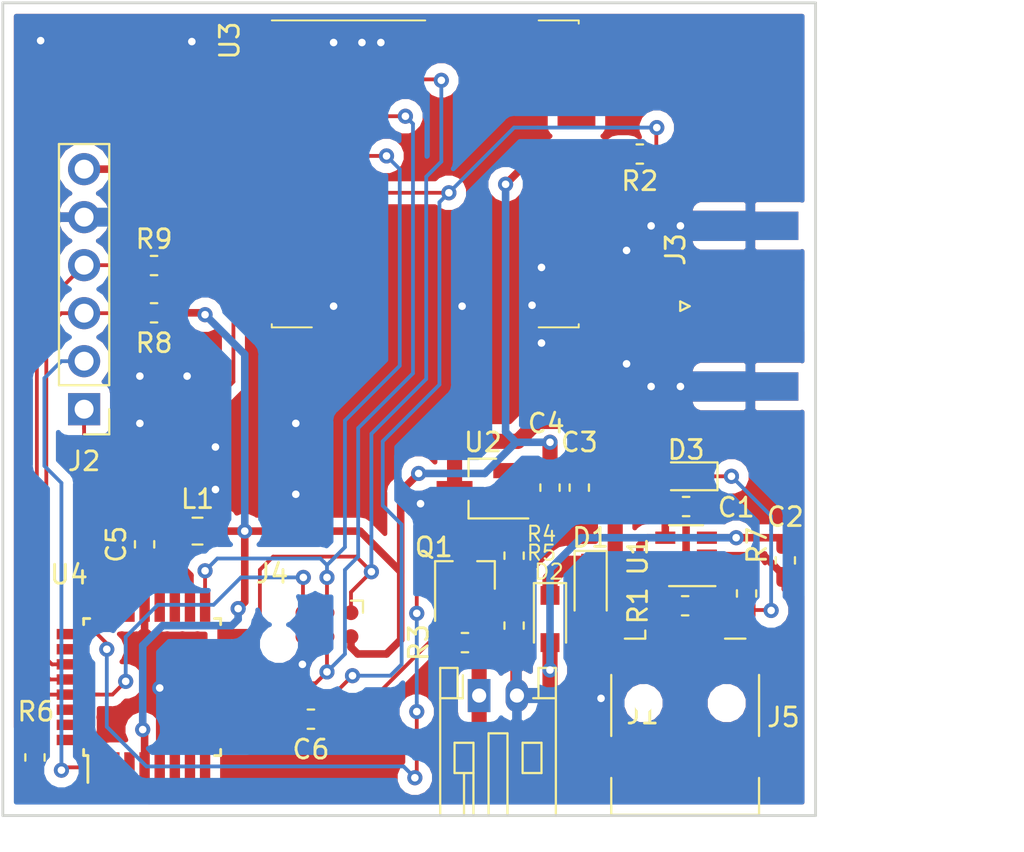
<source format=kicad_pcb>
(kicad_pcb (version 20171130) (host pcbnew "(5.0.1-dev-70-gb7b125d83)")

  (general
    (thickness 1.6)
    (drawings 6)
    (tracks 378)
    (zones 0)
    (modules 31)
    (nets 25)
  )

  (page A4)
  (layers
    (0 F.Cu signal)
    (31 B.Cu signal)
    (32 B.Adhes user)
    (33 F.Adhes user)
    (34 B.Paste user)
    (35 F.Paste user)
    (36 B.SilkS user)
    (37 F.SilkS user)
    (38 B.Mask user)
    (39 F.Mask user)
    (40 Dwgs.User user)
    (41 Cmts.User user)
    (42 Eco1.User user)
    (43 Eco2.User user)
    (44 Edge.Cuts user)
    (45 Margin user)
    (46 B.CrtYd user)
    (47 F.CrtYd user)
    (48 B.Fab user hide)
    (49 F.Fab user hide)
  )

  (setup
    (last_trace_width 0.4)
    (user_trace_width 0.4)
    (user_trace_width 0.6)
    (user_trace_width 0.8)
    (user_trace_width 1)
    (user_trace_width 1.2)
    (user_trace_width 1.4)
    (user_trace_width 1.6)
    (user_trace_width 2.9845)
    (trace_clearance 0.2)
    (zone_clearance 0.508)
    (zone_45_only no)
    (trace_min 0.2)
    (segment_width 0.2)
    (edge_width 0.15)
    (via_size 0.8)
    (via_drill 0.4)
    (via_min_size 0.4)
    (via_min_drill 0.3)
    (user_via 1.2 0.6)
    (uvia_size 0.3)
    (uvia_drill 0.1)
    (uvias_allowed no)
    (uvia_min_size 0.2)
    (uvia_min_drill 0.1)
    (pcb_text_width 0.3)
    (pcb_text_size 1.5 1.5)
    (mod_edge_width 0.15)
    (mod_text_size 1 1)
    (mod_text_width 0.15)
    (pad_size 1.524 1.524)
    (pad_drill 0.762)
    (pad_to_mask_clearance 0.2)
    (aux_axis_origin 0 0)
    (visible_elements FFFFFF7F)
    (pcbplotparams
      (layerselection 0x010fc_ffffffff)
      (usegerberextensions false)
      (usegerberattributes false)
      (usegerberadvancedattributes false)
      (creategerberjobfile false)
      (excludeedgelayer true)
      (linewidth 0.100000)
      (plotframeref false)
      (viasonmask false)
      (mode 1)
      (useauxorigin false)
      (hpglpennumber 1)
      (hpglpenspeed 20)
      (hpglpendiameter 15.000000)
      (psnegative false)
      (psa4output false)
      (plotreference true)
      (plotvalue true)
      (plotinvisibletext false)
      (padsonsilk false)
      (subtractmaskfromsilk false)
      (outputformat 1)
      (mirror false)
      (drillshape 1)
      (scaleselection 1)
      (outputdirectory ""))
  )

  (net 0 "")
  (net 1 GND)
  (net 2 VBUS)
  (net 3 +BATT)
  (net 4 "Net-(C3-Pad1)")
  (net 5 +3V3)
  (net 6 "Net-(C5-Pad1)")
  (net 7 "Net-(C6-Pad2)")
  (net 8 /sample-bat)
  (net 9 "Net-(D3-Pad1)")
  (net 10 SDA)
  (net 11 SCL)
  (net 12 "Net-(J3-Pad1)")
  (net 13 MISO)
  (net 14 SCK)
  (net 15 MOSI)
  (net 16 ~RESET)
  (net 17 "Net-(Q1-Pad3)")
  (net 18 "Net-(R1-Pad2)")
  (net 19 NSS)
  (net 20 /bat-sense)
  (net 21 RFM-RST)
  (net 22 ToF-XSH)
  (net 23 ToF-INT)
  (net 24 "Net-(R7-Pad2)")

  (net_class Default "This is the default net class."
    (clearance 0.2)
    (trace_width 0.2)
    (via_dia 0.8)
    (via_drill 0.4)
    (uvia_dia 0.3)
    (uvia_drill 0.1)
    (add_net +3V3)
    (add_net +BATT)
    (add_net /bat-sense)
    (add_net /sample-bat)
    (add_net GND)
    (add_net MISO)
    (add_net MOSI)
    (add_net NSS)
    (add_net "Net-(C3-Pad1)")
    (add_net "Net-(C5-Pad1)")
    (add_net "Net-(C6-Pad2)")
    (add_net "Net-(D3-Pad1)")
    (add_net "Net-(J3-Pad1)")
    (add_net "Net-(Q1-Pad3)")
    (add_net "Net-(R1-Pad2)")
    (add_net "Net-(R7-Pad2)")
    (add_net RFM-RST)
    (add_net SCK)
    (add_net SCL)
    (add_net SDA)
    (add_net ToF-INT)
    (add_net ToF-XSH)
    (add_net VBUS)
    (add_net ~RESET)
  )

  (module graphics:kiwi (layer B.Cu) (tedit 0) (tstamp 5C764B4A)
    (at 154.3 56.8 180)
    (fp_text reference G*** (at 0 0 180) (layer B.SilkS) hide
      (effects (font (size 1.524 1.524) (thickness 0.3)) (justify mirror))
    )
    (fp_text value LOGO (at 0.75 0 180) (layer B.SilkS) hide
      (effects (font (size 1.524 1.524) (thickness 0.3)) (justify mirror))
    )
    (fp_poly (pts (xy 2.887919 4.58736) (xy 3.833817 4.274527) (xy 4.117897 4.149723) (xy 4.761726 3.786098)
      (xy 5.263271 3.352963) (xy 5.641455 2.832624) (xy 5.749105 2.624667) (xy 5.842579 2.412133)
      (xy 5.905184 2.216286) (xy 5.942999 1.994992) (xy 5.962106 1.706112) (xy 5.968583 1.307512)
      (xy 5.969 1.100667) (xy 5.956755 0.509509) (xy 5.909333 0.024578) (xy 5.810705 -0.385255)
      (xy 5.644844 -0.751121) (xy 5.395719 -1.10415) (xy 5.047301 -1.475471) (xy 4.583563 -1.896215)
      (xy 4.302718 -2.135456) (xy 4.02436 -2.401906) (xy 3.783992 -2.688996) (xy 3.64937 -2.90302)
      (xy 3.523194 -3.251007) (xy 3.476915 -3.580932) (xy 3.512718 -3.846732) (xy 3.598333 -3.979333)
      (xy 3.714614 -4.117107) (xy 3.670273 -4.202538) (xy 3.466241 -4.234024) (xy 3.450167 -4.23416)
      (xy 3.217125 -4.270896) (xy 2.917622 -4.364176) (xy 2.7305 -4.441932) (xy 2.286 -4.648876)
      (xy 2.286 -4.429447) (xy 2.277846 -4.305307) (xy 2.225923 -4.246079) (xy 2.089037 -4.237194)
      (xy 1.825998 -4.264083) (xy 1.820333 -4.264749) (xy 1.514506 -4.282497) (xy 1.361604 -4.250446)
      (xy 1.355241 -4.176196) (xy 1.489036 -4.067347) (xy 1.756602 -3.931499) (xy 2.151557 -3.776252)
      (xy 2.263331 -3.737379) (xy 2.921 -3.513666) (xy 2.946269 -2.982089) (xy 2.953571 -2.68129)
      (xy 2.927955 -2.488641) (xy 2.851626 -2.343637) (xy 2.714247 -2.193221) (xy 2.446932 -2.002804)
      (xy 2.19954 -1.970999) (xy 1.984188 -2.087266) (xy 1.812992 -2.341062) (xy 1.698071 -2.721848)
      (xy 1.654605 -3.115035) (xy 1.6332 -3.598333) (xy 1.308198 -3.651171) (xy 0.962159 -3.785425)
      (xy 0.788352 -3.947504) (xy 0.593508 -4.191) (xy 0.593087 -3.910127) (xy 0.579886 -3.722971)
      (xy 0.518368 -3.664741) (xy 0.402167 -3.687025) (xy 0.197207 -3.787971) (xy 0.021167 -3.919156)
      (xy -0.169333 -4.093517) (xy -0.169333 -3.915921) (xy -0.092981 -3.666871) (xy 0.108837 -3.425469)
      (xy 0.395265 -3.231145) (xy 0.632423 -3.142147) (xy 0.814137 -3.093428) (xy 0.935376 -3.034764)
      (xy 1.015647 -2.932372) (xy 1.07446 -2.752469) (xy 1.131324 -2.461271) (xy 1.175594 -2.201541)
      (xy 1.212082 -1.886404) (xy 1.192707 -1.711178) (xy 1.171301 -1.68466) (xy 1.06511 -1.6545)
      (xy 0.819487 -1.601391) (xy 0.46194 -1.530762) (xy 0.019976 -1.448042) (xy -0.478898 -1.35866)
      (xy -0.493117 -1.356167) (xy -1.435837 -1.181097) (xy -2.227053 -1.011267) (xy -2.884263 -0.841284)
      (xy -3.424961 -0.665755) (xy -3.866645 -0.479289) (xy -4.22681 -0.276494) (xy -4.402667 -0.151269)
      (xy -4.598961 0.044831) (xy -4.787785 0.303076) (xy -4.932019 0.564894) (xy -4.99454 0.771715)
      (xy -4.9949 0.783167) (xy -5.056784 0.901362) (xy -5.215467 0.931334) (xy -5.446367 1.004309)
      (xy -5.713063 1.20913) (xy -5.734037 1.22977) (xy -5.909949 1.420236) (xy -5.991494 1.578368)
      (xy -6.004413 1.769976) (xy -5.897187 1.769976) (xy -5.796292 1.466808) (xy -5.610837 1.227233)
      (xy -5.369574 1.073315) (xy -5.101252 1.027117) (xy -4.834623 1.110705) (xy -4.707659 1.211311)
      (xy -4.552999 1.38592) (xy -4.457508 1.528811) (xy -4.402415 1.608665) (xy -4.347826 1.528811)
      (xy -4.170052 1.278897) (xy -3.918274 1.092203) (xy -3.656995 1.016081) (xy -3.649237 1.016)
      (xy -3.343607 1.087415) (xy -3.111692 1.276258) (xy -2.960248 1.544425) (xy -2.896026 1.853814)
      (xy -2.92578 2.166321) (xy -3.056263 2.443845) (xy -3.294229 2.648281) (xy -3.354869 2.676859)
      (xy -3.67612 2.742478) (xy -3.965173 2.649251) (xy -4.233704 2.398157) (xy -4.375884 2.255616)
      (xy -4.457015 2.251147) (xy -4.463167 2.263701) (xy -4.63797 2.530318) (xy -4.909691 2.717244)
      (xy -5.043423 2.758913) (xy -5.3137 2.733042) (xy -5.578915 2.582122) (xy -5.789138 2.344387)
      (xy -5.884772 2.114672) (xy -5.897187 1.769976) (xy -6.004413 1.769976) (xy -6.005088 1.779973)
      (xy -5.990448 1.965575) (xy -5.93991 2.267824) (xy -5.836931 2.477868) (xy -5.682209 2.640805)
      (xy -5.452173 2.787857) (xy -5.191512 2.871675) (xy -4.954943 2.882931) (xy -4.797185 2.812292)
      (xy -4.783677 2.794018) (xy -4.693683 2.792826) (xy -4.518465 2.888708) (xy -4.389159 2.984518)
      (xy -4.242416 3.098042) (xy -4.110832 3.1764) (xy -3.958119 3.2277) (xy -3.747985 3.260053)
      (xy -3.44414 3.281568) (xy -3.010294 3.300355) (xy -2.968435 3.302) (xy -1.889913 3.344334)
      (xy -1.43179 3.694711) (xy -0.642518 4.199174) (xy 0.190098 4.541164) (xy 1.060049 4.720186)
      (xy 1.961326 4.735749) (xy 2.887919 4.58736)) (layer B.Mask) (width 0.01))
    (fp_poly (pts (xy -4.818523 2.053158) (xy -4.667994 1.909407) (xy -4.577302 1.755582) (xy -4.572 1.720956)
      (xy -4.63549 1.59377) (xy -4.778999 1.452948) (xy -4.932091 1.362543) (xy -4.974786 1.354667)
      (xy -5.10451 1.40929) (xy -5.200953 1.487715) (xy -5.308906 1.643614) (xy -5.334 1.735667)
      (xy -5.268279 1.899506) (xy -5.119133 2.050966) (xy -4.960075 2.116667) (xy -4.818523 2.053158)) (layer B.Mask) (width 0.01))
    (fp_poly (pts (xy -3.693852 2.064291) (xy -3.542325 1.914383) (xy -3.504409 1.813591) (xy -3.509965 1.575994)
      (xy -3.630403 1.41603) (xy -3.819581 1.358933) (xy -4.03136 1.429937) (xy -4.100286 1.487715)
      (xy -4.212314 1.631567) (xy -4.205969 1.764741) (xy -4.079911 1.94871) (xy -3.890351 2.079796)
      (xy -3.693852 2.064291)) (layer B.Mask) (width 0.01))
  )

  (module Capacitor_SMD:C_0603_1608Metric_Pad1.05x0.95mm_HandSolder (layer F.Cu) (tedit 5B301BBE) (tstamp 5C759158)
    (at 178.15 76.65 180)
    (descr "Capacitor SMD 0603 (1608 Metric), square (rectangular) end terminal, IPC_7351 nominal with elongated pad for handsoldering. (Body size source: http://www.tortai-tech.com/upload/download/2011102023233369053.pdf), generated with kicad-footprint-generator")
    (tags "capacitor handsolder")
    (path /5C69CC81)
    (attr smd)
    (fp_text reference C1 (at -2.65 -0.05 180) (layer F.SilkS)
      (effects (font (size 1 1) (thickness 0.15)))
    )
    (fp_text value 4.7uF (at 0 1.43 180) (layer F.Fab)
      (effects (font (size 1 1) (thickness 0.15)))
    )
    (fp_text user %R (at 0 0 180) (layer F.Fab)
      (effects (font (size 0.4 0.4) (thickness 0.06)))
    )
    (fp_line (start 1.65 0.73) (end -1.65 0.73) (layer F.CrtYd) (width 0.05))
    (fp_line (start 1.65 -0.73) (end 1.65 0.73) (layer F.CrtYd) (width 0.05))
    (fp_line (start -1.65 -0.73) (end 1.65 -0.73) (layer F.CrtYd) (width 0.05))
    (fp_line (start -1.65 0.73) (end -1.65 -0.73) (layer F.CrtYd) (width 0.05))
    (fp_line (start -0.171267 0.51) (end 0.171267 0.51) (layer F.SilkS) (width 0.12))
    (fp_line (start -0.171267 -0.51) (end 0.171267 -0.51) (layer F.SilkS) (width 0.12))
    (fp_line (start 0.8 0.4) (end -0.8 0.4) (layer F.Fab) (width 0.1))
    (fp_line (start 0.8 -0.4) (end 0.8 0.4) (layer F.Fab) (width 0.1))
    (fp_line (start -0.8 -0.4) (end 0.8 -0.4) (layer F.Fab) (width 0.1))
    (fp_line (start -0.8 0.4) (end -0.8 -0.4) (layer F.Fab) (width 0.1))
    (pad 2 smd roundrect (at 0.875 0 180) (size 1.05 0.95) (layers F.Cu F.Paste F.Mask) (roundrect_rratio 0.25)
      (net 2 VBUS))
    (pad 1 smd roundrect (at -0.875 0 180) (size 1.05 0.95) (layers F.Cu F.Paste F.Mask) (roundrect_rratio 0.25)
      (net 1 GND))
    (model ${KISYS3DMOD}/Capacitor_SMD.3dshapes/C_0603_1608Metric.wrl
      (at (xyz 0 0 0))
      (scale (xyz 1 1 1))
      (rotate (xyz 0 0 0))
    )
  )

  (module Capacitor_SMD:C_0603_1608Metric_Pad1.05x0.95mm_HandSolder (layer F.Cu) (tedit 5B301BBE) (tstamp 5C7564B5)
    (at 183.4 79.5 270)
    (descr "Capacitor SMD 0603 (1608 Metric), square (rectangular) end terminal, IPC_7351 nominal with elongated pad for handsoldering. (Body size source: http://www.tortai-tech.com/upload/download/2011102023233369053.pdf), generated with kicad-footprint-generator")
    (tags "capacitor handsolder")
    (path /5C69D9D1)
    (attr smd)
    (fp_text reference C2 (at -2.3 0) (layer F.SilkS)
      (effects (font (size 1 1) (thickness 0.15)))
    )
    (fp_text value 4.7uF (at 0 1.43 270) (layer F.Fab)
      (effects (font (size 1 1) (thickness 0.15)))
    )
    (fp_text user %R (at 0 0 270) (layer F.Fab)
      (effects (font (size 0.4 0.4) (thickness 0.06)))
    )
    (fp_line (start 1.65 0.73) (end -1.65 0.73) (layer F.CrtYd) (width 0.05))
    (fp_line (start 1.65 -0.73) (end 1.65 0.73) (layer F.CrtYd) (width 0.05))
    (fp_line (start -1.65 -0.73) (end 1.65 -0.73) (layer F.CrtYd) (width 0.05))
    (fp_line (start -1.65 0.73) (end -1.65 -0.73) (layer F.CrtYd) (width 0.05))
    (fp_line (start -0.171267 0.51) (end 0.171267 0.51) (layer F.SilkS) (width 0.12))
    (fp_line (start -0.171267 -0.51) (end 0.171267 -0.51) (layer F.SilkS) (width 0.12))
    (fp_line (start 0.8 0.4) (end -0.8 0.4) (layer F.Fab) (width 0.1))
    (fp_line (start 0.8 -0.4) (end 0.8 0.4) (layer F.Fab) (width 0.1))
    (fp_line (start -0.8 -0.4) (end 0.8 -0.4) (layer F.Fab) (width 0.1))
    (fp_line (start -0.8 0.4) (end -0.8 -0.4) (layer F.Fab) (width 0.1))
    (pad 2 smd roundrect (at 0.875 0 270) (size 1.05 0.95) (layers F.Cu F.Paste F.Mask) (roundrect_rratio 0.25)
      (net 1 GND))
    (pad 1 smd roundrect (at -0.875 0 270) (size 1.05 0.95) (layers F.Cu F.Paste F.Mask) (roundrect_rratio 0.25)
      (net 3 +BATT))
    (model ${KISYS3DMOD}/Capacitor_SMD.3dshapes/C_0603_1608Metric.wrl
      (at (xyz 0 0 0))
      (scale (xyz 1 1 1))
      (rotate (xyz 0 0 0))
    )
  )

  (module Capacitor_SMD:C_0603_1608Metric_Pad1.05x0.95mm_HandSolder (layer F.Cu) (tedit 5B301BBE) (tstamp 5C7564C6)
    (at 172.5 75.65 270)
    (descr "Capacitor SMD 0603 (1608 Metric), square (rectangular) end terminal, IPC_7351 nominal with elongated pad for handsoldering. (Body size source: http://www.tortai-tech.com/upload/download/2011102023233369053.pdf), generated with kicad-footprint-generator")
    (tags "capacitor handsolder")
    (path /5C69AC28)
    (attr smd)
    (fp_text reference C3 (at -2.4 0) (layer F.SilkS)
      (effects (font (size 1 1) (thickness 0.15)))
    )
    (fp_text value 1uF (at 0 1.43 270) (layer F.Fab)
      (effects (font (size 1 1) (thickness 0.15)))
    )
    (fp_line (start -0.8 0.4) (end -0.8 -0.4) (layer F.Fab) (width 0.1))
    (fp_line (start -0.8 -0.4) (end 0.8 -0.4) (layer F.Fab) (width 0.1))
    (fp_line (start 0.8 -0.4) (end 0.8 0.4) (layer F.Fab) (width 0.1))
    (fp_line (start 0.8 0.4) (end -0.8 0.4) (layer F.Fab) (width 0.1))
    (fp_line (start -0.171267 -0.51) (end 0.171267 -0.51) (layer F.SilkS) (width 0.12))
    (fp_line (start -0.171267 0.51) (end 0.171267 0.51) (layer F.SilkS) (width 0.12))
    (fp_line (start -1.65 0.73) (end -1.65 -0.73) (layer F.CrtYd) (width 0.05))
    (fp_line (start -1.65 -0.73) (end 1.65 -0.73) (layer F.CrtYd) (width 0.05))
    (fp_line (start 1.65 -0.73) (end 1.65 0.73) (layer F.CrtYd) (width 0.05))
    (fp_line (start 1.65 0.73) (end -1.65 0.73) (layer F.CrtYd) (width 0.05))
    (fp_text user %R (at 0 0 270) (layer F.Fab)
      (effects (font (size 0.4 0.4) (thickness 0.06)))
    )
    (pad 1 smd roundrect (at -0.875 0 270) (size 1.05 0.95) (layers F.Cu F.Paste F.Mask) (roundrect_rratio 0.25)
      (net 4 "Net-(C3-Pad1)"))
    (pad 2 smd roundrect (at 0.875 0 270) (size 1.05 0.95) (layers F.Cu F.Paste F.Mask) (roundrect_rratio 0.25)
      (net 1 GND))
    (model ${KISYS3DMOD}/Capacitor_SMD.3dshapes/C_0603_1608Metric.wrl
      (at (xyz 0 0 0))
      (scale (xyz 1 1 1))
      (rotate (xyz 0 0 0))
    )
  )

  (module Capacitor_SMD:C_0603_1608Metric_Pad1.05x0.95mm_HandSolder (layer F.Cu) (tedit 5B301BBE) (tstamp 5C7564D7)
    (at 170.95 75.65 270)
    (descr "Capacitor SMD 0603 (1608 Metric), square (rectangular) end terminal, IPC_7351 nominal with elongated pad for handsoldering. (Body size source: http://www.tortai-tech.com/upload/download/2011102023233369053.pdf), generated with kicad-footprint-generator")
    (tags "capacitor handsolder")
    (path /5C69AA3F)
    (attr smd)
    (fp_text reference C4 (at -3.4 0.2 180) (layer F.SilkS)
      (effects (font (size 1 1) (thickness 0.15)))
    )
    (fp_text value 1uF (at 0 1.43 270) (layer F.Fab)
      (effects (font (size 1 1) (thickness 0.15)))
    )
    (fp_text user %R (at 0 0 270) (layer F.Fab)
      (effects (font (size 0.4 0.4) (thickness 0.06)))
    )
    (fp_line (start 1.65 0.73) (end -1.65 0.73) (layer F.CrtYd) (width 0.05))
    (fp_line (start 1.65 -0.73) (end 1.65 0.73) (layer F.CrtYd) (width 0.05))
    (fp_line (start -1.65 -0.73) (end 1.65 -0.73) (layer F.CrtYd) (width 0.05))
    (fp_line (start -1.65 0.73) (end -1.65 -0.73) (layer F.CrtYd) (width 0.05))
    (fp_line (start -0.171267 0.51) (end 0.171267 0.51) (layer F.SilkS) (width 0.12))
    (fp_line (start -0.171267 -0.51) (end 0.171267 -0.51) (layer F.SilkS) (width 0.12))
    (fp_line (start 0.8 0.4) (end -0.8 0.4) (layer F.Fab) (width 0.1))
    (fp_line (start 0.8 -0.4) (end 0.8 0.4) (layer F.Fab) (width 0.1))
    (fp_line (start -0.8 -0.4) (end 0.8 -0.4) (layer F.Fab) (width 0.1))
    (fp_line (start -0.8 0.4) (end -0.8 -0.4) (layer F.Fab) (width 0.1))
    (pad 2 smd roundrect (at 0.875 0 270) (size 1.05 0.95) (layers F.Cu F.Paste F.Mask) (roundrect_rratio 0.25)
      (net 1 GND))
    (pad 1 smd roundrect (at -0.875 0 270) (size 1.05 0.95) (layers F.Cu F.Paste F.Mask) (roundrect_rratio 0.25)
      (net 5 +3V3))
    (model ${KISYS3DMOD}/Capacitor_SMD.3dshapes/C_0603_1608Metric.wrl
      (at (xyz 0 0 0))
      (scale (xyz 1 1 1))
      (rotate (xyz 0 0 0))
    )
  )

  (module Capacitor_SMD:C_0603_1608Metric_Pad1.05x0.95mm_HandSolder (layer F.Cu) (tedit 5B301BBE) (tstamp 5C761224)
    (at 149.5 78.65 270)
    (descr "Capacitor SMD 0603 (1608 Metric), square (rectangular) end terminal, IPC_7351 nominal with elongated pad for handsoldering. (Body size source: http://www.tortai-tech.com/upload/download/2011102023233369053.pdf), generated with kicad-footprint-generator")
    (tags "capacitor handsolder")
    (path /5C6AAA5B)
    (attr smd)
    (fp_text reference C5 (at 0 1.5 270) (layer F.SilkS)
      (effects (font (size 1 1) (thickness 0.15)))
    )
    (fp_text value 100nF (at 0 1.43 270) (layer F.Fab)
      (effects (font (size 1 1) (thickness 0.15)))
    )
    (fp_line (start -0.8 0.4) (end -0.8 -0.4) (layer F.Fab) (width 0.1))
    (fp_line (start -0.8 -0.4) (end 0.8 -0.4) (layer F.Fab) (width 0.1))
    (fp_line (start 0.8 -0.4) (end 0.8 0.4) (layer F.Fab) (width 0.1))
    (fp_line (start 0.8 0.4) (end -0.8 0.4) (layer F.Fab) (width 0.1))
    (fp_line (start -0.171267 -0.51) (end 0.171267 -0.51) (layer F.SilkS) (width 0.12))
    (fp_line (start -0.171267 0.51) (end 0.171267 0.51) (layer F.SilkS) (width 0.12))
    (fp_line (start -1.65 0.73) (end -1.65 -0.73) (layer F.CrtYd) (width 0.05))
    (fp_line (start -1.65 -0.73) (end 1.65 -0.73) (layer F.CrtYd) (width 0.05))
    (fp_line (start 1.65 -0.73) (end 1.65 0.73) (layer F.CrtYd) (width 0.05))
    (fp_line (start 1.65 0.73) (end -1.65 0.73) (layer F.CrtYd) (width 0.05))
    (fp_text user %R (at 0 0 270) (layer F.Fab)
      (effects (font (size 0.4 0.4) (thickness 0.06)))
    )
    (pad 1 smd roundrect (at -0.875 0 270) (size 1.05 0.95) (layers F.Cu F.Paste F.Mask) (roundrect_rratio 0.25)
      (net 6 "Net-(C5-Pad1)"))
    (pad 2 smd roundrect (at 0.875 0 270) (size 1.05 0.95) (layers F.Cu F.Paste F.Mask) (roundrect_rratio 0.25)
      (net 1 GND))
    (model ${KISYS3DMOD}/Capacitor_SMD.3dshapes/C_0603_1608Metric.wrl
      (at (xyz 0 0 0))
      (scale (xyz 1 1 1))
      (rotate (xyz 0 0 0))
    )
  )

  (module Capacitor_SMD:C_0603_1608Metric_Pad1.05x0.95mm_HandSolder (layer F.Cu) (tedit 5B301BBE) (tstamp 5C7564F9)
    (at 158.3 87.9)
    (descr "Capacitor SMD 0603 (1608 Metric), square (rectangular) end terminal, IPC_7351 nominal with elongated pad for handsoldering. (Body size source: http://www.tortai-tech.com/upload/download/2011102023233369053.pdf), generated with kicad-footprint-generator")
    (tags "capacitor handsolder")
    (path /5C6C2C72)
    (attr smd)
    (fp_text reference C6 (at 0 1.6) (layer F.SilkS)
      (effects (font (size 1 1) (thickness 0.15)))
    )
    (fp_text value 100nF (at 0 1.43) (layer F.Fab)
      (effects (font (size 1 1) (thickness 0.15)))
    )
    (fp_line (start -0.8 0.4) (end -0.8 -0.4) (layer F.Fab) (width 0.1))
    (fp_line (start -0.8 -0.4) (end 0.8 -0.4) (layer F.Fab) (width 0.1))
    (fp_line (start 0.8 -0.4) (end 0.8 0.4) (layer F.Fab) (width 0.1))
    (fp_line (start 0.8 0.4) (end -0.8 0.4) (layer F.Fab) (width 0.1))
    (fp_line (start -0.171267 -0.51) (end 0.171267 -0.51) (layer F.SilkS) (width 0.12))
    (fp_line (start -0.171267 0.51) (end 0.171267 0.51) (layer F.SilkS) (width 0.12))
    (fp_line (start -1.65 0.73) (end -1.65 -0.73) (layer F.CrtYd) (width 0.05))
    (fp_line (start -1.65 -0.73) (end 1.65 -0.73) (layer F.CrtYd) (width 0.05))
    (fp_line (start 1.65 -0.73) (end 1.65 0.73) (layer F.CrtYd) (width 0.05))
    (fp_line (start 1.65 0.73) (end -1.65 0.73) (layer F.CrtYd) (width 0.05))
    (fp_text user %R (at 0 0) (layer F.Fab)
      (effects (font (size 0.4 0.4) (thickness 0.06)))
    )
    (pad 1 smd roundrect (at -0.875 0) (size 1.05 0.95) (layers F.Cu F.Paste F.Mask) (roundrect_rratio 0.25)
      (net 8 /sample-bat))
    (pad 2 smd roundrect (at 0.875 0) (size 1.05 0.95) (layers F.Cu F.Paste F.Mask) (roundrect_rratio 0.25)
      (net 7 "Net-(C6-Pad2)"))
    (model ${KISYS3DMOD}/Capacitor_SMD.3dshapes/C_0603_1608Metric.wrl
      (at (xyz 0 0 0))
      (scale (xyz 1 1 1))
      (rotate (xyz 0 0 0))
    )
  )

  (module Diode_SMD:D_SOD-323_HandSoldering (layer F.Cu) (tedit 58641869) (tstamp 5C756511)
    (at 173.1 80.9 270)
    (descr SOD-323)
    (tags SOD-323)
    (path /5C69FAC8)
    (attr smd)
    (fp_text reference D1 (at -2.6 0) (layer F.SilkS)
      (effects (font (size 1 1) (thickness 0.15)))
    )
    (fp_text value BAT54WS (at 0.1 1.9 270) (layer F.Fab)
      (effects (font (size 1 1) (thickness 0.15)))
    )
    (fp_line (start -1.9 -0.85) (end 1.25 -0.85) (layer F.SilkS) (width 0.12))
    (fp_line (start -1.9 0.85) (end 1.25 0.85) (layer F.SilkS) (width 0.12))
    (fp_line (start -2 -0.95) (end -2 0.95) (layer F.CrtYd) (width 0.05))
    (fp_line (start -2 0.95) (end 2 0.95) (layer F.CrtYd) (width 0.05))
    (fp_line (start 2 -0.95) (end 2 0.95) (layer F.CrtYd) (width 0.05))
    (fp_line (start -2 -0.95) (end 2 -0.95) (layer F.CrtYd) (width 0.05))
    (fp_line (start -0.9 -0.7) (end 0.9 -0.7) (layer F.Fab) (width 0.1))
    (fp_line (start 0.9 -0.7) (end 0.9 0.7) (layer F.Fab) (width 0.1))
    (fp_line (start 0.9 0.7) (end -0.9 0.7) (layer F.Fab) (width 0.1))
    (fp_line (start -0.9 0.7) (end -0.9 -0.7) (layer F.Fab) (width 0.1))
    (fp_line (start -0.3 -0.35) (end -0.3 0.35) (layer F.Fab) (width 0.1))
    (fp_line (start -0.3 0) (end -0.5 0) (layer F.Fab) (width 0.1))
    (fp_line (start -0.3 0) (end 0.2 -0.35) (layer F.Fab) (width 0.1))
    (fp_line (start 0.2 -0.35) (end 0.2 0.35) (layer F.Fab) (width 0.1))
    (fp_line (start 0.2 0.35) (end -0.3 0) (layer F.Fab) (width 0.1))
    (fp_line (start 0.2 0) (end 0.45 0) (layer F.Fab) (width 0.1))
    (fp_line (start -1.9 -0.85) (end -1.9 0.85) (layer F.SilkS) (width 0.12))
    (fp_text user %R (at 0 -1.85 270) (layer F.Fab)
      (effects (font (size 1 1) (thickness 0.15)))
    )
    (pad 2 smd rect (at 1.25 0 270) (size 1 1) (layers F.Cu F.Paste F.Mask)
      (net 2 VBUS))
    (pad 1 smd rect (at -1.25 0 270) (size 1 1) (layers F.Cu F.Paste F.Mask)
      (net 4 "Net-(C3-Pad1)"))
    (model ${KISYS3DMOD}/Diode_SMD.3dshapes/D_SOD-323.wrl
      (at (xyz 0 0 0))
      (scale (xyz 1 1 1))
      (rotate (xyz 0 0 0))
    )
  )

  (module Diode_SMD:D_SOD-323_HandSoldering (layer F.Cu) (tedit 5C69F452) (tstamp 5C765D9A)
    (at 170.95 82.6 270)
    (descr SOD-323)
    (tags SOD-323)
    (path /5C69B792)
    (attr smd)
    (fp_text reference D2 (at -2.5 0.05) (layer F.SilkS)
      (effects (font (size 0.8 0.8) (thickness 0.11)))
    )
    (fp_text value BAT54WS (at 0.1 1.9 270) (layer F.Fab)
      (effects (font (size 1 1) (thickness 0.15)))
    )
    (fp_text user %R (at 0 -1.85 270) (layer F.Fab)
      (effects (font (size 1 1) (thickness 0.15)))
    )
    (fp_line (start -1.9 -0.85) (end -1.9 0.85) (layer F.SilkS) (width 0.12))
    (fp_line (start 0.2 0) (end 0.45 0) (layer F.Fab) (width 0.1))
    (fp_line (start 0.2 0.35) (end -0.3 0) (layer F.Fab) (width 0.1))
    (fp_line (start 0.2 -0.35) (end 0.2 0.35) (layer F.Fab) (width 0.1))
    (fp_line (start -0.3 0) (end 0.2 -0.35) (layer F.Fab) (width 0.1))
    (fp_line (start -0.3 0) (end -0.5 0) (layer F.Fab) (width 0.1))
    (fp_line (start -0.3 -0.35) (end -0.3 0.35) (layer F.Fab) (width 0.1))
    (fp_line (start -0.9 0.7) (end -0.9 -0.7) (layer F.Fab) (width 0.1))
    (fp_line (start 0.9 0.7) (end -0.9 0.7) (layer F.Fab) (width 0.1))
    (fp_line (start 0.9 -0.7) (end 0.9 0.7) (layer F.Fab) (width 0.1))
    (fp_line (start -0.9 -0.7) (end 0.9 -0.7) (layer F.Fab) (width 0.1))
    (fp_line (start -2 -0.95) (end 2 -0.95) (layer F.CrtYd) (width 0.05))
    (fp_line (start 2 -0.95) (end 2 0.95) (layer F.CrtYd) (width 0.05))
    (fp_line (start -2 0.95) (end 2 0.95) (layer F.CrtYd) (width 0.05))
    (fp_line (start -2 -0.95) (end -2 0.95) (layer F.CrtYd) (width 0.05))
    (fp_line (start -1.9 0.85) (end 1.25 0.85) (layer F.SilkS) (width 0.12))
    (fp_line (start -1.9 -0.85) (end 1.25 -0.85) (layer F.SilkS) (width 0.12))
    (pad 1 smd rect (at -1.25 0 270) (size 1 1) (layers F.Cu F.Paste F.Mask)
      (net 4 "Net-(C3-Pad1)"))
    (pad 2 smd rect (at 1.25 0 270) (size 1 1) (layers F.Cu F.Paste F.Mask)
      (net 3 +BATT))
    (model ${KISYS3DMOD}/Diode_SMD.3dshapes/D_SOD-323.wrl
      (at (xyz 0 0 0))
      (scale (xyz 1 1 1))
      (rotate (xyz 0 0 0))
    )
  )

  (module LED_SMD:LED_0603_1608Metric_Pad1.05x0.95mm_HandSolder (layer F.Cu) (tedit 5B4B45C9) (tstamp 5C75653C)
    (at 178.15 75.05 180)
    (descr "LED SMD 0603 (1608 Metric), square (rectangular) end terminal, IPC_7351 nominal, (Body size source: http://www.tortai-tech.com/upload/download/2011102023233369053.pdf), generated with kicad-footprint-generator")
    (tags "LED handsolder")
    (path /5C69DCAC)
    (attr smd)
    (fp_text reference D3 (at 0 1.4 180) (layer F.SilkS)
      (effects (font (size 1 1) (thickness 0.15)))
    )
    (fp_text value red (at 0 1.43 180) (layer F.Fab)
      (effects (font (size 1 1) (thickness 0.15)))
    )
    (fp_line (start 0.8 -0.4) (end -0.5 -0.4) (layer F.Fab) (width 0.1))
    (fp_line (start -0.5 -0.4) (end -0.8 -0.1) (layer F.Fab) (width 0.1))
    (fp_line (start -0.8 -0.1) (end -0.8 0.4) (layer F.Fab) (width 0.1))
    (fp_line (start -0.8 0.4) (end 0.8 0.4) (layer F.Fab) (width 0.1))
    (fp_line (start 0.8 0.4) (end 0.8 -0.4) (layer F.Fab) (width 0.1))
    (fp_line (start 0.8 -0.735) (end -1.66 -0.735) (layer F.SilkS) (width 0.12))
    (fp_line (start -1.66 -0.735) (end -1.66 0.735) (layer F.SilkS) (width 0.12))
    (fp_line (start -1.66 0.735) (end 0.8 0.735) (layer F.SilkS) (width 0.12))
    (fp_line (start -1.65 0.73) (end -1.65 -0.73) (layer F.CrtYd) (width 0.05))
    (fp_line (start -1.65 -0.73) (end 1.65 -0.73) (layer F.CrtYd) (width 0.05))
    (fp_line (start 1.65 -0.73) (end 1.65 0.73) (layer F.CrtYd) (width 0.05))
    (fp_line (start 1.65 0.73) (end -1.65 0.73) (layer F.CrtYd) (width 0.05))
    (fp_text user %R (at 0 0 180) (layer F.Fab)
      (effects (font (size 0.4 0.4) (thickness 0.06)))
    )
    (pad 1 smd roundrect (at -0.875 0 180) (size 1.05 0.95) (layers F.Cu F.Paste F.Mask) (roundrect_rratio 0.25)
      (net 9 "Net-(D3-Pad1)"))
    (pad 2 smd roundrect (at 0.875 0 180) (size 1.05 0.95) (layers F.Cu F.Paste F.Mask) (roundrect_rratio 0.25)
      (net 2 VBUS))
    (model ${KISYS3DMOD}/LED_SMD.3dshapes/LED_0603_1608Metric.wrl
      (at (xyz 0 0 0))
      (scale (xyz 1 1 1))
      (rotate (xyz 0 0 0))
    )
  )

  (module Connector_JST:JST_PH_S2B-PH-K_1x02_P2.00mm_Horizontal (layer F.Cu) (tedit 5A0EDEC2) (tstamp 5C75656B)
    (at 167.2 86.65)
    (descr "JST PH series connector, S2B-PH-K (http://www.jst-mfg.com/product/pdf/eng/ePH.pdf), generated with kicad-footprint-generator")
    (tags "connector JST PH top entry")
    (path /5C6A3F93)
    (fp_text reference J1 (at 8.65 1) (layer F.SilkS)
      (effects (font (size 1 1) (thickness 0.15)))
    )
    (fp_text value lipo-cell (at 1 7.45) (layer F.Fab)
      (effects (font (size 1 1) (thickness 0.15)))
    )
    (fp_line (start -0.86 0.14) (end -1.14 0.14) (layer F.SilkS) (width 0.12))
    (fp_line (start -1.14 0.14) (end -1.14 -1.46) (layer F.SilkS) (width 0.12))
    (fp_line (start -1.14 -1.46) (end -2.06 -1.46) (layer F.SilkS) (width 0.12))
    (fp_line (start -2.06 -1.46) (end -2.06 6.36) (layer F.SilkS) (width 0.12))
    (fp_line (start -2.06 6.36) (end 4.06 6.36) (layer F.SilkS) (width 0.12))
    (fp_line (start 4.06 6.36) (end 4.06 -1.46) (layer F.SilkS) (width 0.12))
    (fp_line (start 4.06 -1.46) (end 3.14 -1.46) (layer F.SilkS) (width 0.12))
    (fp_line (start 3.14 -1.46) (end 3.14 0.14) (layer F.SilkS) (width 0.12))
    (fp_line (start 3.14 0.14) (end 2.86 0.14) (layer F.SilkS) (width 0.12))
    (fp_line (start 0.5 6.36) (end 0.5 2) (layer F.SilkS) (width 0.12))
    (fp_line (start 0.5 2) (end 1.5 2) (layer F.SilkS) (width 0.12))
    (fp_line (start 1.5 2) (end 1.5 6.36) (layer F.SilkS) (width 0.12))
    (fp_line (start -2.06 0.14) (end -1.14 0.14) (layer F.SilkS) (width 0.12))
    (fp_line (start 4.06 0.14) (end 3.14 0.14) (layer F.SilkS) (width 0.12))
    (fp_line (start -1.3 2.5) (end -1.3 4.1) (layer F.SilkS) (width 0.12))
    (fp_line (start -1.3 4.1) (end -0.3 4.1) (layer F.SilkS) (width 0.12))
    (fp_line (start -0.3 4.1) (end -0.3 2.5) (layer F.SilkS) (width 0.12))
    (fp_line (start -0.3 2.5) (end -1.3 2.5) (layer F.SilkS) (width 0.12))
    (fp_line (start 3.3 2.5) (end 3.3 4.1) (layer F.SilkS) (width 0.12))
    (fp_line (start 3.3 4.1) (end 2.3 4.1) (layer F.SilkS) (width 0.12))
    (fp_line (start 2.3 4.1) (end 2.3 2.5) (layer F.SilkS) (width 0.12))
    (fp_line (start 2.3 2.5) (end 3.3 2.5) (layer F.SilkS) (width 0.12))
    (fp_line (start -0.3 4.1) (end -0.3 6.36) (layer F.SilkS) (width 0.12))
    (fp_line (start -0.8 4.1) (end -0.8 6.36) (layer F.SilkS) (width 0.12))
    (fp_line (start -2.45 -1.85) (end -2.45 6.75) (layer F.CrtYd) (width 0.05))
    (fp_line (start -2.45 6.75) (end 4.45 6.75) (layer F.CrtYd) (width 0.05))
    (fp_line (start 4.45 6.75) (end 4.45 -1.85) (layer F.CrtYd) (width 0.05))
    (fp_line (start 4.45 -1.85) (end -2.45 -1.85) (layer F.CrtYd) (width 0.05))
    (fp_line (start -1.25 0.25) (end -1.25 -1.35) (layer F.Fab) (width 0.1))
    (fp_line (start -1.25 -1.35) (end -1.95 -1.35) (layer F.Fab) (width 0.1))
    (fp_line (start -1.95 -1.35) (end -1.95 6.25) (layer F.Fab) (width 0.1))
    (fp_line (start -1.95 6.25) (end 3.95 6.25) (layer F.Fab) (width 0.1))
    (fp_line (start 3.95 6.25) (end 3.95 -1.35) (layer F.Fab) (width 0.1))
    (fp_line (start 3.95 -1.35) (end 3.25 -1.35) (layer F.Fab) (width 0.1))
    (fp_line (start 3.25 -1.35) (end 3.25 0.25) (layer F.Fab) (width 0.1))
    (fp_line (start 3.25 0.25) (end -1.25 0.25) (layer F.Fab) (width 0.1))
    (fp_line (start -0.86 0.14) (end -0.86 -1.075) (layer F.SilkS) (width 0.12))
    (fp_line (start 0 0.875) (end -0.5 1.375) (layer F.Fab) (width 0.1))
    (fp_line (start -0.5 1.375) (end 0.5 1.375) (layer F.Fab) (width 0.1))
    (fp_line (start 0.5 1.375) (end 0 0.875) (layer F.Fab) (width 0.1))
    (fp_text user %R (at 1 2.5) (layer F.Fab)
      (effects (font (size 1 1) (thickness 0.15)))
    )
    (pad 1 thru_hole rect (at 0 0) (size 1.2 1.75) (drill 0.75) (layers *.Cu *.Mask)
      (net 3 +BATT))
    (pad 2 thru_hole oval (at 2 0) (size 1.2 1.75) (drill 0.75) (layers *.Cu *.Mask)
      (net 1 GND))
    (model ${KISYS3DMOD}/Connector_JST.3dshapes/JST_PH_S2B-PH-K_1x02_P2.00mm_Horizontal.wrl
      (at (xyz 0 0 0))
      (scale (xyz 1 1 1))
      (rotate (xyz 0 0 0))
    )
  )

  (module Connector_PinHeader_2.54mm:PinHeader_1x06_P2.54mm_Vertical (layer F.Cu) (tedit 59FED5CC) (tstamp 5C756585)
    (at 146.3 71.5 180)
    (descr "Through hole straight pin header, 1x06, 2.54mm pitch, single row")
    (tags "Through hole pin header THT 1x06 2.54mm single row")
    (path /5C6D9234)
    (fp_text reference J2 (at 0 -2.75 180) (layer F.SilkS)
      (effects (font (size 1 1) (thickness 0.15)))
    )
    (fp_text value VL53L0X (at 0 15.03 180) (layer F.Fab)
      (effects (font (size 1 1) (thickness 0.15)))
    )
    (fp_line (start -0.635 -1.27) (end 1.27 -1.27) (layer F.Fab) (width 0.1))
    (fp_line (start 1.27 -1.27) (end 1.27 13.97) (layer F.Fab) (width 0.1))
    (fp_line (start 1.27 13.97) (end -1.27 13.97) (layer F.Fab) (width 0.1))
    (fp_line (start -1.27 13.97) (end -1.27 -0.635) (layer F.Fab) (width 0.1))
    (fp_line (start -1.27 -0.635) (end -0.635 -1.27) (layer F.Fab) (width 0.1))
    (fp_line (start -1.33 14.03) (end 1.33 14.03) (layer F.SilkS) (width 0.12))
    (fp_line (start -1.33 1.27) (end -1.33 14.03) (layer F.SilkS) (width 0.12))
    (fp_line (start 1.33 1.27) (end 1.33 14.03) (layer F.SilkS) (width 0.12))
    (fp_line (start -1.33 1.27) (end 1.33 1.27) (layer F.SilkS) (width 0.12))
    (fp_line (start -1.33 0) (end -1.33 -1.33) (layer F.SilkS) (width 0.12))
    (fp_line (start -1.33 -1.33) (end 0 -1.33) (layer F.SilkS) (width 0.12))
    (fp_line (start -1.8 -1.8) (end -1.8 14.5) (layer F.CrtYd) (width 0.05))
    (fp_line (start -1.8 14.5) (end 1.8 14.5) (layer F.CrtYd) (width 0.05))
    (fp_line (start 1.8 14.5) (end 1.8 -1.8) (layer F.CrtYd) (width 0.05))
    (fp_line (start 1.8 -1.8) (end -1.8 -1.8) (layer F.CrtYd) (width 0.05))
    (fp_text user %R (at 0 6.35 270) (layer F.Fab)
      (effects (font (size 1 1) (thickness 0.15)))
    )
    (pad 1 thru_hole rect (at 0 0 180) (size 1.7 1.7) (drill 1) (layers *.Cu *.Mask)
      (net 22 ToF-XSH))
    (pad 2 thru_hole oval (at 0 2.54 180) (size 1.7 1.7) (drill 1) (layers *.Cu *.Mask)
      (net 23 ToF-INT))
    (pad 3 thru_hole oval (at 0 5.08 180) (size 1.7 1.7) (drill 1) (layers *.Cu *.Mask)
      (net 10 SDA))
    (pad 4 thru_hole oval (at 0 7.62 180) (size 1.7 1.7) (drill 1) (layers *.Cu *.Mask)
      (net 11 SCL))
    (pad 5 thru_hole oval (at 0 10.16 180) (size 1.7 1.7) (drill 1) (layers *.Cu *.Mask)
      (net 1 GND))
    (pad 6 thru_hole oval (at 0 12.7 180) (size 1.7 1.7) (drill 1) (layers *.Cu *.Mask)
      (net 5 +3V3))
    (model ${KISYS3DMOD}/Connector_PinHeader_2.54mm.3dshapes/PinHeader_1x06_P2.54mm_Vertical.wrl
      (at (xyz 0 0 0))
      (scale (xyz 1 1 1))
      (rotate (xyz 0 0 0))
    )
  )

  (module Connector_Coaxial:SMA_Amphenol_132289_EdgeMount (layer F.Cu) (tedit 5A1C1810) (tstamp 5C7565A8)
    (at 181.55 66.05)
    (descr http://www.amphenolrf.com/132289.html)
    (tags SMA)
    (path /5C6A38AB)
    (attr smd)
    (fp_text reference J3 (at -3.96 -3 90) (layer F.SilkS)
      (effects (font (size 1 1) (thickness 0.15)))
    )
    (fp_text value SMA (at 5 6) (layer F.Fab)
      (effects (font (size 1 1) (thickness 0.15)))
    )
    (fp_line (start -3.71 0.25) (end -3.21 0) (layer F.SilkS) (width 0.12))
    (fp_line (start -3.71 -0.25) (end -3.71 0.25) (layer F.SilkS) (width 0.12))
    (fp_line (start -3.21 0) (end -3.71 -0.25) (layer F.SilkS) (width 0.12))
    (fp_line (start 3.54 0) (end 2.54 0.75) (layer F.Fab) (width 0.1))
    (fp_line (start 2.54 -0.75) (end 3.54 0) (layer F.Fab) (width 0.1))
    (fp_text user %R (at 4.79 0 270) (layer F.Fab)
      (effects (font (size 1 1) (thickness 0.15)))
    )
    (fp_line (start 14.47 -5.58) (end -3.04 -5.58) (layer F.CrtYd) (width 0.05))
    (fp_line (start 14.47 -5.58) (end 14.47 5.58) (layer F.CrtYd) (width 0.05))
    (fp_line (start 14.47 5.58) (end -3.04 5.58) (layer F.CrtYd) (width 0.05))
    (fp_line (start -3.04 5.58) (end -3.04 -5.58) (layer F.CrtYd) (width 0.05))
    (fp_line (start 14.47 -5.58) (end -3.04 -5.58) (layer B.CrtYd) (width 0.05))
    (fp_line (start 14.47 -5.58) (end 14.47 5.58) (layer B.CrtYd) (width 0.05))
    (fp_line (start 14.47 5.58) (end -3.04 5.58) (layer B.CrtYd) (width 0.05))
    (fp_line (start -3.04 5.58) (end -3.04 -5.58) (layer B.CrtYd) (width 0.05))
    (fp_line (start 4.445 -3.81) (end 13.97 -3.81) (layer F.Fab) (width 0.1))
    (fp_line (start 13.97 -3.81) (end 13.97 3.81) (layer F.Fab) (width 0.1))
    (fp_line (start 13.97 3.81) (end 4.445 3.81) (layer F.Fab) (width 0.1))
    (fp_line (start 4.445 5.08) (end 4.445 3.81) (layer F.Fab) (width 0.1))
    (fp_line (start 4.445 -3.81) (end 4.445 -5.08) (layer F.Fab) (width 0.1))
    (fp_line (start -1.91 -5.08) (end 4.445 -5.08) (layer F.Fab) (width 0.1))
    (fp_line (start -1.91 -5.08) (end -1.91 -3.81) (layer F.Fab) (width 0.1))
    (fp_line (start -1.91 -3.81) (end 2.54 -3.81) (layer F.Fab) (width 0.1))
    (fp_line (start 2.54 -3.81) (end 2.54 3.81) (layer F.Fab) (width 0.1))
    (fp_line (start 2.54 3.81) (end -1.91 3.81) (layer F.Fab) (width 0.1))
    (fp_line (start -1.91 3.81) (end -1.91 5.08) (layer F.Fab) (width 0.1))
    (fp_line (start -1.91 5.08) (end 4.445 5.08) (layer F.Fab) (width 0.1))
    (pad 2 smd rect (at 0 4.25 90) (size 1.5 5.08) (layers B.Cu B.Paste B.Mask)
      (net 1 GND))
    (pad 2 smd rect (at 0 -4.25 90) (size 1.5 5.08) (layers B.Cu B.Paste B.Mask)
      (net 1 GND))
    (pad 2 smd rect (at 0 4.25 90) (size 1.5 5.08) (layers F.Cu F.Paste F.Mask)
      (net 1 GND))
    (pad 2 smd rect (at 0 -4.25 90) (size 1.5 5.08) (layers F.Cu F.Paste F.Mask)
      (net 1 GND))
    (pad 1 smd rect (at 0 0 90) (size 1.5 5.08) (layers F.Cu F.Paste F.Mask)
      (net 12 "Net-(J3-Pad1)"))
    (model ${KISYS3DMOD}/Connector_Coaxial.3dshapes/SMA_Amphenol_132289_EdgeMount.wrl
      (at (xyz 0 0 0))
      (scale (xyz 1 1 1))
      (rotate (xyz 0 0 0))
    )
  )

  (module Connector:Tag-Connect_TC2030-IDC-NL_2x03_P1.27mm_Vertical (layer F.Cu) (tedit 5C69E04F) (tstamp 5C7576FB)
    (at 159.15 82.9 180)
    (descr "Tag-Connect programming header; http://www.tag-connect.com/Materials/TC2030-IDC-NL.pdf")
    (tags "tag connect programming header pogo pins")
    (path /5C6E4313)
    (attr virtual)
    (fp_text reference J4 (at 2.9 2.7 180) (layer F.SilkS)
      (effects (font (size 1 1) (thickness 0.15)))
    )
    (fp_text value TC2030-ISP (at 0 -2.3 180) (layer F.Fab)
      (effects (font (size 1 1) (thickness 0.15)))
    )
    (fp_line (start -1.905 1.27) (end -1.905 0.635) (layer F.SilkS) (width 0.12))
    (fp_line (start -1.27 1.27) (end -1.905 1.27) (layer F.SilkS) (width 0.12))
    (fp_line (start -3.5 2) (end -3.5 -2) (layer F.CrtYd) (width 0.05))
    (fp_line (start 3.5 2) (end -3.5 2) (layer F.CrtYd) (width 0.05))
    (fp_line (start 3.5 -2) (end 3.5 2) (layer F.CrtYd) (width 0.05))
    (fp_line (start -3.5 -2) (end 3.5 -2) (layer F.CrtYd) (width 0.05))
    (fp_text user %R (at 0 0 180) (layer F.Fab)
      (effects (font (size 1 1) (thickness 0.15)))
    )
    (fp_line (start -1.27 0.635) (end -1.27 -0.635) (layer Dwgs.User) (width 0.1))
    (fp_line (start 1.27 0.635) (end -1.27 0.635) (layer Dwgs.User) (width 0.1))
    (fp_line (start 1.27 -0.635) (end 1.27 0.635) (layer Dwgs.User) (width 0.1))
    (fp_line (start -1.27 -0.635) (end 1.27 -0.635) (layer Dwgs.User) (width 0.1))
    (fp_line (start -1.27 0.635) (end 0 -0.635) (layer Dwgs.User) (width 0.1))
    (fp_line (start -1.27 0) (end -0.635 -0.635) (layer Dwgs.User) (width 0.1))
    (fp_line (start -0.635 0.635) (end 0.635 -0.635) (layer Dwgs.User) (width 0.1))
    (fp_line (start 0 0.635) (end 1.27 -0.635) (layer Dwgs.User) (width 0.1))
    (fp_line (start 0.635 0.635) (end 1.27 0) (layer Dwgs.User) (width 0.1))
    (fp_text user KEEPOUT (at 0 0 180) (layer Cmts.User)
      (effects (font (size 0.4 0.4) (thickness 0.07)))
    )
    (pad "" np_thru_hole circle (at 2.54 -1.016 180) (size 0.9906 0.9906) (drill 0.9906) (layers *.Cu *.Mask))
    (pad "" np_thru_hole circle (at 2.54 1.016 180) (size 0.9906 0.9906) (drill 0.9906) (layers *.Cu *.Mask))
    (pad "" np_thru_hole circle (at -2.54 0 180) (size 0.9906 0.9906) (drill 0.9906) (layers *.Cu *.Mask))
    (pad 1 connect circle (at -1.27 0.635 180) (size 0.7874 0.7874) (layers F.Cu F.Mask)
      (net 13 MISO))
    (pad 2 connect circle (at -1.27 -0.635 180) (size 0.7874 0.7874) (layers F.Cu F.Mask)
      (net 5 +3V3))
    (pad 3 connect circle (at 0 0.635 180) (size 0.7874 0.7874) (layers F.Cu F.Mask)
      (net 14 SCK))
    (pad 4 connect circle (at 0 -0.635 180) (size 0.7874 0.7874) (layers F.Cu F.Mask)
      (net 15 MOSI))
    (pad 5 connect circle (at 1.27 0.635 180) (size 0.7874 0.7874) (layers F.Cu F.Mask)
      (net 16 ~RESET))
    (pad 6 connect circle (at 1.27 -0.635 180) (size 0.7874 0.7874) (layers F.Cu F.Mask)
      (net 1 GND))
  )

  (module Connector_USB:USB_Mini-B_Lumberg_2486_01_Horizontal (layer F.Cu) (tedit 5AC6B535) (tstamp 5C7565F8)
    (at 178.1 87.05)
    (descr "USB Mini-B 5-pin SMD connector, http://downloads.lumberg.com/datenblaetter/en/2486_01.pdf")
    (tags "USB USB_B USB_Mini connector")
    (path /5C73D31F)
    (attr smd)
    (fp_text reference J5 (at 5.2 0.75 180) (layer F.SilkS)
      (effects (font (size 1 1) (thickness 0.15)))
    )
    (fp_text value USB_B_Mini (at 0 7.5) (layer F.Fab)
      (effects (font (size 1 1) (thickness 0.15)))
    )
    (fp_line (start 2.35 -4.2) (end -2.35 -4.2) (layer F.CrtYd) (width 0.05))
    (fp_line (start 2.35 -3.95) (end 2.35 -4.2) (layer F.CrtYd) (width 0.05))
    (fp_line (start 4.35 1.5) (end 5.95 1.5) (layer F.CrtYd) (width 0.05))
    (fp_line (start 4.35 4.2) (end 5.95 4.2) (layer F.CrtYd) (width 0.05))
    (fp_line (start 4.35 6.35) (end 4.35 4.2) (layer F.CrtYd) (width 0.05))
    (fp_line (start 3.91 5.91) (end -3.91 5.91) (layer F.SilkS) (width 0.12))
    (fp_line (start -1.6 -2.85) (end -1.25 -3.35) (layer F.Fab) (width 0.1))
    (fp_line (start -2.11 -3.41) (end -2.11 -3.84) (layer F.SilkS) (width 0.12))
    (fp_text user %R (at 0 1.6 180) (layer F.Fab)
      (effects (font (size 1 1) (thickness 0.15)))
    )
    (fp_line (start 3.91 5.91) (end 3.91 3.96) (layer F.SilkS) (width 0.12))
    (fp_line (start 3.91 1.74) (end 3.91 -1.49) (layer F.SilkS) (width 0.12))
    (fp_line (start 2.11 -3.41) (end 3.19 -3.41) (layer F.SilkS) (width 0.12))
    (fp_line (start -3.19 -3.41) (end -2.11 -3.41) (layer F.SilkS) (width 0.12))
    (fp_line (start -3.91 1.74) (end -3.91 -1.49) (layer F.SilkS) (width 0.12))
    (fp_line (start -3.91 5.91) (end -3.91 3.96) (layer F.SilkS) (width 0.12))
    (fp_line (start 3.85 5.85) (end 3.85 -3.35) (layer F.Fab) (width 0.1))
    (fp_line (start -3.85 5.85) (end 3.85 5.85) (layer F.Fab) (width 0.1))
    (fp_line (start -3.85 -3.35) (end -3.85 5.85) (layer F.Fab) (width 0.1))
    (fp_line (start -3.85 -3.35) (end 3.85 -3.35) (layer F.Fab) (width 0.1))
    (fp_line (start -4.35 6.35) (end 4.35 6.35) (layer F.CrtYd) (width 0.05))
    (fp_line (start 5.95 -3.95) (end 2.35 -3.95) (layer F.CrtYd) (width 0.05))
    (fp_line (start 5.95 1.5) (end 5.95 4.2) (layer F.CrtYd) (width 0.05))
    (fp_line (start -1.95 -3.35) (end -1.6 -2.85) (layer F.Fab) (width 0.1))
    (fp_line (start 4.35 -1.25) (end 4.35 1.5) (layer F.CrtYd) (width 0.05))
    (fp_line (start 4.35 -1.25) (end 5.95 -1.25) (layer F.CrtYd) (width 0.05))
    (fp_line (start 5.95 -3.95) (end 5.95 -1.25) (layer F.CrtYd) (width 0.05))
    (fp_line (start -2.35 -3.95) (end -2.35 -4.2) (layer F.CrtYd) (width 0.05))
    (fp_line (start -5.95 -3.95) (end -2.35 -3.95) (layer F.CrtYd) (width 0.05))
    (fp_line (start -5.95 -3.95) (end -5.95 -1.25) (layer F.CrtYd) (width 0.05))
    (fp_line (start -4.35 -1.25) (end -5.95 -1.25) (layer F.CrtYd) (width 0.05))
    (fp_line (start -4.35 -1.25) (end -4.35 1.5) (layer F.CrtYd) (width 0.05))
    (fp_line (start -4.35 1.5) (end -5.95 1.5) (layer F.CrtYd) (width 0.05))
    (fp_line (start -5.95 1.5) (end -5.95 4.2) (layer F.CrtYd) (width 0.05))
    (fp_line (start -4.35 4.2) (end -5.95 4.2) (layer F.CrtYd) (width 0.05))
    (fp_line (start -4.35 6.35) (end -4.35 4.2) (layer F.CrtYd) (width 0.05))
    (pad 1 smd rect (at -1.6 -2.7) (size 0.5 2) (layers F.Cu F.Paste F.Mask)
      (net 2 VBUS))
    (pad 2 smd rect (at -0.8 -2.7) (size 0.5 2) (layers F.Cu F.Paste F.Mask))
    (pad 3 smd rect (at 0 -2.7) (size 0.5 2) (layers F.Cu F.Paste F.Mask))
    (pad 4 smd rect (at 0.8 -2.7) (size 0.5 2) (layers F.Cu F.Paste F.Mask))
    (pad 5 smd rect (at 1.6 -2.7) (size 0.5 2) (layers F.Cu F.Paste F.Mask)
      (net 1 GND))
    (pad 6 smd rect (at -4.45 -2.6) (size 2 1.7) (layers F.Cu F.Paste F.Mask)
      (net 1 GND))
    (pad 6 smd rect (at -4.45 2.85) (size 2 1.7) (layers F.Cu F.Paste F.Mask)
      (net 1 GND))
    (pad 6 smd rect (at 4.45 -2.6) (size 2 1.7) (layers F.Cu F.Paste F.Mask)
      (net 1 GND))
    (pad 6 smd rect (at 4.45 2.85) (size 2 1.7) (layers F.Cu F.Paste F.Mask)
      (net 1 GND))
    (pad "" np_thru_hole circle (at -2.2 0) (size 1 1) (drill 1) (layers *.Cu *.Mask))
    (pad "" np_thru_hole circle (at 2.2 0) (size 1 1) (drill 1) (layers *.Cu *.Mask))
    (model ${KISYS3DMOD}/Connector_USB.3dshapes/USB_Mini-B_Lumberg_2486_01_Horizontal.wrl
      (at (xyz 0 0 0))
      (scale (xyz 1 1 1))
      (rotate (xyz 0 0 0))
    )
  )

  (module Inductor_SMD:L_0805_2012Metric_Pad1.15x1.40mm_HandSolder (layer F.Cu) (tedit 5B36C52B) (tstamp 5C756609)
    (at 152.3 77.95 180)
    (descr "Capacitor SMD 0805 (2012 Metric), square (rectangular) end terminal, IPC_7351 nominal with elongated pad for handsoldering. (Body size source: https://docs.google.com/spreadsheets/d/1BsfQQcO9C6DZCsRaXUlFlo91Tg2WpOkGARC1WS5S8t0/edit?usp=sharing), generated with kicad-footprint-generator")
    (tags "inductor handsolder")
    (path /5C6AA7D9)
    (attr smd)
    (fp_text reference L1 (at 0 1.7 180) (layer F.SilkS)
      (effects (font (size 1 1) (thickness 0.15)))
    )
    (fp_text value 10uH (at 0 1.65 180) (layer F.Fab)
      (effects (font (size 1 1) (thickness 0.15)))
    )
    (fp_line (start -1 0.6) (end -1 -0.6) (layer F.Fab) (width 0.1))
    (fp_line (start -1 -0.6) (end 1 -0.6) (layer F.Fab) (width 0.1))
    (fp_line (start 1 -0.6) (end 1 0.6) (layer F.Fab) (width 0.1))
    (fp_line (start 1 0.6) (end -1 0.6) (layer F.Fab) (width 0.1))
    (fp_line (start -0.261252 -0.71) (end 0.261252 -0.71) (layer F.SilkS) (width 0.12))
    (fp_line (start -0.261252 0.71) (end 0.261252 0.71) (layer F.SilkS) (width 0.12))
    (fp_line (start -1.85 0.95) (end -1.85 -0.95) (layer F.CrtYd) (width 0.05))
    (fp_line (start -1.85 -0.95) (end 1.85 -0.95) (layer F.CrtYd) (width 0.05))
    (fp_line (start 1.85 -0.95) (end 1.85 0.95) (layer F.CrtYd) (width 0.05))
    (fp_line (start 1.85 0.95) (end -1.85 0.95) (layer F.CrtYd) (width 0.05))
    (fp_text user %R (at 0 0 180) (layer F.Fab)
      (effects (font (size 0.5 0.5) (thickness 0.08)))
    )
    (pad 1 smd roundrect (at -1.025 0 180) (size 1.15 1.4) (layers F.Cu F.Paste F.Mask) (roundrect_rratio 0.217391)
      (net 5 +3V3))
    (pad 2 smd roundrect (at 1.025 0 180) (size 1.15 1.4) (layers F.Cu F.Paste F.Mask) (roundrect_rratio 0.217391)
      (net 6 "Net-(C5-Pad1)"))
    (model ${KISYS3DMOD}/Inductor_SMD.3dshapes/L_0805_2012Metric.wrl
      (at (xyz 0 0 0))
      (scale (xyz 1 1 1))
      (rotate (xyz 0 0 0))
    )
  )

  (module Package_TO_SOT_SMD:SOT-23_Handsoldering (layer F.Cu) (tedit 5A0AB76C) (tstamp 5C75661E)
    (at 166.45 80.3 90)
    (descr "SOT-23, Handsoldering")
    (tags SOT-23)
    (path /5C6BF3DA)
    (attr smd)
    (fp_text reference Q1 (at 1.5 -1.65 180) (layer F.SilkS)
      (effects (font (size 1 1) (thickness 0.15)))
    )
    (fp_text value SI2333 (at 0 2.5 90) (layer F.Fab)
      (effects (font (size 1 1) (thickness 0.15)))
    )
    (fp_line (start 0.76 1.58) (end -0.7 1.58) (layer F.SilkS) (width 0.12))
    (fp_line (start -0.7 1.52) (end 0.7 1.52) (layer F.Fab) (width 0.1))
    (fp_line (start 0.7 -1.52) (end 0.7 1.52) (layer F.Fab) (width 0.1))
    (fp_line (start -0.7 -0.95) (end -0.15 -1.52) (layer F.Fab) (width 0.1))
    (fp_line (start -0.15 -1.52) (end 0.7 -1.52) (layer F.Fab) (width 0.1))
    (fp_line (start -0.7 -0.95) (end -0.7 1.5) (layer F.Fab) (width 0.1))
    (fp_line (start 0.76 -1.58) (end -2.4 -1.58) (layer F.SilkS) (width 0.12))
    (fp_line (start -2.7 1.75) (end -2.7 -1.75) (layer F.CrtYd) (width 0.05))
    (fp_line (start 2.7 1.75) (end -2.7 1.75) (layer F.CrtYd) (width 0.05))
    (fp_line (start 2.7 -1.75) (end 2.7 1.75) (layer F.CrtYd) (width 0.05))
    (fp_line (start -2.7 -1.75) (end 2.7 -1.75) (layer F.CrtYd) (width 0.05))
    (fp_line (start 0.76 -1.58) (end 0.76 -0.65) (layer F.SilkS) (width 0.12))
    (fp_line (start 0.76 1.58) (end 0.76 0.65) (layer F.SilkS) (width 0.12))
    (fp_text user %R (at 0 0 180) (layer F.Fab)
      (effects (font (size 0.5 0.5) (thickness 0.075)))
    )
    (pad 3 smd rect (at 1.5 0 90) (size 1.9 0.8) (layers F.Cu F.Paste F.Mask)
      (net 17 "Net-(Q1-Pad3)"))
    (pad 2 smd rect (at -1.5 0.95 90) (size 1.9 0.8) (layers F.Cu F.Paste F.Mask)
      (net 3 +BATT))
    (pad 1 smd rect (at -1.5 -0.95 90) (size 1.9 0.8) (layers F.Cu F.Paste F.Mask)
      (net 7 "Net-(C6-Pad2)"))
    (model ${KISYS3DMOD}/Package_TO_SOT_SMD.3dshapes/SOT-23.wrl
      (at (xyz 0 0 0))
      (scale (xyz 1 1 1))
      (rotate (xyz 0 0 0))
    )
  )

  (module Resistor_SMD:R_0603_1608Metric_Pad1.05x0.95mm_HandSolder (layer F.Cu) (tedit 5B301BBD) (tstamp 5C75662F)
    (at 178.1 81.9 180)
    (descr "Resistor SMD 0603 (1608 Metric), square (rectangular) end terminal, IPC_7351 nominal with elongated pad for handsoldering. (Body size source: http://www.tortai-tech.com/upload/download/2011102023233369053.pdf), generated with kicad-footprint-generator")
    (tags "resistor handsolder")
    (path /5C69ECFB)
    (attr smd)
    (fp_text reference R1 (at 2.5 0 270) (layer F.SilkS)
      (effects (font (size 1 1) (thickness 0.15)))
    )
    (fp_text value 2k2 (at 0 1.43 180) (layer F.Fab)
      (effects (font (size 1 1) (thickness 0.15)))
    )
    (fp_text user %R (at 0 0 180) (layer F.Fab)
      (effects (font (size 0.4 0.4) (thickness 0.06)))
    )
    (fp_line (start 1.65 0.73) (end -1.65 0.73) (layer F.CrtYd) (width 0.05))
    (fp_line (start 1.65 -0.73) (end 1.65 0.73) (layer F.CrtYd) (width 0.05))
    (fp_line (start -1.65 -0.73) (end 1.65 -0.73) (layer F.CrtYd) (width 0.05))
    (fp_line (start -1.65 0.73) (end -1.65 -0.73) (layer F.CrtYd) (width 0.05))
    (fp_line (start -0.171267 0.51) (end 0.171267 0.51) (layer F.SilkS) (width 0.12))
    (fp_line (start -0.171267 -0.51) (end 0.171267 -0.51) (layer F.SilkS) (width 0.12))
    (fp_line (start 0.8 0.4) (end -0.8 0.4) (layer F.Fab) (width 0.1))
    (fp_line (start 0.8 -0.4) (end 0.8 0.4) (layer F.Fab) (width 0.1))
    (fp_line (start -0.8 -0.4) (end 0.8 -0.4) (layer F.Fab) (width 0.1))
    (fp_line (start -0.8 0.4) (end -0.8 -0.4) (layer F.Fab) (width 0.1))
    (pad 2 smd roundrect (at 0.875 0 180) (size 1.05 0.95) (layers F.Cu F.Paste F.Mask) (roundrect_rratio 0.25)
      (net 18 "Net-(R1-Pad2)"))
    (pad 1 smd roundrect (at -0.875 0 180) (size 1.05 0.95) (layers F.Cu F.Paste F.Mask) (roundrect_rratio 0.25)
      (net 1 GND))
    (model ${KISYS3DMOD}/Resistor_SMD.3dshapes/R_0603_1608Metric.wrl
      (at (xyz 0 0 0))
      (scale (xyz 1 1 1))
      (rotate (xyz 0 0 0))
    )
  )

  (module Resistor_SMD:R_0603_1608Metric_Pad1.05x0.95mm_HandSolder (layer F.Cu) (tedit 5B301BBD) (tstamp 5C756640)
    (at 175.7 58 180)
    (descr "Resistor SMD 0603 (1608 Metric), square (rectangular) end terminal, IPC_7351 nominal with elongated pad for handsoldering. (Body size source: http://www.tortai-tech.com/upload/download/2011102023233369053.pdf), generated with kicad-footprint-generator")
    (tags "resistor handsolder")
    (path /5C6CD0DF)
    (attr smd)
    (fp_text reference R2 (at 0 -1.43 180) (layer F.SilkS)
      (effects (font (size 1 1) (thickness 0.15)))
    )
    (fp_text value 100k (at 0 1.43 180) (layer F.Fab)
      (effects (font (size 1 1) (thickness 0.15)))
    )
    (fp_text user %R (at 0 0 180) (layer F.Fab)
      (effects (font (size 0.4 0.4) (thickness 0.06)))
    )
    (fp_line (start 1.65 0.73) (end -1.65 0.73) (layer F.CrtYd) (width 0.05))
    (fp_line (start 1.65 -0.73) (end 1.65 0.73) (layer F.CrtYd) (width 0.05))
    (fp_line (start -1.65 -0.73) (end 1.65 -0.73) (layer F.CrtYd) (width 0.05))
    (fp_line (start -1.65 0.73) (end -1.65 -0.73) (layer F.CrtYd) (width 0.05))
    (fp_line (start -0.171267 0.51) (end 0.171267 0.51) (layer F.SilkS) (width 0.12))
    (fp_line (start -0.171267 -0.51) (end 0.171267 -0.51) (layer F.SilkS) (width 0.12))
    (fp_line (start 0.8 0.4) (end -0.8 0.4) (layer F.Fab) (width 0.1))
    (fp_line (start 0.8 -0.4) (end 0.8 0.4) (layer F.Fab) (width 0.1))
    (fp_line (start -0.8 -0.4) (end 0.8 -0.4) (layer F.Fab) (width 0.1))
    (fp_line (start -0.8 0.4) (end -0.8 -0.4) (layer F.Fab) (width 0.1))
    (pad 2 smd roundrect (at 0.875 0 180) (size 1.05 0.95) (layers F.Cu F.Paste F.Mask) (roundrect_rratio 0.25)
      (net 5 +3V3))
    (pad 1 smd roundrect (at -0.875 0 180) (size 1.05 0.95) (layers F.Cu F.Paste F.Mask) (roundrect_rratio 0.25)
      (net 19 NSS))
    (model ${KISYS3DMOD}/Resistor_SMD.3dshapes/R_0603_1608Metric.wrl
      (at (xyz 0 0 0))
      (scale (xyz 1 1 1))
      (rotate (xyz 0 0 0))
    )
  )

  (module Resistor_SMD:R_0603_1608Metric_Pad1.05x0.95mm_HandSolder (layer F.Cu) (tedit 5B301BBD) (tstamp 5C756651)
    (at 166.45 83.85 180)
    (descr "Resistor SMD 0603 (1608 Metric), square (rectangular) end terminal, IPC_7351 nominal with elongated pad for handsoldering. (Body size source: http://www.tortai-tech.com/upload/download/2011102023233369053.pdf), generated with kicad-footprint-generator")
    (tags "resistor handsolder")
    (path /5C6C1282)
    (attr smd)
    (fp_text reference R3 (at 2.45 0 270) (layer F.SilkS)
      (effects (font (size 1 1) (thickness 0.15)))
    )
    (fp_text value 10k (at 0 1.43 180) (layer F.Fab)
      (effects (font (size 1 1) (thickness 0.15)))
    )
    (fp_line (start -0.8 0.4) (end -0.8 -0.4) (layer F.Fab) (width 0.1))
    (fp_line (start -0.8 -0.4) (end 0.8 -0.4) (layer F.Fab) (width 0.1))
    (fp_line (start 0.8 -0.4) (end 0.8 0.4) (layer F.Fab) (width 0.1))
    (fp_line (start 0.8 0.4) (end -0.8 0.4) (layer F.Fab) (width 0.1))
    (fp_line (start -0.171267 -0.51) (end 0.171267 -0.51) (layer F.SilkS) (width 0.12))
    (fp_line (start -0.171267 0.51) (end 0.171267 0.51) (layer F.SilkS) (width 0.12))
    (fp_line (start -1.65 0.73) (end -1.65 -0.73) (layer F.CrtYd) (width 0.05))
    (fp_line (start -1.65 -0.73) (end 1.65 -0.73) (layer F.CrtYd) (width 0.05))
    (fp_line (start 1.65 -0.73) (end 1.65 0.73) (layer F.CrtYd) (width 0.05))
    (fp_line (start 1.65 0.73) (end -1.65 0.73) (layer F.CrtYd) (width 0.05))
    (fp_text user %R (at 0 0 180) (layer F.Fab)
      (effects (font (size 0.4 0.4) (thickness 0.06)))
    )
    (pad 1 smd roundrect (at -0.875 0 180) (size 1.05 0.95) (layers F.Cu F.Paste F.Mask) (roundrect_rratio 0.25)
      (net 3 +BATT))
    (pad 2 smd roundrect (at 0.875 0 180) (size 1.05 0.95) (layers F.Cu F.Paste F.Mask) (roundrect_rratio 0.25)
      (net 7 "Net-(C6-Pad2)"))
    (model ${KISYS3DMOD}/Resistor_SMD.3dshapes/R_0603_1608Metric.wrl
      (at (xyz 0 0 0))
      (scale (xyz 1 1 1))
      (rotate (xyz 0 0 0))
    )
  )

  (module Resistor_SMD:R_0603_1608Metric_Pad1.05x0.95mm_HandSolder (layer F.Cu) (tedit 5C69F43E) (tstamp 5C76143E)
    (at 169.05 79.25 270)
    (descr "Resistor SMD 0603 (1608 Metric), square (rectangular) end terminal, IPC_7351 nominal with elongated pad for handsoldering. (Body size source: http://www.tortai-tech.com/upload/download/2011102023233369053.pdf), generated with kicad-footprint-generator")
    (tags "resistor handsolder")
    (path /5C6BE5F8)
    (attr smd)
    (fp_text reference R4 (at -1.15 -1.45 180) (layer F.SilkS)
      (effects (font (size 0.8 0.8) (thickness 0.11)))
    )
    (fp_text value 1k2 (at 0 1.43 270) (layer F.Fab)
      (effects (font (size 1 1) (thickness 0.15)))
    )
    (fp_text user %R (at 0 0 270) (layer F.Fab)
      (effects (font (size 0.4 0.4) (thickness 0.06)))
    )
    (fp_line (start 1.65 0.73) (end -1.65 0.73) (layer F.CrtYd) (width 0.05))
    (fp_line (start 1.65 -0.73) (end 1.65 0.73) (layer F.CrtYd) (width 0.05))
    (fp_line (start -1.65 -0.73) (end 1.65 -0.73) (layer F.CrtYd) (width 0.05))
    (fp_line (start -1.65 0.73) (end -1.65 -0.73) (layer F.CrtYd) (width 0.05))
    (fp_line (start -0.171267 0.51) (end 0.171267 0.51) (layer F.SilkS) (width 0.12))
    (fp_line (start -0.171267 -0.51) (end 0.171267 -0.51) (layer F.SilkS) (width 0.12))
    (fp_line (start 0.8 0.4) (end -0.8 0.4) (layer F.Fab) (width 0.1))
    (fp_line (start 0.8 -0.4) (end 0.8 0.4) (layer F.Fab) (width 0.1))
    (fp_line (start -0.8 -0.4) (end 0.8 -0.4) (layer F.Fab) (width 0.1))
    (fp_line (start -0.8 0.4) (end -0.8 -0.4) (layer F.Fab) (width 0.1))
    (pad 2 smd roundrect (at 0.875 0 270) (size 1.05 0.95) (layers F.Cu F.Paste F.Mask) (roundrect_rratio 0.25)
      (net 20 /bat-sense))
    (pad 1 smd roundrect (at -0.875 0 270) (size 1.05 0.95) (layers F.Cu F.Paste F.Mask) (roundrect_rratio 0.25)
      (net 17 "Net-(Q1-Pad3)"))
    (model ${KISYS3DMOD}/Resistor_SMD.3dshapes/R_0603_1608Metric.wrl
      (at (xyz 0 0 0))
      (scale (xyz 1 1 1))
      (rotate (xyz 0 0 0))
    )
  )

  (module Resistor_SMD:R_0603_1608Metric_Pad1.05x0.95mm_HandSolder (layer F.Cu) (tedit 5C69F438) (tstamp 5C756673)
    (at 169.05 82.95 270)
    (descr "Resistor SMD 0603 (1608 Metric), square (rectangular) end terminal, IPC_7351 nominal with elongated pad for handsoldering. (Body size source: http://www.tortai-tech.com/upload/download/2011102023233369053.pdf), generated with kicad-footprint-generator")
    (tags "resistor handsolder")
    (path /5C6BE6F4)
    (attr smd)
    (fp_text reference R5 (at -3.85 -1.45) (layer F.SilkS)
      (effects (font (size 0.8 0.8) (thickness 0.11)))
    )
    (fp_text value 3k3 (at 0 1.43 270) (layer F.Fab)
      (effects (font (size 1 1) (thickness 0.15)))
    )
    (fp_line (start -0.8 0.4) (end -0.8 -0.4) (layer F.Fab) (width 0.1))
    (fp_line (start -0.8 -0.4) (end 0.8 -0.4) (layer F.Fab) (width 0.1))
    (fp_line (start 0.8 -0.4) (end 0.8 0.4) (layer F.Fab) (width 0.1))
    (fp_line (start 0.8 0.4) (end -0.8 0.4) (layer F.Fab) (width 0.1))
    (fp_line (start -0.171267 -0.51) (end 0.171267 -0.51) (layer F.SilkS) (width 0.12))
    (fp_line (start -0.171267 0.51) (end 0.171267 0.51) (layer F.SilkS) (width 0.12))
    (fp_line (start -1.65 0.73) (end -1.65 -0.73) (layer F.CrtYd) (width 0.05))
    (fp_line (start -1.65 -0.73) (end 1.65 -0.73) (layer F.CrtYd) (width 0.05))
    (fp_line (start 1.65 -0.73) (end 1.65 0.73) (layer F.CrtYd) (width 0.05))
    (fp_line (start 1.65 0.73) (end -1.65 0.73) (layer F.CrtYd) (width 0.05))
    (fp_text user %R (at 0 0 270) (layer F.Fab)
      (effects (font (size 0.4 0.4) (thickness 0.06)))
    )
    (pad 1 smd roundrect (at -0.875 0 270) (size 1.05 0.95) (layers F.Cu F.Paste F.Mask) (roundrect_rratio 0.25)
      (net 20 /bat-sense))
    (pad 2 smd roundrect (at 0.875 0 270) (size 1.05 0.95) (layers F.Cu F.Paste F.Mask) (roundrect_rratio 0.25)
      (net 1 GND))
    (model ${KISYS3DMOD}/Resistor_SMD.3dshapes/R_0603_1608Metric.wrl
      (at (xyz 0 0 0))
      (scale (xyz 1 1 1))
      (rotate (xyz 0 0 0))
    )
  )

  (module Resistor_SMD:R_0603_1608Metric_Pad1.05x0.95mm_HandSolder (layer F.Cu) (tedit 5B301BBD) (tstamp 5C756684)
    (at 143.7 89.925 90)
    (descr "Resistor SMD 0603 (1608 Metric), square (rectangular) end terminal, IPC_7351 nominal with elongated pad for handsoldering. (Body size source: http://www.tortai-tech.com/upload/download/2011102023233369053.pdf), generated with kicad-footprint-generator")
    (tags "resistor handsolder")
    (path /5C738DD5)
    (attr smd)
    (fp_text reference R6 (at 2.425 0.05 180) (layer F.SilkS)
      (effects (font (size 1 1) (thickness 0.15)))
    )
    (fp_text value 10k (at 0 1.43 90) (layer F.Fab)
      (effects (font (size 1 1) (thickness 0.15)))
    )
    (fp_line (start -0.8 0.4) (end -0.8 -0.4) (layer F.Fab) (width 0.1))
    (fp_line (start -0.8 -0.4) (end 0.8 -0.4) (layer F.Fab) (width 0.1))
    (fp_line (start 0.8 -0.4) (end 0.8 0.4) (layer F.Fab) (width 0.1))
    (fp_line (start 0.8 0.4) (end -0.8 0.4) (layer F.Fab) (width 0.1))
    (fp_line (start -0.171267 -0.51) (end 0.171267 -0.51) (layer F.SilkS) (width 0.12))
    (fp_line (start -0.171267 0.51) (end 0.171267 0.51) (layer F.SilkS) (width 0.12))
    (fp_line (start -1.65 0.73) (end -1.65 -0.73) (layer F.CrtYd) (width 0.05))
    (fp_line (start -1.65 -0.73) (end 1.65 -0.73) (layer F.CrtYd) (width 0.05))
    (fp_line (start 1.65 -0.73) (end 1.65 0.73) (layer F.CrtYd) (width 0.05))
    (fp_line (start 1.65 0.73) (end -1.65 0.73) (layer F.CrtYd) (width 0.05))
    (fp_text user %R (at 0 0 90) (layer F.Fab)
      (effects (font (size 0.4 0.4) (thickness 0.06)))
    )
    (pad 1 smd roundrect (at -0.875 0 90) (size 1.05 0.95) (layers F.Cu F.Paste F.Mask) (roundrect_rratio 0.25)
      (net 5 +3V3))
    (pad 2 smd roundrect (at 0.875 0 90) (size 1.05 0.95) (layers F.Cu F.Paste F.Mask) (roundrect_rratio 0.25)
      (net 16 ~RESET))
    (model ${KISYS3DMOD}/Resistor_SMD.3dshapes/R_0603_1608Metric.wrl
      (at (xyz 0 0 0))
      (scale (xyz 1 1 1))
      (rotate (xyz 0 0 0))
    )
  )

  (module Package_TO_SOT_SMD:SOT-23-5 (layer F.Cu) (tedit 5A02FF57) (tstamp 5C756699)
    (at 178.15 79.25 180)
    (descr "5-pin SOT23 package")
    (tags SOT-23-5)
    (path /5C69D5B9)
    (attr smd)
    (fp_text reference U1 (at 2.55 -0.05 270) (layer F.SilkS)
      (effects (font (size 1 1) (thickness 0.15)))
    )
    (fp_text value MCP73831-2-OT (at 0 2.9 180) (layer F.Fab)
      (effects (font (size 1 1) (thickness 0.15)))
    )
    (fp_text user %R (at 0 0 270) (layer F.Fab)
      (effects (font (size 0.5 0.5) (thickness 0.075)))
    )
    (fp_line (start -0.9 1.61) (end 0.9 1.61) (layer F.SilkS) (width 0.12))
    (fp_line (start 0.9 -1.61) (end -1.55 -1.61) (layer F.SilkS) (width 0.12))
    (fp_line (start -1.9 -1.8) (end 1.9 -1.8) (layer F.CrtYd) (width 0.05))
    (fp_line (start 1.9 -1.8) (end 1.9 1.8) (layer F.CrtYd) (width 0.05))
    (fp_line (start 1.9 1.8) (end -1.9 1.8) (layer F.CrtYd) (width 0.05))
    (fp_line (start -1.9 1.8) (end -1.9 -1.8) (layer F.CrtYd) (width 0.05))
    (fp_line (start -0.9 -0.9) (end -0.25 -1.55) (layer F.Fab) (width 0.1))
    (fp_line (start 0.9 -1.55) (end -0.25 -1.55) (layer F.Fab) (width 0.1))
    (fp_line (start -0.9 -0.9) (end -0.9 1.55) (layer F.Fab) (width 0.1))
    (fp_line (start 0.9 1.55) (end -0.9 1.55) (layer F.Fab) (width 0.1))
    (fp_line (start 0.9 -1.55) (end 0.9 1.55) (layer F.Fab) (width 0.1))
    (pad 1 smd rect (at -1.1 -0.95 180) (size 1.06 0.65) (layers F.Cu F.Paste F.Mask)
      (net 24 "Net-(R7-Pad2)"))
    (pad 2 smd rect (at -1.1 0 180) (size 1.06 0.65) (layers F.Cu F.Paste F.Mask)
      (net 1 GND))
    (pad 3 smd rect (at -1.1 0.95 180) (size 1.06 0.65) (layers F.Cu F.Paste F.Mask)
      (net 3 +BATT))
    (pad 4 smd rect (at 1.1 0.95 180) (size 1.06 0.65) (layers F.Cu F.Paste F.Mask)
      (net 2 VBUS))
    (pad 5 smd rect (at 1.1 -0.95 180) (size 1.06 0.65) (layers F.Cu F.Paste F.Mask)
      (net 18 "Net-(R1-Pad2)"))
    (model ${KISYS3DMOD}/Package_TO_SOT_SMD.3dshapes/SOT-23-5.wrl
      (at (xyz 0 0 0))
      (scale (xyz 1 1 1))
      (rotate (xyz 0 0 0))
    )
  )

  (module Package_TO_SOT_SMD:SOT-23_Handsoldering (layer F.Cu) (tedit 5A0AB76C) (tstamp 5C76133E)
    (at 167.4 75.7 180)
    (descr "SOT-23, Handsoldering")
    (tags SOT-23)
    (path /5C69A96B)
    (attr smd)
    (fp_text reference U2 (at 0 2.45 180) (layer F.SilkS)
      (effects (font (size 1 1) (thickness 0.15)))
    )
    (fp_text value MCP1703A-3302_SOT23 (at 0 2.5 180) (layer F.Fab)
      (effects (font (size 1 1) (thickness 0.15)))
    )
    (fp_text user %R (at 0 0 270) (layer F.Fab)
      (effects (font (size 0.5 0.5) (thickness 0.075)))
    )
    (fp_line (start 0.76 1.58) (end 0.76 0.65) (layer F.SilkS) (width 0.12))
    (fp_line (start 0.76 -1.58) (end 0.76 -0.65) (layer F.SilkS) (width 0.12))
    (fp_line (start -2.7 -1.75) (end 2.7 -1.75) (layer F.CrtYd) (width 0.05))
    (fp_line (start 2.7 -1.75) (end 2.7 1.75) (layer F.CrtYd) (width 0.05))
    (fp_line (start 2.7 1.75) (end -2.7 1.75) (layer F.CrtYd) (width 0.05))
    (fp_line (start -2.7 1.75) (end -2.7 -1.75) (layer F.CrtYd) (width 0.05))
    (fp_line (start 0.76 -1.58) (end -2.4 -1.58) (layer F.SilkS) (width 0.12))
    (fp_line (start -0.7 -0.95) (end -0.7 1.5) (layer F.Fab) (width 0.1))
    (fp_line (start -0.15 -1.52) (end 0.7 -1.52) (layer F.Fab) (width 0.1))
    (fp_line (start -0.7 -0.95) (end -0.15 -1.52) (layer F.Fab) (width 0.1))
    (fp_line (start 0.7 -1.52) (end 0.7 1.52) (layer F.Fab) (width 0.1))
    (fp_line (start -0.7 1.52) (end 0.7 1.52) (layer F.Fab) (width 0.1))
    (fp_line (start 0.76 1.58) (end -0.7 1.58) (layer F.SilkS) (width 0.12))
    (pad 1 smd rect (at -1.5 -0.95 180) (size 1.9 0.8) (layers F.Cu F.Paste F.Mask)
      (net 1 GND))
    (pad 2 smd rect (at -1.5 0.95 180) (size 1.9 0.8) (layers F.Cu F.Paste F.Mask)
      (net 5 +3V3))
    (pad 3 smd rect (at 1.5 0 180) (size 1.9 0.8) (layers F.Cu F.Paste F.Mask)
      (net 4 "Net-(C3-Pad1)"))
    (model ${KISYS3DMOD}/Package_TO_SOT_SMD.3dshapes/SOT-23.wrl
      (at (xyz 0 0 0))
      (scale (xyz 1 1 1))
      (rotate (xyz 0 0 0))
    )
  )

  (module RF_Module:HOPERF_RFM9XW_SMD (layer F.Cu) (tedit 5A030172) (tstamp 5C7566D2)
    (at 164.35 59.05)
    (descr " Low Power Long Range Transceiver Module SMD-16 http://www.hoperf.com/upload/rf/RFM95_96_97_98W.pdf")
    (tags " Low Power Long Range Transceiver Module")
    (path /5C69A8B8)
    (attr smd)
    (fp_text reference U3 (at -10.35 -7.05 90) (layer F.SilkS)
      (effects (font (size 1 1) (thickness 0.15)))
    )
    (fp_text value RFM96W-433S2 (at 0 9.5) (layer F.Fab)
      (effects (font (size 1 1) (thickness 0.15)))
    )
    (fp_line (start -8 -8) (end 8 -8) (layer F.Fab) (width 0.12))
    (fp_line (start 8 8) (end 8 -8) (layer F.Fab) (width 0.12))
    (fp_line (start -8 8) (end 8 8) (layer F.Fab) (width 0.12))
    (fp_line (start -8 8) (end -8 -8) (layer F.Fab) (width 0.12))
    (fp_text user %R (at 0 0) (layer F.Fab)
      (effects (font (size 1 1) (thickness 0.15)))
    )
    (fp_line (start -8.12 -8.12) (end 0 -8.12) (layer F.SilkS) (width 0.1))
    (fp_line (start 6 8.12) (end 8.12 8.12) (layer F.SilkS) (width 0.1))
    (fp_line (start -9.45 -8.25) (end 9.45 -8.25) (layer F.CrtYd) (width 0.05))
    (fp_line (start 9.45 -8.25) (end 9.45 8.25) (layer F.CrtYd) (width 0.05))
    (fp_line (start -9.45 8.25) (end 9.45 8.25) (layer F.CrtYd) (width 0.05))
    (fp_line (start -9.45 8.25) (end -9.45 -8.25) (layer F.CrtYd) (width 0.05))
    (fp_line (start 8.12 8.12) (end 8.12 7.95) (layer F.SilkS) (width 0.1))
    (fp_line (start -8.12 8.12) (end -6 8.12) (layer F.SilkS) (width 0.1))
    (fp_line (start -8.12 8.12) (end -8.12 7.95) (layer F.SilkS) (width 0.1))
    (fp_line (start 6 -8.12) (end 8.12 -8.12) (layer F.SilkS) (width 0.1))
    (fp_line (start 8.12 -8.12) (end 8.12 -7.95) (layer F.SilkS) (width 0.1))
    (pad 1 smd rect (at -8 -7) (size 2 1) (layers F.Cu F.Paste F.Mask)
      (net 1 GND))
    (pad 2 smd rect (at -8 -5) (size 2 1) (layers F.Cu F.Paste F.Mask)
      (net 13 MISO))
    (pad 3 smd rect (at -8 -3) (size 2 1) (layers F.Cu F.Paste F.Mask)
      (net 15 MOSI))
    (pad 4 smd rect (at -8 -1) (size 2 1) (layers F.Cu F.Paste F.Mask)
      (net 14 SCK))
    (pad 5 smd rect (at -8 1) (size 2 1) (layers F.Cu F.Paste F.Mask)
      (net 19 NSS))
    (pad 6 smd rect (at -8 3) (size 2 1) (layers F.Cu F.Paste F.Mask)
      (net 21 RFM-RST))
    (pad 7 smd rect (at -8 5) (size 2 1) (layers F.Cu F.Paste F.Mask))
    (pad 8 smd rect (at -8 7) (size 2 1) (layers F.Cu F.Paste F.Mask)
      (net 1 GND))
    (pad 9 smd rect (at 8 7) (size 2 1) (layers F.Cu F.Paste F.Mask)
      (net 12 "Net-(J3-Pad1)"))
    (pad 10 smd rect (at 8 5) (size 2 1) (layers F.Cu F.Paste F.Mask)
      (net 1 GND))
    (pad 11 smd rect (at 8 3) (size 2 1) (layers F.Cu F.Paste F.Mask))
    (pad 12 smd rect (at 8 1) (size 2 1) (layers F.Cu F.Paste F.Mask))
    (pad 13 smd rect (at 8 -1) (size 2 1) (layers F.Cu F.Paste F.Mask)
      (net 5 +3V3))
    (pad 14 smd rect (at 8 -3) (size 2 1) (layers F.Cu F.Paste F.Mask))
    (pad 15 smd rect (at 8 -5) (size 2 1) (layers F.Cu F.Paste F.Mask))
    (pad 16 smd rect (at 8 -7) (size 2 1) (layers F.Cu F.Paste F.Mask))
    (model ${KISYS3DMOD}/RF_Module.3dshapes/HOPERF_RFM9XW_SMD.wrl
      (at (xyz 0 0 0))
      (scale (xyz 1 1 1))
      (rotate (xyz 0 0 0))
    )
  )

  (module Package_QFP:TQFP-32_7x7mm_P0.8mm (layer F.Cu) (tedit 5A02F146) (tstamp 5C756709)
    (at 149.9 86.2 90)
    (descr "32-Lead Plastic Thin Quad Flatpack (PT) - 7x7x1.0 mm Body, 2.00 mm [TQFP] (see Microchip Packaging Specification 00000049BS.pdf)")
    (tags "QFP 0.8")
    (path /5C6A17B8)
    (attr smd)
    (fp_text reference U4 (at 5.95 -4.4 180) (layer F.SilkS)
      (effects (font (size 1 1) (thickness 0.15)))
    )
    (fp_text value ATmega328PB-AU (at 0 6.05 90) (layer F.Fab)
      (effects (font (size 1 1) (thickness 0.15)))
    )
    (fp_text user %R (at 0 0 90) (layer F.Fab)
      (effects (font (size 1 1) (thickness 0.15)))
    )
    (fp_line (start -2.5 -3.5) (end 3.5 -3.5) (layer F.Fab) (width 0.15))
    (fp_line (start 3.5 -3.5) (end 3.5 3.5) (layer F.Fab) (width 0.15))
    (fp_line (start 3.5 3.5) (end -3.5 3.5) (layer F.Fab) (width 0.15))
    (fp_line (start -3.5 3.5) (end -3.5 -2.5) (layer F.Fab) (width 0.15))
    (fp_line (start -3.5 -2.5) (end -2.5 -3.5) (layer F.Fab) (width 0.15))
    (fp_line (start -5.3 -5.3) (end -5.3 5.3) (layer F.CrtYd) (width 0.05))
    (fp_line (start 5.3 -5.3) (end 5.3 5.3) (layer F.CrtYd) (width 0.05))
    (fp_line (start -5.3 -5.3) (end 5.3 -5.3) (layer F.CrtYd) (width 0.05))
    (fp_line (start -5.3 5.3) (end 5.3 5.3) (layer F.CrtYd) (width 0.05))
    (fp_line (start -3.625 -3.625) (end -3.625 -3.4) (layer F.SilkS) (width 0.15))
    (fp_line (start 3.625 -3.625) (end 3.625 -3.3) (layer F.SilkS) (width 0.15))
    (fp_line (start 3.625 3.625) (end 3.625 3.3) (layer F.SilkS) (width 0.15))
    (fp_line (start -3.625 3.625) (end -3.625 3.3) (layer F.SilkS) (width 0.15))
    (fp_line (start -3.625 -3.625) (end -3.3 -3.625) (layer F.SilkS) (width 0.15))
    (fp_line (start -3.625 3.625) (end -3.3 3.625) (layer F.SilkS) (width 0.15))
    (fp_line (start 3.625 3.625) (end 3.3 3.625) (layer F.SilkS) (width 0.15))
    (fp_line (start 3.625 -3.625) (end 3.3 -3.625) (layer F.SilkS) (width 0.15))
    (fp_line (start -3.625 -3.4) (end -5.05 -3.4) (layer F.SilkS) (width 0.15))
    (pad 1 smd rect (at -4.25 -2.8 90) (size 1.6 0.55) (layers F.Cu F.Paste F.Mask)
      (net 23 ToF-INT))
    (pad 2 smd rect (at -4.25 -2 90) (size 1.6 0.55) (layers F.Cu F.Paste F.Mask))
    (pad 3 smd rect (at -4.25 -1.2 90) (size 1.6 0.55) (layers F.Cu F.Paste F.Mask))
    (pad 4 smd rect (at -4.25 -0.4 90) (size 1.6 0.55) (layers F.Cu F.Paste F.Mask)
      (net 5 +3V3))
    (pad 5 smd rect (at -4.25 0.4 90) (size 1.6 0.55) (layers F.Cu F.Paste F.Mask)
      (net 1 GND))
    (pad 6 smd rect (at -4.25 1.2 90) (size 1.6 0.55) (layers F.Cu F.Paste F.Mask))
    (pad 7 smd rect (at -4.25 2 90) (size 1.6 0.55) (layers F.Cu F.Paste F.Mask))
    (pad 8 smd rect (at -4.25 2.8 90) (size 1.6 0.55) (layers F.Cu F.Paste F.Mask))
    (pad 9 smd rect (at -2.8 4.25 180) (size 1.6 0.55) (layers F.Cu F.Paste F.Mask))
    (pad 10 smd rect (at -2 4.25 180) (size 1.6 0.55) (layers F.Cu F.Paste F.Mask))
    (pad 11 smd rect (at -1.2 4.25 180) (size 1.6 0.55) (layers F.Cu F.Paste F.Mask))
    (pad 12 smd rect (at -0.4 4.25 180) (size 1.6 0.55) (layers F.Cu F.Paste F.Mask))
    (pad 13 smd rect (at 0.4 4.25 180) (size 1.6 0.55) (layers F.Cu F.Paste F.Mask)
      (net 8 /sample-bat))
    (pad 14 smd rect (at 1.2 4.25 180) (size 1.6 0.55) (layers F.Cu F.Paste F.Mask)
      (net 19 NSS))
    (pad 15 smd rect (at 2 4.25 180) (size 1.6 0.55) (layers F.Cu F.Paste F.Mask)
      (net 15 MOSI))
    (pad 16 smd rect (at 2.8 4.25 180) (size 1.6 0.55) (layers F.Cu F.Paste F.Mask)
      (net 13 MISO))
    (pad 17 smd rect (at 4.25 2.8 90) (size 1.6 0.55) (layers F.Cu F.Paste F.Mask)
      (net 14 SCK))
    (pad 18 smd rect (at 4.25 2 90) (size 1.6 0.55) (layers F.Cu F.Paste F.Mask)
      (net 6 "Net-(C5-Pad1)"))
    (pad 19 smd rect (at 4.25 1.2 90) (size 1.6 0.55) (layers F.Cu F.Paste F.Mask))
    (pad 20 smd rect (at 4.25 0.4 90) (size 1.6 0.55) (layers F.Cu F.Paste F.Mask))
    (pad 21 smd rect (at 4.25 -0.4 90) (size 1.6 0.55) (layers F.Cu F.Paste F.Mask)
      (net 1 GND))
    (pad 22 smd rect (at 4.25 -1.2 90) (size 1.6 0.55) (layers F.Cu F.Paste F.Mask))
    (pad 23 smd rect (at 4.25 -2 90) (size 1.6 0.55) (layers F.Cu F.Paste F.Mask)
      (net 21 RFM-RST))
    (pad 24 smd rect (at 4.25 -2.8 90) (size 1.6 0.55) (layers F.Cu F.Paste F.Mask)
      (net 22 ToF-XSH))
    (pad 25 smd rect (at 2.8 -4.25 180) (size 1.6 0.55) (layers F.Cu F.Paste F.Mask)
      (net 20 /bat-sense))
    (pad 26 smd rect (at 2 -4.25 180) (size 1.6 0.55) (layers F.Cu F.Paste F.Mask))
    (pad 27 smd rect (at 1.2 -4.25 180) (size 1.6 0.55) (layers F.Cu F.Paste F.Mask)
      (net 10 SDA))
    (pad 28 smd rect (at 0.4 -4.25 180) (size 1.6 0.55) (layers F.Cu F.Paste F.Mask)
      (net 11 SCL))
    (pad 29 smd rect (at -0.4 -4.25 180) (size 1.6 0.55) (layers F.Cu F.Paste F.Mask)
      (net 16 ~RESET))
    (pad 30 smd rect (at -1.2 -4.25 180) (size 1.6 0.55) (layers F.Cu F.Paste F.Mask))
    (pad 31 smd rect (at -2 -4.25 180) (size 1.6 0.55) (layers F.Cu F.Paste F.Mask))
    (pad 32 smd rect (at -2.8 -4.25 180) (size 1.6 0.55) (layers F.Cu F.Paste F.Mask))
    (model ${KISYS3DMOD}/Package_QFP.3dshapes/TQFP-32_7x7mm_P0.8mm.wrl
      (at (xyz 0 0 0))
      (scale (xyz 1 1 1))
      (rotate (xyz 0 0 0))
    )
  )

  (module Resistor_SMD:R_0603_1608Metric_Pad1.05x0.95mm_HandSolder (layer F.Cu) (tedit 5B301BBD) (tstamp 5C758473)
    (at 181.35 81.25 90)
    (descr "Resistor SMD 0603 (1608 Metric), square (rectangular) end terminal, IPC_7351 nominal with elongated pad for handsoldering. (Body size source: http://www.tortai-tech.com/upload/download/2011102023233369053.pdf), generated with kicad-footprint-generator")
    (tags "resistor handsolder")
    (path /5C74875E)
    (attr smd)
    (fp_text reference R7 (at 2.55 0.55 270) (layer F.SilkS)
      (effects (font (size 1 1) (thickness 0.15)))
    )
    (fp_text value 2k2 (at 0 1.43 90) (layer F.Fab)
      (effects (font (size 1 1) (thickness 0.15)))
    )
    (fp_line (start -0.8 0.4) (end -0.8 -0.4) (layer F.Fab) (width 0.1))
    (fp_line (start -0.8 -0.4) (end 0.8 -0.4) (layer F.Fab) (width 0.1))
    (fp_line (start 0.8 -0.4) (end 0.8 0.4) (layer F.Fab) (width 0.1))
    (fp_line (start 0.8 0.4) (end -0.8 0.4) (layer F.Fab) (width 0.1))
    (fp_line (start -0.171267 -0.51) (end 0.171267 -0.51) (layer F.SilkS) (width 0.12))
    (fp_line (start -0.171267 0.51) (end 0.171267 0.51) (layer F.SilkS) (width 0.12))
    (fp_line (start -1.65 0.73) (end -1.65 -0.73) (layer F.CrtYd) (width 0.05))
    (fp_line (start -1.65 -0.73) (end 1.65 -0.73) (layer F.CrtYd) (width 0.05))
    (fp_line (start 1.65 -0.73) (end 1.65 0.73) (layer F.CrtYd) (width 0.05))
    (fp_line (start 1.65 0.73) (end -1.65 0.73) (layer F.CrtYd) (width 0.05))
    (fp_text user %R (at 0 0 90) (layer F.Fab)
      (effects (font (size 0.4 0.4) (thickness 0.06)))
    )
    (pad 1 smd roundrect (at -0.875 0 90) (size 1.05 0.95) (layers F.Cu F.Paste F.Mask) (roundrect_rratio 0.25)
      (net 9 "Net-(D3-Pad1)"))
    (pad 2 smd roundrect (at 0.875 0 90) (size 1.05 0.95) (layers F.Cu F.Paste F.Mask) (roundrect_rratio 0.25)
      (net 24 "Net-(R7-Pad2)"))
    (model ${KISYS3DMOD}/Resistor_SMD.3dshapes/R_0603_1608Metric.wrl
      (at (xyz 0 0 0))
      (scale (xyz 1 1 1))
      (rotate (xyz 0 0 0))
    )
  )

  (module Resistor_SMD:R_0603_1608Metric_Pad1.05x0.95mm_HandSolder (layer F.Cu) (tedit 5B301BBD) (tstamp 5C75EB02)
    (at 150 66.4 180)
    (descr "Resistor SMD 0603 (1608 Metric), square (rectangular) end terminal, IPC_7351 nominal with elongated pad for handsoldering. (Body size source: http://www.tortai-tech.com/upload/download/2011102023233369053.pdf), generated with kicad-footprint-generator")
    (tags "resistor handsolder")
    (path /5C7580A6)
    (attr smd)
    (fp_text reference R8 (at 0 -1.6 180) (layer F.SilkS)
      (effects (font (size 1 1) (thickness 0.15)))
    )
    (fp_text value 10k (at 0 1.43 180) (layer F.Fab)
      (effects (font (size 1 1) (thickness 0.15)))
    )
    (fp_text user %R (at 0 0 180) (layer F.Fab)
      (effects (font (size 0.4 0.4) (thickness 0.06)))
    )
    (fp_line (start 1.65 0.73) (end -1.65 0.73) (layer F.CrtYd) (width 0.05))
    (fp_line (start 1.65 -0.73) (end 1.65 0.73) (layer F.CrtYd) (width 0.05))
    (fp_line (start -1.65 -0.73) (end 1.65 -0.73) (layer F.CrtYd) (width 0.05))
    (fp_line (start -1.65 0.73) (end -1.65 -0.73) (layer F.CrtYd) (width 0.05))
    (fp_line (start -0.171267 0.51) (end 0.171267 0.51) (layer F.SilkS) (width 0.12))
    (fp_line (start -0.171267 -0.51) (end 0.171267 -0.51) (layer F.SilkS) (width 0.12))
    (fp_line (start 0.8 0.4) (end -0.8 0.4) (layer F.Fab) (width 0.1))
    (fp_line (start 0.8 -0.4) (end 0.8 0.4) (layer F.Fab) (width 0.1))
    (fp_line (start -0.8 -0.4) (end 0.8 -0.4) (layer F.Fab) (width 0.1))
    (fp_line (start -0.8 0.4) (end -0.8 -0.4) (layer F.Fab) (width 0.1))
    (pad 2 smd roundrect (at 0.875 0 180) (size 1.05 0.95) (layers F.Cu F.Paste F.Mask) (roundrect_rratio 0.25)
      (net 10 SDA))
    (pad 1 smd roundrect (at -0.875 0 180) (size 1.05 0.95) (layers F.Cu F.Paste F.Mask) (roundrect_rratio 0.25)
      (net 5 +3V3))
    (model ${KISYS3DMOD}/Resistor_SMD.3dshapes/R_0603_1608Metric.wrl
      (at (xyz 0 0 0))
      (scale (xyz 1 1 1))
      (rotate (xyz 0 0 0))
    )
  )

  (module Resistor_SMD:R_0603_1608Metric_Pad1.05x0.95mm_HandSolder (layer F.Cu) (tedit 5B301BBD) (tstamp 5C75EB13)
    (at 150 63.9 180)
    (descr "Resistor SMD 0603 (1608 Metric), square (rectangular) end terminal, IPC_7351 nominal with elongated pad for handsoldering. (Body size source: http://www.tortai-tech.com/upload/download/2011102023233369053.pdf), generated with kicad-footprint-generator")
    (tags "resistor handsolder")
    (path /5C7583D2)
    (attr smd)
    (fp_text reference R9 (at 0 1.4 180) (layer F.SilkS)
      (effects (font (size 1 1) (thickness 0.15)))
    )
    (fp_text value 10k (at 0 1.43 180) (layer F.Fab)
      (effects (font (size 1 1) (thickness 0.15)))
    )
    (fp_line (start -0.8 0.4) (end -0.8 -0.4) (layer F.Fab) (width 0.1))
    (fp_line (start -0.8 -0.4) (end 0.8 -0.4) (layer F.Fab) (width 0.1))
    (fp_line (start 0.8 -0.4) (end 0.8 0.4) (layer F.Fab) (width 0.1))
    (fp_line (start 0.8 0.4) (end -0.8 0.4) (layer F.Fab) (width 0.1))
    (fp_line (start -0.171267 -0.51) (end 0.171267 -0.51) (layer F.SilkS) (width 0.12))
    (fp_line (start -0.171267 0.51) (end 0.171267 0.51) (layer F.SilkS) (width 0.12))
    (fp_line (start -1.65 0.73) (end -1.65 -0.73) (layer F.CrtYd) (width 0.05))
    (fp_line (start -1.65 -0.73) (end 1.65 -0.73) (layer F.CrtYd) (width 0.05))
    (fp_line (start 1.65 -0.73) (end 1.65 0.73) (layer F.CrtYd) (width 0.05))
    (fp_line (start 1.65 0.73) (end -1.65 0.73) (layer F.CrtYd) (width 0.05))
    (fp_text user %R (at 0 0 180) (layer F.Fab)
      (effects (font (size 0.4 0.4) (thickness 0.06)))
    )
    (pad 1 smd roundrect (at -0.875 0 180) (size 1.05 0.95) (layers F.Cu F.Paste F.Mask) (roundrect_rratio 0.25)
      (net 5 +3V3))
    (pad 2 smd roundrect (at 0.875 0 180) (size 1.05 0.95) (layers F.Cu F.Paste F.Mask) (roundrect_rratio 0.25)
      (net 11 SCL))
    (model ${KISYS3DMOD}/Resistor_SMD.3dshapes/R_0603_1608Metric.wrl
      (at (xyz 0 0 0))
      (scale (xyz 1 1 1))
      (rotate (xyz 0 0 0))
    )
  )

  (module graphics:kiwi8mm (layer F.Cu) (tedit 0) (tstamp 5C76564C)
    (at 148 54.8)
    (fp_text reference G*** (at 0 0) (layer F.SilkS) hide
      (effects (font (size 1.524 1.524) (thickness 0.3)))
    )
    (fp_text value LOGO (at 0.75 0) (layer F.SilkS) hide
      (effects (font (size 1.524 1.524) (thickness 0.3)))
    )
    (fp_poly (pts (xy -1.994854 -1.111816) (xy -1.919541 -1.015192) (xy -1.911496 -0.989231) (xy -1.914526 -0.859633)
      (xy -1.98022 -0.77238) (xy -2.083408 -0.741236) (xy -2.198924 -0.779966) (xy -2.23652 -0.81148)
      (xy -2.302483 -0.915524) (xy -2.279251 -1.016078) (xy -2.220037 -1.082278) (xy -2.104787 -1.137123)
      (xy -1.994854 -1.111816)) (layer F.Mask) (width 0.01))
    (fp_poly (pts (xy -2.61227 -1.118697) (xy -2.529655 -1.037345) (xy -2.493818 -0.950586) (xy -2.528901 -0.872319)
      (xy -2.608597 -0.790343) (xy -2.694575 -0.741588) (xy -2.71352 -0.738909) (xy -2.784278 -0.768703)
      (xy -2.836883 -0.81148) (xy -2.895767 -0.896516) (xy -2.909455 -0.946727) (xy -2.872704 -1.037724)
      (xy -2.789088 -1.120293) (xy -2.701636 -1.154545) (xy -2.61227 -1.118697)) (layer F.Mask) (width 0.01))
    (fp_poly (pts (xy 1.543011 -2.508504) (xy 1.603914 -2.494409) (xy 2.073743 -2.348155) (xy 2.469765 -2.153)
      (xy 2.789849 -1.910412) (xy 3.031868 -1.621856) (xy 3.132 -1.441812) (xy 3.184476 -1.322516)
      (xy 3.219611 -1.214901) (xy 3.240798 -1.095759) (xy 3.25143 -0.941883) (xy 3.254901 -0.730065)
      (xy 3.255018 -0.600364) (xy 3.245546 -0.250202) (xy 3.211889 0.035411) (xy 3.144574 0.275319)
      (xy 3.034124 0.488362) (xy 2.871066 0.693382) (xy 2.645924 0.90922) (xy 2.387971 1.123827)
      (xy 2.143218 1.358631) (xy 1.985888 1.60387) (xy 1.911082 1.867257) (xy 1.909986 1.876155)
      (xy 1.900359 2.029249) (xy 1.920189 2.120909) (xy 1.95748 2.166191) (xy 2.024725 2.243515)
      (xy 2.004479 2.291244) (xy 1.896751 2.309362) (xy 1.881909 2.309542) (xy 1.755602 2.329554)
      (xy 1.5921 2.380471) (xy 1.484778 2.424997) (xy 1.351112 2.486347) (xy 1.256616 2.528069)
      (xy 1.225637 2.54) (xy 1.224266 2.50095) (xy 1.236973 2.417394) (xy 1.260411 2.294787)
      (xy 0.99966 2.325433) (xy 0.834696 2.334265) (xy 0.751513 2.315498) (xy 0.745554 2.274356)
      (xy 0.812266 2.216061) (xy 0.947093 2.145838) (xy 1.14548 2.068911) (xy 1.254206 2.03352)
      (xy 1.411798 1.976131) (xy 1.531726 1.916229) (xy 1.588291 1.866678) (xy 1.588475 1.866213)
      (xy 1.604892 1.778932) (xy 1.614914 1.639865) (xy 1.616364 1.562852) (xy 1.606445 1.406649)
      (xy 1.565838 1.29821) (xy 1.478263 1.194068) (xy 1.47826 1.194065) (xy 1.333608 1.091849)
      (xy 1.19901 1.075401) (xy 1.081656 1.138172) (xy 0.988734 1.273611) (xy 0.927434 1.475167)
      (xy 0.905102 1.716332) (xy 0.901441 1.985818) (xy 0.74634 1.985818) (xy 0.605226 2.013617)
      (xy 0.476828 2.108903) (xy 0.457256 2.129248) (xy 0.323273 2.272677) (xy 0.323273 2.126136)
      (xy 0.315574 2.02735) (xy 0.2794 1.998784) (xy 0.219364 2.011105) (xy 0.107568 2.066166)
      (xy 0.011545 2.137722) (xy -0.060622 2.197855) (xy -0.088403 2.195019) (xy -0.092364 2.152469)
      (xy -0.04942 1.977077) (xy 0.076097 1.836011) (xy 0.279219 1.734149) (xy 0.357148 1.711299)
      (xy 0.453262 1.684124) (xy 0.517748 1.648918) (xy 0.56057 1.587265) (xy 0.591692 1.480752)
      (xy 0.621079 1.310963) (xy 0.639208 1.190033) (xy 0.657957 1.037162) (xy 0.654758 0.952143)
      (xy 0.626911 0.912491) (xy 0.604784 0.903206) (xy 0.538141 0.888502) (xy 0.395742 0.860539)
      (xy 0.192776 0.822182) (xy -0.055568 0.776296) (xy -0.3341 0.725747) (xy -0.371771 0.718976)
      (xy -0.891349 0.619709) (xy -1.326821 0.52247) (xy -1.686301 0.42414) (xy -1.977903 0.321599)
      (xy -2.209741 0.211731) (xy -2.38993 0.091417) (xy -2.526582 -0.042463) (xy -2.593882 -0.135035)
      (xy -2.668833 -0.268346) (xy -2.716174 -0.381635) (xy -2.724727 -0.424678) (xy -2.752537 -0.487787)
      (xy -2.847987 -0.50791) (xy -2.858489 -0.508) (xy -3.007096 -0.550515) (xy -3.138003 -0.663396)
      (xy -3.233998 -0.824647) (xy -3.262521 -0.946625) (xy -3.212775 -0.946625) (xy -3.151784 -0.784453)
      (xy -3.045652 -0.658565) (xy -2.910641 -0.58088) (xy -2.763014 -0.563319) (xy -2.619032 -0.617802)
      (xy -2.567814 -0.660715) (xy -2.483454 -0.755956) (xy -2.431368 -0.833897) (xy -2.401317 -0.877453)
      (xy -2.371541 -0.833897) (xy -2.274574 -0.69758) (xy -2.13724 -0.595747) (xy -1.994725 -0.554226)
      (xy -1.990493 -0.554182) (xy -1.823785 -0.593135) (xy -1.697287 -0.69614) (xy -1.614681 -0.842413)
      (xy -1.57965 -1.011171) (xy -1.59588 -1.181629) (xy -1.667052 -1.333006) (xy -1.796852 -1.444517)
      (xy -1.829929 -1.460105) (xy -2.005157 -1.495897) (xy -2.162821 -1.445046) (xy -2.309293 -1.308085)
      (xy -2.386846 -1.230336) (xy -2.431099 -1.227898) (xy -2.434455 -1.234746) (xy -2.529802 -1.380173)
      (xy -2.678013 -1.482133) (xy -2.750958 -1.504862) (xy -2.901492 -1.491024) (xy -3.045876 -1.406914)
      (xy -3.159101 -1.272679) (xy -3.212363 -1.13316) (xy -3.212775 -0.946625) (xy -3.262521 -0.946625)
      (xy -3.277872 -1.012271) (xy -3.278909 -1.045316) (xy -3.267082 -1.193182) (xy -3.218241 -1.303313)
      (xy -3.121891 -1.413164) (xy -2.990815 -1.521534) (xy -2.865559 -1.566113) (xy -2.801344 -1.570182)
      (xy -2.683939 -1.557267) (xy -2.611244 -1.525633) (xy -2.606932 -1.520213) (xy -2.55514 -1.512477)
      (xy -2.462694 -1.578486) (xy -2.454116 -1.586548) (xy -2.3444 -1.676184) (xy -2.222919 -1.737649)
      (xy -2.069912 -1.77575) (xy -1.865617 -1.795291) (xy -1.590272 -1.801076) (xy -1.571751 -1.801091)
      (xy -1.071334 -1.801091) (xy -0.801212 -2.003111) (xy -0.363436 -2.282919) (xy 0.08349 -2.472058)
      (xy 0.545951 -2.571832) (xy 1.030329 -2.583547) (xy 1.543011 -2.508504)) (layer F.Mask) (width 0.01))
  )

  (dimension 43 (width 0.3) (layer Cmts.User)
    (gr_text "43.000 mm" (at 188.1 71.5 90) (layer Cmts.User)
      (effects (font (size 1.5 1.5) (thickness 0.3)))
    )
    (feature1 (pts (xy 185 50) (xy 186.586421 50)))
    (feature2 (pts (xy 185 93) (xy 186.586421 93)))
    (crossbar (pts (xy 186 93) (xy 186 50)))
    (arrow1a (pts (xy 186 50) (xy 186.586421 51.126504)))
    (arrow1b (pts (xy 186 50) (xy 185.413579 51.126504)))
    (arrow2a (pts (xy 186 93) (xy 186.586421 91.873496)))
    (arrow2b (pts (xy 186 93) (xy 185.413579 91.873496)))
  )
  (dimension 43 (width 0.3) (layer Cmts.User)
    (gr_text "43.000 mm" (at 163.5 96.3) (layer Cmts.User)
      (effects (font (size 1.5 1.5) (thickness 0.3)))
    )
    (feature1 (pts (xy 185 93) (xy 185 94.786421)))
    (feature2 (pts (xy 142 93) (xy 142 94.786421)))
    (crossbar (pts (xy 142 94.2) (xy 185 94.2)))
    (arrow1a (pts (xy 185 94.2) (xy 183.873496 94.786421)))
    (arrow1b (pts (xy 185 94.2) (xy 183.873496 93.613579)))
    (arrow2a (pts (xy 142 94.2) (xy 143.126504 94.786421)))
    (arrow2b (pts (xy 142 94.2) (xy 143.126504 93.613579)))
  )
  (gr_line (start 142 50) (end 142 93) (layer Edge.Cuts) (width 0.15))
  (gr_line (start 185 50) (end 142 50) (layer Edge.Cuts) (width 0.15))
  (gr_line (start 185 93) (end 185 50) (layer Edge.Cuts) (width 0.15))
  (gr_line (start 142 93) (end 185 93) (layer Edge.Cuts) (width 0.15))

  (segment (start 176.3 61.8) (end 176.3 61.8) (width 1.6) (layer F.Cu) (net 1))
  (segment (start 177.85 61.8) (end 177.85 61.8) (width 1.6) (layer F.Cu) (net 1) (tstamp 5C757043))
  (segment (start 176.3 61.8) (end 177.85 61.8) (width 1.6) (layer F.Cu) (net 1) (tstamp 5C757045))
  (segment (start 176.3 61.8) (end 176.3 61.8) (width 1.6) (layer F.Cu) (net 1) (tstamp 5C757087))
  (via (at 176.3 61.8) (size 0.8) (drill 0.4) (layers F.Cu B.Cu) (net 1))
  (segment (start 177.85 61.8) (end 181.55 61.8) (width 1.6) (layer F.Cu) (net 1) (tstamp 5C757089))
  (via (at 177.85 61.8) (size 0.8) (drill 0.4) (layers F.Cu B.Cu) (net 1))
  (via (at 177.85 70.3) (size 0.8) (drill 0.4) (layers F.Cu B.Cu) (net 1) (tstamp 5C75708C))
  (via (at 176.3 70.3) (size 0.8) (drill 0.4) (layers F.Cu B.Cu) (net 1) (tstamp 5C75708D))
  (segment (start 176.3 70.3) (end 181.55 70.3) (width 1.6) (layer B.Cu) (net 1))
  (segment (start 176.3 61.8) (end 181.55 61.8) (width 1.6) (layer B.Cu) (net 1))
  (segment (start 150.3 90.45) (end 150.3 86.25) (width 0.4) (layer F.Cu) (net 1))
  (segment (start 149.5 85.45) (end 149.5 81.95) (width 0.4) (layer F.Cu) (net 1))
  (segment (start 150.3 86.25) (end 149.5 85.45) (width 0.4) (layer F.Cu) (net 1))
  (via (at 157.85 85) (size 0.8) (drill 0.4) (layers F.Cu B.Cu) (net 1))
  (segment (start 157.88 83.535) (end 157.88 84.97) (width 0.4) (layer F.Cu) (net 1))
  (segment (start 157.88 84.97) (end 157.85 85) (width 0.4) (layer F.Cu) (net 1))
  (via (at 150.3 86.25) (size 0.8) (drill 0.4) (layers F.Cu B.Cu) (net 1))
  (segment (start 157.85 85) (end 156.6 86.25) (width 0.4) (layer B.Cu) (net 1))
  (segment (start 156.6 86.25) (end 150.3 86.25) (width 0.4) (layer B.Cu) (net 1))
  (segment (start 173.65 84.45) (end 173.65 89.9) (width 0.8) (layer F.Cu) (net 1))
  (segment (start 173.65 89.9) (end 182.55 89.9) (width 0.8) (layer F.Cu) (net 1))
  (segment (start 182.55 89.9) (end 182.55 84.45) (width 0.8) (layer F.Cu) (net 1))
  (via (at 173.65 86.8) (size 0.8) (drill 0.4) (layers F.Cu B.Cu) (net 1))
  (segment (start 169.2 86.65) (end 173.5 86.65) (width 0.8) (layer B.Cu) (net 1))
  (segment (start 173.5 86.65) (end 173.65 86.8) (width 0.8) (layer B.Cu) (net 1))
  (segment (start 179.7 82.625) (end 179.7 84.35) (width 0.4) (layer F.Cu) (net 1))
  (segment (start 178.975 81.9) (end 179.7 82.625) (width 0.4) (layer F.Cu) (net 1))
  (segment (start 179.7 84.35) (end 180.3 84.35) (width 0.4) (layer F.Cu) (net 1))
  (segment (start 182.45 84.35) (end 182.55 84.45) (width 0.8) (layer F.Cu) (net 1))
  (segment (start 180.3 84.35) (end 182.45 84.35) (width 0.8) (layer F.Cu) (net 1))
  (segment (start 170.825 76.65) (end 170.95 76.525) (width 0.8) (layer F.Cu) (net 1))
  (segment (start 168.9 76.65) (end 170.825 76.65) (width 0.8) (layer F.Cu) (net 1))
  (segment (start 172.5 76.525) (end 170.95 76.525) (width 0.8) (layer F.Cu) (net 1))
  (segment (start 182.7 84.45) (end 182.55 84.45) (width 0.4) (layer F.Cu) (net 1))
  (segment (start 183.95 83.2) (end 182.7 84.45) (width 0.4) (layer F.Cu) (net 1))
  (segment (start 183.95 81.55) (end 183.95 83.2) (width 0.4) (layer F.Cu) (net 1))
  (segment (start 183.4 81) (end 183.95 81.55) (width 0.4) (layer F.Cu) (net 1))
  (segment (start 183.4 80.375) (end 183.4 81) (width 0.4) (layer F.Cu) (net 1))
  (segment (start 182.275 79.25) (end 183.4 80.375) (width 0.4) (layer F.Cu) (net 1))
  (segment (start 179.25 79.25) (end 182.275 79.25) (width 0.4) (layer F.Cu) (net 1))
  (segment (start 178.32 79.25) (end 179.25 79.25) (width 0.4) (layer F.Cu) (net 1))
  (segment (start 178.15 79.08) (end 178.32 79.25) (width 0.4) (layer F.Cu) (net 1))
  (segment (start 178.15 77.525) (end 178.15 79.08) (width 0.4) (layer F.Cu) (net 1))
  (segment (start 179.025 76.65) (end 178.15 77.525) (width 0.4) (layer F.Cu) (net 1))
  (segment (start 149.5 81.95) (end 149.5 79.525) (width 0.4) (layer F.Cu) (net 1))
  (segment (start 169.2 87.925) (end 168.225 88.9) (width 0.4) (layer B.Cu) (net 1))
  (segment (start 169.2 86.65) (end 169.2 87.925) (width 0.4) (layer B.Cu) (net 1))
  (segment (start 159.25 88.9) (end 156.6 86.25) (width 0.4) (layer B.Cu) (net 1))
  (segment (start 168.225 88.9) (end 159.25 88.9) (width 0.4) (layer B.Cu) (net 1))
  (via (at 166.3 66.05) (size 0.8) (drill 0.4) (layers F.Cu B.Cu) (net 1))
  (via (at 159.5 52.1) (size 0.8) (drill 0.4) (layers F.Cu B.Cu) (net 1))
  (segment (start 156.35 52.05) (end 159.45 52.05) (width 1) (layer F.Cu) (net 1))
  (segment (start 159.45 52.05) (end 159.5 52.1) (width 1) (layer F.Cu) (net 1))
  (via (at 159.5 66.05) (size 0.8) (drill 0.4) (layers F.Cu B.Cu) (net 1))
  (segment (start 162.9 74) (end 166.3 70.6) (width 0.4) (layer B.Cu) (net 1))
  (segment (start 167.55 76.65) (end 167.2 77) (width 0.4) (layer F.Cu) (net 1))
  (segment (start 168.9 76.65) (end 167.55 76.65) (width 0.4) (layer F.Cu) (net 1))
  (segment (start 167.2 77) (end 165 77) (width 0.4) (layer F.Cu) (net 1))
  (segment (start 169.05 86.5) (end 169.2 86.65) (width 0.4) (layer F.Cu) (net 1))
  (segment (start 169.05 83.825) (end 169.05 86.5) (width 0.4) (layer F.Cu) (net 1))
  (via (at 157.5 76) (size 0.8) (drill 0.4) (layers F.Cu B.Cu) (net 1))
  (via (at 157.5 72.25) (size 0.8) (drill 0.4) (layers F.Cu B.Cu) (net 1))
  (via (at 153.25 75.75) (size 0.8) (drill 0.4) (layers F.Cu B.Cu) (net 1))
  (via (at 153.25 73.5) (size 0.8) (drill 0.4) (layers F.Cu B.Cu) (net 1))
  (via (at 149.25 69.75) (size 0.8) (drill 0.4) (layers F.Cu B.Cu) (net 1))
  (via (at 151.75 69.75) (size 0.8) (drill 0.4) (layers F.Cu B.Cu) (net 1))
  (via (at 149.25 72.25) (size 0.8) (drill 0.4) (layers F.Cu B.Cu) (net 1))
  (via (at 144 52) (size 0.8) (drill 0.4) (layers F.Cu B.Cu) (net 1))
  (via (at 152 52.05) (size 0.8) (drill 0.4) (layers F.Cu B.Cu) (net 1))
  (segment (start 174.05 64.05) (end 175 63.1) (width 0.8) (layer F.Cu) (net 1))
  (segment (start 172.35 64.05) (end 174.05 64.05) (width 0.8) (layer F.Cu) (net 1))
  (segment (start 171.2 70.3) (end 176.3 70.3) (width 0.8) (layer F.Cu) (net 1))
  (segment (start 176.3 70.3) (end 177.85 70.3) (width 0.8) (layer F.Cu) (net 1))
  (segment (start 181.55 70.3) (end 176.3 70.3) (width 1.6) (layer F.Cu) (net 1))
  (segment (start 156.35 66.05) (end 159.5 66.05) (width 0.8) (layer F.Cu) (net 1))
  (segment (start 159.5 66.05) (end 166.3 66.05) (width 0.8) (layer F.Cu) (net 1))
  (segment (start 159.41 62.34) (end 159.5 62.25) (width 0.8) (layer B.Cu) (net 1))
  (segment (start 159.5 62.25) (end 159.5 66.05) (width 1) (layer B.Cu) (net 1))
  (via (at 170.5 64) (size 0.8) (drill 0.4) (layers F.Cu B.Cu) (net 1))
  (via (at 170 66) (size 0.8) (drill 0.4) (layers F.Cu B.Cu) (net 1))
  (via (at 170.5 68) (size 0.8) (drill 0.4) (layers F.Cu B.Cu) (net 1))
  (segment (start 175 63.1) (end 176.3 61.8) (width 0.8) (layer F.Cu) (net 1) (tstamp 5C7642AE))
  (via (at 175 63.1) (size 0.8) (drill 0.4) (layers F.Cu B.Cu) (net 1))
  (via (at 175 69.1) (size 0.8) (drill 0.4) (layers F.Cu B.Cu) (net 1))
  (via (at 161 52.1) (size 0.8) (drill 0.4) (layers F.Cu B.Cu) (net 1))
  (via (at 162 52.1) (size 0.8) (drill 0.4) (layers F.Cu B.Cu) (net 1))
  (segment (start 166.3 70.6) (end 166.3 66.05) (width 0.4) (layer B.Cu) (net 1))
  (segment (start 159.46 61.34) (end 159.5 61.3) (width 1) (layer B.Cu) (net 1))
  (segment (start 146.3 61.34) (end 159.46 61.34) (width 1) (layer B.Cu) (net 1))
  (segment (start 159.5 52.1) (end 159.5 61.3) (width 1) (layer B.Cu) (net 1))
  (segment (start 159.5 61.3) (end 159.5 62.25) (width 1) (layer B.Cu) (net 1))
  (via (at 164.1 76.5) (size 0.8) (drill 0.4) (layers F.Cu B.Cu) (net 1))
  (segment (start 165 77) (end 164.6 77) (width 0.4) (layer F.Cu) (net 1))
  (segment (start 164.6 77) (end 164.1 76.5) (width 0.4) (layer F.Cu) (net 1))
  (segment (start 162.9 75.3) (end 162.9 74) (width 0.4) (layer B.Cu) (net 1))
  (segment (start 164.1 76.5) (end 162.9 75.3) (width 0.4) (layer B.Cu) (net 1))
  (segment (start 165.8 76.5) (end 164.1 76.5) (width 0.4) (layer B.Cu) (net 1))
  (segment (start 169.2 86.65) (end 169.2 79.9) (width 0.4) (layer B.Cu) (net 1))
  (segment (start 169.2 79.9) (end 165.8 76.5) (width 0.4) (layer B.Cu) (net 1))
  (segment (start 176.1 78.3) (end 177.05 78.3) (width 0.4) (layer F.Cu) (net 2))
  (segment (start 175.7 78.7) (end 176.1 78.3) (width 0.4) (layer F.Cu) (net 2))
  (segment (start 174.3 82.15) (end 174.75 82.15) (width 0.8) (layer F.Cu) (net 2))
  (segment (start 173.1 82.15) (end 174.3 82.15) (width 0.6) (layer F.Cu) (net 2))
  (segment (start 174.75 82.15) (end 175.45 82.85) (width 0.8) (layer F.Cu) (net 2))
  (segment (start 175.45 82.85) (end 175.45 83.65) (width 0.8) (layer F.Cu) (net 2))
  (segment (start 175.45 83.65) (end 176.2 84.4) (width 0.8) (layer F.Cu) (net 2))
  (segment (start 174.75 82.15) (end 173.1 82.15) (width 0.8) (layer F.Cu) (net 2))
  (segment (start 175.7 81.2) (end 174.75 82.15) (width 0.4) (layer F.Cu) (net 2))
  (segment (start 175.7 78.7) (end 175.7 81.2) (width 0.4) (layer F.Cu) (net 2))
  (segment (start 177.275 76.65) (end 177.275 75.05) (width 0.4) (layer F.Cu) (net 2))
  (segment (start 177.05 76.875) (end 177.275 76.65) (width 0.4) (layer F.Cu) (net 2))
  (segment (start 177.05 78.3) (end 177.05 76.875) (width 0.4) (layer F.Cu) (net 2))
  (segment (start 167.4 83.775) (end 167.325 83.85) (width 0.8) (layer F.Cu) (net 3))
  (segment (start 167.4 81.8) (end 167.4 83.775) (width 0.8) (layer F.Cu) (net 3))
  (segment (start 167.2 83.975) (end 167.325 83.85) (width 0.8) (layer F.Cu) (net 3))
  (segment (start 167.2 86.65) (end 167.2 83.975) (width 0.8) (layer F.Cu) (net 3))
  (segment (start 167.2 88.325) (end 167.2 86.65) (width 0.8) (layer F.Cu) (net 3))
  (segment (start 167.525 88.65) (end 167.2 88.325) (width 0.8) (layer F.Cu) (net 3))
  (segment (start 170.1 88.65) (end 167.525 88.65) (width 0.8) (layer F.Cu) (net 3))
  (segment (start 170.95 87.8) (end 170.1 88.65) (width 0.8) (layer F.Cu) (net 3))
  (segment (start 170.95 83.85) (end 170.95 85.3) (width 0.8) (layer F.Cu) (net 3))
  (segment (start 170.95 85.3) (end 170.95 87.8) (width 0.8) (layer F.Cu) (net 3) (tstamp 5C7583C6))
  (via (at 170.95 85.3) (size 0.8) (drill 0.4) (layers F.Cu B.Cu) (net 3))
  (segment (start 170.95 85.3) (end 170.95 79.95) (width 0.4) (layer B.Cu) (net 3))
  (via (at 180.8 78.3) (size 0.8) (drill 0.4) (layers F.Cu B.Cu) (net 3))
  (segment (start 170.95 79.95) (end 172.6 78.3) (width 0.4) (layer B.Cu) (net 3))
  (segment (start 172.6 78.3) (end 180.8 78.3) (width 0.4) (layer B.Cu) (net 3))
  (segment (start 180.8 78.3) (end 179.25 78.3) (width 0.4) (layer F.Cu) (net 3))
  (segment (start 183.075 78.3) (end 183.4 78.625) (width 0.4) (layer F.Cu) (net 3))
  (segment (start 180.8 78.3) (end 183.075 78.3) (width 0.4) (layer F.Cu) (net 3))
  (segment (start 171.8 79.65) (end 173.1 79.65) (width 0.8) (layer F.Cu) (net 4))
  (segment (start 170.95 81.35) (end 170.95 80.5) (width 0.8) (layer F.Cu) (net 4))
  (segment (start 170.95 80.5) (end 171.8 79.65) (width 0.8) (layer F.Cu) (net 4))
  (segment (start 174.325 74.275) (end 172.2 72.15) (width 0.8) (layer F.Cu) (net 4))
  (segment (start 172.2 72.15) (end 170.3 72.15) (width 0.8) (layer F.Cu) (net 4))
  (segment (start 170.3 72.15) (end 169.25 73.2) (width 0.8) (layer F.Cu) (net 4))
  (segment (start 166.7 73.2) (end 165.9 74) (width 0.8) (layer F.Cu) (net 4))
  (segment (start 169.25 73.2) (end 166.7 73.2) (width 0.8) (layer F.Cu) (net 4))
  (segment (start 165.9 75.7) (end 165.9 74) (width 0.8) (layer F.Cu) (net 4))
  (segment (start 174.4 74.35) (end 174.325 74.275) (width 0.8) (layer F.Cu) (net 4))
  (segment (start 173.1 79.65) (end 173.9 79.65) (width 0.8) (layer F.Cu) (net 4))
  (segment (start 173.9 79.65) (end 174.4 79.15) (width 0.8) (layer F.Cu) (net 4))
  (segment (start 174.275 74.775) (end 172.5 74.775) (width 0.8) (layer F.Cu) (net 4))
  (segment (start 174.4 74.9) (end 174.275 74.775) (width 0.8) (layer F.Cu) (net 4))
  (segment (start 174.4 79.15) (end 174.4 74.9) (width 0.8) (layer F.Cu) (net 4))
  (segment (start 174.4 74.9) (end 174.4 74.35) (width 0.8) (layer F.Cu) (net 4))
  (segment (start 170.925 74.75) (end 170.95 74.775) (width 0.8) (layer F.Cu) (net 5))
  (segment (start 168.9 74.75) (end 170.925 74.75) (width 0.8) (layer F.Cu) (net 5))
  (via (at 170.95 73.25) (size 0.8) (drill 0.4) (layers F.Cu B.Cu) (net 5))
  (segment (start 170.95 74.775) (end 170.95 73.25) (width 0.8) (layer F.Cu) (net 5))
  (segment (start 160.42 84.091775) (end 160.778225 84.45) (width 0.4) (layer F.Cu) (net 5))
  (segment (start 160.42 83.535) (end 160.42 84.091775) (width 0.4) (layer F.Cu) (net 5))
  (segment (start 160.778225 84.45) (end 162.3 84.45) (width 0.4) (layer F.Cu) (net 5))
  (segment (start 162.3 84.45) (end 163.05 83.7) (width 0.4) (layer F.Cu) (net 5))
  (segment (start 163.05 83.7) (end 163.05 80.1) (width 0.4) (layer F.Cu) (net 5))
  (segment (start 163.05 80.1) (end 160.9 77.95) (width 0.4) (layer F.Cu) (net 5))
  (via (at 154.45 82.05) (size 0.8) (drill 0.4) (layers F.Cu B.Cu) (net 5))
  (segment (start 154.8 81.7) (end 154.45 82.05) (width 0.4) (layer F.Cu) (net 5))
  (segment (start 154.8 77.95) (end 154.8 81.7) (width 0.4) (layer F.Cu) (net 5))
  (segment (start 160.9 77.95) (end 154.8 77.95) (width 0.4) (layer F.Cu) (net 5))
  (segment (start 154.8 77.95) (end 153.325 77.95) (width 0.4) (layer F.Cu) (net 5))
  (segment (start 154.45 82.615685) (end 154.115685 82.95) (width 0.4) (layer B.Cu) (net 5))
  (segment (start 154.45 82.05) (end 154.45 82.615685) (width 0.4) (layer B.Cu) (net 5))
  (segment (start 154.115685 82.95) (end 150.45 82.95) (width 0.4) (layer B.Cu) (net 5))
  (via (at 149.4 88.45) (size 0.8) (drill 0.4) (layers F.Cu B.Cu) (net 5))
  (segment (start 150.45 82.95) (end 149.4 84) (width 0.4) (layer B.Cu) (net 5))
  (segment (start 149.4 84) (end 149.4 88.45) (width 0.4) (layer B.Cu) (net 5))
  (segment (start 149.5 88.55) (end 149.4 88.45) (width 0.4) (layer F.Cu) (net 5))
  (segment (start 149.5 90.45) (end 149.5 88.55) (width 0.4) (layer F.Cu) (net 5))
  (segment (start 149.5 90.45) (end 149.5 91.45) (width 0.2) (layer F.Cu) (net 5))
  (segment (start 174.775 58.05) (end 174.825 58) (width 0.4) (layer F.Cu) (net 5))
  (segment (start 172.35 58.05) (end 174.775 58.05) (width 0.4) (layer F.Cu) (net 5))
  (segment (start 170.95 73.25) (end 169.15 73.25) (width 0.4) (layer B.Cu) (net 5))
  (via (at 164 74.9) (size 0.8) (drill 0.4) (layers F.Cu B.Cu) (net 5))
  (segment (start 167.5 74.9) (end 169.15 73.25) (width 0.4) (layer B.Cu) (net 5))
  (segment (start 164 74.9) (end 167.5 74.9) (width 0.4) (layer B.Cu) (net 5))
  (via (at 168.6 59.6) (size 0.8) (drill 0.4) (layers F.Cu B.Cu) (net 5))
  (segment (start 170.15 58.05) (end 172.35 58.05) (width 0.4) (layer F.Cu) (net 5))
  (segment (start 168.6 59.6) (end 170.15 58.05) (width 0.4) (layer F.Cu) (net 5))
  (segment (start 168.6 72.7) (end 169.15 73.25) (width 0.4) (layer B.Cu) (net 5))
  (segment (start 150.875 63.9) (end 150.875 66.4) (width 0.4) (layer F.Cu) (net 5))
  (segment (start 150.875 59.975) (end 150.875 63.9) (width 0.4) (layer F.Cu) (net 5))
  (segment (start 146.3 58.8) (end 149.7 58.8) (width 0.4) (layer F.Cu) (net 5))
  (segment (start 149.7 58.8) (end 150.875 59.975) (width 0.4) (layer F.Cu) (net 5))
  (via (at 152.7 66.5) (size 0.8) (drill 0.4) (layers F.Cu B.Cu) (net 5))
  (segment (start 150.875 66.4) (end 152.6 66.4) (width 0.4) (layer F.Cu) (net 5))
  (segment (start 152.6 66.4) (end 152.7 66.5) (width 0.4) (layer F.Cu) (net 5))
  (via (at 154.8 77.95) (size 0.8) (drill 0.4) (layers F.Cu B.Cu) (net 5))
  (segment (start 152.7 66.5) (end 154.8 68.6) (width 0.4) (layer B.Cu) (net 5))
  (segment (start 154.8 68.6) (end 154.8 77.95) (width 0.4) (layer B.Cu) (net 5))
  (segment (start 143.7 91.425) (end 144.275 92) (width 0.2) (layer F.Cu) (net 5))
  (segment (start 143.7 90.8) (end 143.7 91.425) (width 0.2) (layer F.Cu) (net 5))
  (segment (start 148.95 92) (end 149.5 91.45) (width 0.2) (layer F.Cu) (net 5))
  (segment (start 144.275 92) (end 148.95 92) (width 0.2) (layer F.Cu) (net 5))
  (segment (start 163.1 75.8) (end 164 74.9) (width 0.4) (layer F.Cu) (net 5))
  (segment (start 163.05 75.85) (end 163.1 75.8) (width 0.4) (layer F.Cu) (net 5))
  (segment (start 163.05 80.1) (end 163.05 75.85) (width 0.4) (layer F.Cu) (net 5))
  (segment (start 168.6 59.6) (end 168.6 72.7) (width 0.4) (layer B.Cu) (net 5))
  (segment (start 151.1 77.775) (end 151.275 77.95) (width 0.4) (layer F.Cu) (net 6))
  (segment (start 149.5 77.775) (end 151.1 77.775) (width 0.4) (layer F.Cu) (net 6))
  (segment (start 151.9 81.95) (end 151.9 80.3) (width 0.4) (layer F.Cu) (net 6))
  (segment (start 151.275 79.675) (end 151.275 77.95) (width 0.4) (layer F.Cu) (net 6))
  (segment (start 151.9 80.3) (end 151.275 79.675) (width 0.4) (layer F.Cu) (net 6))
  (segment (start 165.5 83.75) (end 165.55 83.8) (width 0.2) (layer F.Cu) (net 7))
  (segment (start 165.5 81.8) (end 165.5 83.75) (width 0.2) (layer F.Cu) (net 7))
  (segment (start 159.175 87.9) (end 160.5 87.9) (width 0.2) (layer F.Cu) (net 7))
  (segment (start 164.55 83.85) (end 165.575 83.85) (width 0.2) (layer F.Cu) (net 7))
  (segment (start 160.5 87.9) (end 164.55 83.85) (width 0.2) (layer F.Cu) (net 7))
  (segment (start 155.15 85.8) (end 156.2 86.85) (width 0.2) (layer F.Cu) (net 8))
  (segment (start 154.15 85.8) (end 155.15 85.8) (width 0.2) (layer F.Cu) (net 8))
  (segment (start 156.2 87.3) (end 156.2 87.1) (width 0.2) (layer F.Cu) (net 8))
  (segment (start 156.8 87.9) (end 156.2 87.3) (width 0.2) (layer F.Cu) (net 8))
  (segment (start 157.425 87.9) (end 156.8 87.9) (width 0.2) (layer F.Cu) (net 8))
  (segment (start 156.2 86.85) (end 156.2 87.1) (width 0.2) (layer F.Cu) (net 8))
  (segment (start 156.2 87.1) (end 156.2 87.2) (width 0.2) (layer F.Cu) (net 8))
  (via (at 182.65 82.15) (size 0.8) (drill 0.4) (layers F.Cu B.Cu) (net 9))
  (segment (start 182.625 82.125) (end 182.65 82.15) (width 0.2) (layer F.Cu) (net 9))
  (segment (start 181.35 82.125) (end 182.625 82.125) (width 0.2) (layer F.Cu) (net 9))
  (segment (start 182.65 82.15) (end 182.65 77.9) (width 0.2) (layer B.Cu) (net 9))
  (via (at 180.55 75.05) (size 0.8) (drill 0.4) (layers F.Cu B.Cu) (net 9))
  (segment (start 179.025 75.05) (end 180.55 75.05) (width 0.2) (layer F.Cu) (net 9))
  (segment (start 182.65 77.15) (end 180.55 75.05) (width 0.2) (layer B.Cu) (net 9))
  (segment (start 182.65 77.9) (end 182.65 77.15) (width 0.2) (layer B.Cu) (net 9))
  (segment (start 149.105 66.42) (end 149.125 66.4) (width 0.2) (layer F.Cu) (net 10))
  (segment (start 146.3 66.42) (end 149.105 66.42) (width 0.2) (layer F.Cu) (net 10))
  (segment (start 144.3 67.217919) (end 144.3 67.6) (width 0.2) (layer F.Cu) (net 10))
  (segment (start 145.097919 66.42) (end 144.3 67.217919) (width 0.2) (layer F.Cu) (net 10))
  (segment (start 146.3 66.42) (end 145.097919 66.42) (width 0.2) (layer F.Cu) (net 10))
  (segment (start 144.3 67.6) (end 144.3 67.5) (width 0.2) (layer F.Cu) (net 10))
  (segment (start 144.65 85) (end 145.65 85) (width 0.2) (layer F.Cu) (net 10))
  (segment (start 144.6 85) (end 144.65 85) (width 0.2) (layer F.Cu) (net 10))
  (segment (start 144.3 84.7) (end 144.6 85) (width 0.2) (layer F.Cu) (net 10))
  (segment (start 144.3 67.6) (end 144.3 84.7) (width 0.2) (layer F.Cu) (net 10))
  (segment (start 149.105 63.88) (end 149.125 63.9) (width 0.2) (layer F.Cu) (net 11))
  (segment (start 146.3 63.88) (end 149.105 63.88) (width 0.2) (layer F.Cu) (net 11))
  (segment (start 143.8 66.38) (end 146.3 63.88) (width 0.2) (layer F.Cu) (net 11))
  (segment (start 143.8 85.1) (end 143.8 66.38) (width 0.2) (layer F.Cu) (net 11))
  (segment (start 145.65 85.8) (end 144.5 85.8) (width 0.2) (layer F.Cu) (net 11))
  (segment (start 144.5 85.8) (end 143.8 85.1) (width 0.2) (layer F.Cu) (net 11))
  (segment (start 181.55 66.05) (end 176.0255 66.05) (width 2.9845) (layer F.Cu) (net 12) (tstamp 5C764041))
  (segment (start 176.0255 66.05) (end 175.2 66.05) (width 2.9845) (layer F.Cu) (net 12))
  (segment (start 172.35 66.05) (end 175.2 66.05) (width 1.6) (layer F.Cu) (net 12))
  (segment (start 155.4 83.4) (end 154.15 83.4) (width 0.2) (layer F.Cu) (net 13))
  (segment (start 156.3 79.3) (end 155.6 80) (width 0.2) (layer F.Cu) (net 13))
  (segment (start 155.6 80) (end 155.6 83.2) (width 0.2) (layer F.Cu) (net 13))
  (segment (start 155.6 83.2) (end 155.4 83.4) (width 0.2) (layer F.Cu) (net 13))
  (via (at 161.5 80.1) (size 0.8) (drill 0.4) (layers F.Cu B.Cu) (net 13))
  (segment (start 160.42 82.265) (end 160.42 81.18) (width 0.2) (layer F.Cu) (net 13))
  (segment (start 160.42 81.18) (end 161.5 80.1) (width 0.2) (layer F.Cu) (net 13))
  (segment (start 160.7 79.3) (end 161.5 80.1) (width 0.2) (layer F.Cu) (net 13))
  (segment (start 159.6 79.3) (end 160.7 79.3) (width 0.2) (layer F.Cu) (net 13))
  (segment (start 159.7 79.3) (end 159.6 79.3) (width 0.2) (layer F.Cu) (net 13))
  (segment (start 159.6 79.3) (end 156.3 79.3) (width 0.2) (layer F.Cu) (net 13))
  (segment (start 156.4 54.1) (end 156.35 54.05) (width 0.2) (layer F.Cu) (net 13))
  (segment (start 161.5 80.1) (end 161.5 72.8) (width 0.2) (layer B.Cu) (net 13))
  (segment (start 161.5 72.8) (end 164.4 69.9) (width 0.2) (layer B.Cu) (net 13))
  (via (at 165.2 54.1) (size 0.8) (drill 0.4) (layers F.Cu B.Cu) (net 13))
  (segment (start 156.35 54.05) (end 165.15 54.05) (width 0.2) (layer F.Cu) (net 13))
  (segment (start 165.15 54.05) (end 165.2 54.1) (width 0.2) (layer F.Cu) (net 13))
  (segment (start 165.2 58.4) (end 164.4 59.2) (width 0.2) (layer B.Cu) (net 13))
  (segment (start 165.2 54.1) (end 165.2 58.4) (width 0.2) (layer B.Cu) (net 13))
  (segment (start 164.4 69.9) (end 164.4 59.2) (width 0.2) (layer B.Cu) (net 13))
  (via (at 159.15 80.4) (size 0.8) (drill 0.4) (layers F.Cu B.Cu) (net 14))
  (segment (start 159.15 82.265) (end 159.15 80.4) (width 0.2) (layer F.Cu) (net 14))
  (via (at 152.7 80.05) (size 0.8) (drill 0.4) (layers F.Cu B.Cu) (net 14))
  (segment (start 152.7 80.05) (end 152.7 81.95) (width 0.2) (layer F.Cu) (net 14))
  (segment (start 159.15 80.4) (end 159.15 79.75) (width 0.2) (layer B.Cu) (net 14))
  (segment (start 159.15 79.75) (end 158.8 79.4) (width 0.2) (layer B.Cu) (net 14))
  (segment (start 153.35 79.4) (end 152.7 80.05) (width 0.2) (layer B.Cu) (net 14))
  (segment (start 158.8 79.4) (end 153.35 79.4) (width 0.2) (layer B.Cu) (net 14))
  (via (at 162.3 58.1) (size 0.8) (drill 0.4) (layers F.Cu B.Cu) (net 14))
  (segment (start 156.4 58.1) (end 156.35 58.05) (width 0.2) (layer F.Cu) (net 14))
  (segment (start 162.3 58.1) (end 156.4 58.1) (width 0.2) (layer F.Cu) (net 14))
  (segment (start 160.1 78.8) (end 159.15 79.75) (width 0.2) (layer B.Cu) (net 14))
  (segment (start 160.1 72.1) (end 160.1 78.8) (width 0.2) (layer B.Cu) (net 14))
  (segment (start 163 69.2) (end 160.1 72.1) (width 0.2) (layer B.Cu) (net 14))
  (segment (start 162.3 58.1) (end 163 58.8) (width 0.2) (layer B.Cu) (net 14))
  (segment (start 163 69.2) (end 163 58.8) (width 0.2) (layer B.Cu) (net 14))
  (segment (start 155.15 84.2) (end 154.15 84.2) (width 0.2) (layer F.Cu) (net 15))
  (segment (start 155.25 84.2) (end 155.15 84.2) (width 0.2) (layer F.Cu) (net 15))
  (segment (start 157.05 86) (end 155.25 84.2) (width 0.2) (layer F.Cu) (net 15))
  (segment (start 158.55 86) (end 157.05 86) (width 0.2) (layer F.Cu) (net 15))
  (segment (start 159.15 85.4) (end 158.55 86) (width 0.2) (layer F.Cu) (net 15))
  (via (at 159.15 85.4) (size 0.8) (drill 0.4) (layers F.Cu B.Cu) (net 15))
  (segment (start 159.15 83.535) (end 159.15 85.4) (width 0.2) (layer F.Cu) (net 15))
  (segment (start 160.1 84.45) (end 159.15 85.4) (width 0.2) (layer B.Cu) (net 15))
  (via (at 163.3 56) (size 0.8) (drill 0.4) (layers F.Cu B.Cu) (net 15))
  (segment (start 163.7 56.4) (end 163.3 56) (width 0.2) (layer B.Cu) (net 15))
  (segment (start 156.4 56) (end 156.35 56.05) (width 0.2) (layer F.Cu) (net 15))
  (segment (start 163.3 56) (end 156.4 56) (width 0.2) (layer F.Cu) (net 15))
  (segment (start 163.7 69.6) (end 160.8 72.5) (width 0.2) (layer B.Cu) (net 15))
  (segment (start 160.8 79.3) (end 160.1 80) (width 0.2) (layer B.Cu) (net 15))
  (segment (start 160.8 72.5) (end 160.8 79.3) (width 0.2) (layer B.Cu) (net 15))
  (segment (start 160.1 80) (end 160.1 84.45) (width 0.2) (layer B.Cu) (net 15))
  (segment (start 163.7 56.4) (end 163.7 69.6) (width 0.2) (layer B.Cu) (net 15))
  (via (at 157.9 80.4) (size 0.8) (drill 0.4) (layers F.Cu B.Cu) (net 16))
  (segment (start 157.88 82.265) (end 157.88 80.42) (width 0.2) (layer F.Cu) (net 16))
  (segment (start 157.88 80.42) (end 157.9 80.4) (width 0.2) (layer F.Cu) (net 16))
  (segment (start 157.9 80.4) (end 154.6 80.4) (width 0.2) (layer B.Cu) (net 16))
  (segment (start 154.6 80.4) (end 153.15 81.85) (width 0.2) (layer B.Cu) (net 16))
  (segment (start 153.15 81.85) (end 150.2 81.85) (width 0.2) (layer B.Cu) (net 16))
  (segment (start 147.1 86.6) (end 145.65 86.6) (width 0.2) (layer F.Cu) (net 16))
  (via (at 148.5 85.9) (size 0.8) (drill 0.4) (layers F.Cu B.Cu) (net 16))
  (segment (start 145.65 86.6) (end 147.8 86.6) (width 0.2) (layer F.Cu) (net 16))
  (segment (start 147.8 86.6) (end 148.5 85.9) (width 0.2) (layer F.Cu) (net 16))
  (segment (start 148.5 83.55) (end 149 83.05) (width 0.2) (layer B.Cu) (net 16))
  (segment (start 148.5 85.9) (end 148.5 83.55) (width 0.2) (layer B.Cu) (net 16))
  (segment (start 150.2 81.85) (end 149 83.05) (width 0.2) (layer B.Cu) (net 16))
  (segment (start 144.3 86.6) (end 145.65 86.6) (width 0.2) (layer F.Cu) (net 16))
  (segment (start 143.7 89.05) (end 143.7 87.2) (width 0.2) (layer F.Cu) (net 16))
  (segment (start 143.7 87.2) (end 144.3 86.6) (width 0.2) (layer F.Cu) (net 16))
  (segment (start 166.875 78.375) (end 166.45 78.8) (width 0.2) (layer F.Cu) (net 17))
  (segment (start 169.05 78.375) (end 166.875 78.375) (width 0.2) (layer F.Cu) (net 17))
  (segment (start 177.05 81.725) (end 177.225 81.9) (width 0.4) (layer F.Cu) (net 18))
  (segment (start 177.05 80.2) (end 177.05 81.725) (width 0.4) (layer F.Cu) (net 18))
  (segment (start 155.15 85) (end 156.85 86.7) (width 0.2) (layer F.Cu) (net 19))
  (segment (start 154.15 85) (end 155.15 85) (width 0.2) (layer F.Cu) (net 19))
  (via (at 160.5 85.6) (size 0.8) (drill 0.4) (layers F.Cu B.Cu) (net 19))
  (segment (start 156.85 86.7) (end 159.4 86.7) (width 0.2) (layer F.Cu) (net 19))
  (segment (start 159.4 86.7) (end 160.5 85.6) (width 0.2) (layer F.Cu) (net 19))
  (via (at 176.6 56.6) (size 0.8) (drill 0.4) (layers F.Cu B.Cu) (net 19))
  (segment (start 176.575 58) (end 176.575 56.625) (width 0.2) (layer F.Cu) (net 19))
  (segment (start 176.575 56.625) (end 176.6 56.6) (width 0.2) (layer F.Cu) (net 19))
  (segment (start 176.6 56.6) (end 171.9 56.6) (width 0.2) (layer B.Cu) (net 19))
  (segment (start 170.3 56.6) (end 171.9 56.6) (width 0.2) (layer B.Cu) (net 19))
  (via (at 165.6 60.05) (size 0.8) (drill 0.4) (layers F.Cu B.Cu) (net 19))
  (segment (start 156.35 60.05) (end 165.6 60.05) (width 0.2) (layer F.Cu) (net 19))
  (segment (start 169.05 56.6) (end 165.6 60.05) (width 0.2) (layer B.Cu) (net 19))
  (segment (start 170.3 56.6) (end 169.05 56.6) (width 0.2) (layer B.Cu) (net 19))
  (segment (start 162.5 85.6) (end 160.5 85.6) (width 0.2) (layer B.Cu) (net 19))
  (segment (start 163.1 85) (end 162.5 85.6) (width 0.2) (layer B.Cu) (net 19))
  (segment (start 165.1 60.55) (end 165.1 70.2) (width 0.2) (layer B.Cu) (net 19))
  (segment (start 165.6 60.05) (end 165.1 60.55) (width 0.2) (layer B.Cu) (net 19))
  (segment (start 165.1 70.2) (end 162.1 73.2) (width 0.2) (layer B.Cu) (net 19))
  (segment (start 162.1 73.2) (end 162.1 76.6) (width 0.2) (layer B.Cu) (net 19))
  (segment (start 162.1 76.6) (end 163.1 77.6) (width 0.2) (layer B.Cu) (net 19))
  (segment (start 163.1 77.6) (end 163.1 85) (width 0.2) (layer B.Cu) (net 19))
  (segment (start 168.475 80.125) (end 168.3 80.3) (width 0.2) (layer F.Cu) (net 20))
  (segment (start 169.05 80.125) (end 168.475 80.125) (width 0.2) (layer F.Cu) (net 20))
  (segment (start 168.3 80.3) (end 164.6 80.3) (width 0.2) (layer F.Cu) (net 20))
  (via (at 163.9 82.3) (size 0.8) (drill 0.4) (layers F.Cu B.Cu) (net 20))
  (segment (start 164.6 80.3) (end 163.9 81) (width 0.2) (layer F.Cu) (net 20))
  (segment (start 163.9 81) (end 163.9 82.3) (width 0.2) (layer F.Cu) (net 20))
  (segment (start 163.9 82.3) (end 163.9 87) (width 0.2) (layer B.Cu) (net 20))
  (segment (start 145.65 83.4) (end 147 83.4) (width 0.2) (layer F.Cu) (net 20))
  (via (at 147.5 84.2) (size 0.8) (drill 0.4) (layers F.Cu B.Cu) (net 20))
  (segment (start 147 83.4) (end 147.5 83.9) (width 0.2) (layer F.Cu) (net 20))
  (segment (start 147.5 83.9) (end 147.5 84.2) (width 0.2) (layer F.Cu) (net 20))
  (segment (start 147.5 84.2) (end 147.5 88.3) (width 0.2) (layer B.Cu) (net 20))
  (segment (start 147.5 88.3) (end 149.6 90.4) (width 0.2) (layer B.Cu) (net 20))
  (segment (start 169.05 82.075) (end 169.05 80.125) (width 0.4) (layer F.Cu) (net 20))
  (via (at 163.8 91) (size 0.8) (drill 0.4) (layers F.Cu B.Cu) (net 20))
  (segment (start 149.6 90.4) (end 163.2 90.4) (width 0.2) (layer B.Cu) (net 20))
  (segment (start 163.2 90.4) (end 163.8 91) (width 0.2) (layer B.Cu) (net 20))
  (via (at 163.9 87.5) (size 0.8) (drill 0.4) (layers F.Cu B.Cu) (net 20))
  (segment (start 163.9 87) (end 163.9 87.5) (width 0.2) (layer B.Cu) (net 20))
  (segment (start 163.9 90.9) (end 163.8 91) (width 0.2) (layer F.Cu) (net 20))
  (segment (start 163.9 87.5) (end 163.9 90.9) (width 0.2) (layer F.Cu) (net 20))
  (segment (start 154.95 62.05) (end 156.35 62.05) (width 0.2) (layer F.Cu) (net 21))
  (segment (start 154.2 62.8) (end 154.95 62.05) (width 0.2) (layer F.Cu) (net 21))
  (segment (start 147.9 76.35) (end 154.2 70.05) (width 0.2) (layer F.Cu) (net 21))
  (segment (start 147.9 81.95) (end 147.9 76.35) (width 0.2) (layer F.Cu) (net 21))
  (segment (start 154.2 70.05) (end 154.2 62.8) (width 0.2) (layer F.Cu) (net 21))
  (segment (start 146.3 71.5) (end 146.3 72.55) (width 0.2) (layer F.Cu) (net 22))
  (segment (start 146.3 71.5) (end 146.3 79.2) (width 0.2) (layer F.Cu) (net 22))
  (segment (start 147.1 80) (end 147.1 81.95) (width 0.2) (layer F.Cu) (net 22))
  (segment (start 146.3 79.2) (end 147.1 80) (width 0.2) (layer F.Cu) (net 22))
  (via (at 145.1 90.6) (size 0.8) (drill 0.4) (layers F.Cu B.Cu) (net 23))
  (segment (start 147.1 90.45) (end 145.25 90.45) (width 0.2) (layer F.Cu) (net 23))
  (segment (start 145.25 90.45) (end 145.1 90.6) (width 0.2) (layer F.Cu) (net 23))
  (segment (start 145.1 75.4) (end 145.1 90.6) (width 0.2) (layer B.Cu) (net 23))
  (segment (start 144.2 74.5) (end 145.1 75.4) (width 0.2) (layer B.Cu) (net 23))
  (segment (start 144.2 69.857919) (end 144.2 74.5) (width 0.2) (layer B.Cu) (net 23))
  (segment (start 145.097919 68.96) (end 144.2 69.857919) (width 0.2) (layer B.Cu) (net 23))
  (segment (start 146.3 68.96) (end 145.097919 68.96) (width 0.2) (layer B.Cu) (net 23))
  (segment (start 181.15 80.2) (end 181.4 80.45) (width 0.2) (layer F.Cu) (net 24))
  (segment (start 179.25 80.2) (end 181.15 80.2) (width 0.2) (layer F.Cu) (net 24))

  (zone (net 0) (net_name "") (layer F.Cu) (tstamp 0) (hatch edge 0.508)
    (connect_pads (clearance 0.508))
    (min_thickness 0.254)
    (keepout (tracks allowed) (vias not_allowed) (copperpour not_allowed))
    (fill (arc_segments 16) (thermal_gap 0.508) (thermal_bridge_width 0.508))
    (polygon
      (pts
        (xy 157.85 82.25) (xy 160.45 82.25) (xy 160.45 83.55) (xy 157.85 83.55)
      )
    )
  )
  (zone (net 1) (net_name GND) (layer F.Cu) (tstamp 0) (hatch edge 0.508)
    (connect_pads (clearance 0.508))
    (min_thickness 0.254)
    (fill yes (arc_segments 16) (thermal_gap 0.508) (thermal_bridge_width 0.508))
    (polygon
      (pts
        (xy 185 93) (xy 185 50) (xy 142 50) (xy 142 93)
      )
    )
    (filled_polygon
      (pts
        (xy 183.68575 81.535) (xy 184.00131 81.535) (xy 184.234699 81.438327) (xy 184.29 81.383025) (xy 184.29 92.29)
        (xy 149.699446 92.29) (xy 149.968537 92.02091) (xy 150.029905 91.979905) (xy 150.192354 91.736783) (xy 150.1928 91.734543)
        (xy 150.232809 91.707809) (xy 150.3 91.607251) (xy 150.367191 91.707809) (xy 150.491862 91.791112) (xy 150.58575 91.885)
        (xy 150.70131 91.885) (xy 150.721148 91.876783) (xy 150.825 91.89744) (xy 151.375 91.89744) (xy 151.5 91.872576)
        (xy 151.625 91.89744) (xy 152.175 91.89744) (xy 152.3 91.872576) (xy 152.425 91.89744) (xy 152.975 91.89744)
        (xy 153.222765 91.848157) (xy 153.432809 91.707809) (xy 153.573157 91.497765) (xy 153.62244 91.25) (xy 153.62244 90.794126)
        (xy 162.765 90.794126) (xy 162.765 91.205874) (xy 162.922569 91.58628) (xy 163.21372 91.877431) (xy 163.594126 92.035)
        (xy 164.005874 92.035) (xy 164.38628 91.877431) (xy 164.677431 91.58628) (xy 164.835 91.205874) (xy 164.835 90.794126)
        (xy 164.677431 90.41372) (xy 164.635 90.371289) (xy 164.635 90.18575) (xy 172.015 90.18575) (xy 172.015 90.87631)
        (xy 172.111673 91.109699) (xy 172.290302 91.288327) (xy 172.523691 91.385) (xy 173.36425 91.385) (xy 173.523 91.22625)
        (xy 173.523 90.027) (xy 173.777 90.027) (xy 173.777 91.22625) (xy 173.93575 91.385) (xy 174.776309 91.385)
        (xy 175.009698 91.288327) (xy 175.188327 91.109699) (xy 175.285 90.87631) (xy 175.285 90.18575) (xy 180.915 90.18575)
        (xy 180.915 90.87631) (xy 181.011673 91.109699) (xy 181.190302 91.288327) (xy 181.423691 91.385) (xy 182.26425 91.385)
        (xy 182.423 91.22625) (xy 182.423 90.027) (xy 182.677 90.027) (xy 182.677 91.22625) (xy 182.83575 91.385)
        (xy 183.676309 91.385) (xy 183.909698 91.288327) (xy 184.088327 91.109699) (xy 184.185 90.87631) (xy 184.185 90.18575)
        (xy 184.02625 90.027) (xy 182.677 90.027) (xy 182.423 90.027) (xy 181.07375 90.027) (xy 180.915 90.18575)
        (xy 175.285 90.18575) (xy 175.12625 90.027) (xy 173.777 90.027) (xy 173.523 90.027) (xy 172.17375 90.027)
        (xy 172.015 90.18575) (xy 164.635 90.18575) (xy 164.635 88.228711) (xy 164.777431 88.08628) (xy 164.935 87.705874)
        (xy 164.935 87.294126) (xy 164.777431 86.91372) (xy 164.48628 86.622569) (xy 164.105874 86.465) (xy 163.694126 86.465)
        (xy 163.31372 86.622569) (xy 163.022569 86.91372) (xy 162.865 87.294126) (xy 162.865 87.705874) (xy 163.022569 88.08628)
        (xy 163.165 88.228711) (xy 163.165001 90.171288) (xy 162.922569 90.41372) (xy 162.765 90.794126) (xy 153.62244 90.794126)
        (xy 153.62244 89.92244) (xy 154.95 89.92244) (xy 155.197765 89.873157) (xy 155.407809 89.732809) (xy 155.548157 89.522765)
        (xy 155.59744 89.275) (xy 155.59744 88.725) (xy 155.572576 88.6) (xy 155.59744 88.475) (xy 155.59744 87.925)
        (xy 155.572576 87.8) (xy 155.590363 87.710578) (xy 155.670095 87.829905) (xy 155.731465 87.870911) (xy 156.22909 88.368537)
        (xy 156.270095 88.429905) (xy 156.31695 88.461213) (xy 156.319922 88.476152) (xy 156.511753 88.763247) (xy 156.798848 88.955078)
        (xy 157.1375 89.02244) (xy 157.7125 89.02244) (xy 158.051152 88.955078) (xy 158.3 88.788803) (xy 158.548848 88.955078)
        (xy 158.8875 89.02244) (xy 159.4625 89.02244) (xy 159.801152 88.955078) (xy 160.088247 88.763247) (xy 160.173939 88.635)
        (xy 160.427616 88.635) (xy 160.5 88.649398) (xy 160.572384 88.635) (xy 160.572388 88.635) (xy 160.786783 88.592354)
        (xy 161.029905 88.429905) (xy 161.070911 88.368535) (xy 164.700386 84.739061) (xy 164.948848 84.905078) (xy 165.2875 84.97244)
        (xy 165.8625 84.97244) (xy 166.165001 84.912269) (xy 166.165001 85.30195) (xy 166.142191 85.317191) (xy 166.001843 85.527235)
        (xy 165.95256 85.775) (xy 165.95256 87.525) (xy 166.001843 87.772765) (xy 166.142191 87.982809) (xy 166.165 87.99805)
        (xy 166.165 88.223065) (xy 166.144724 88.325) (xy 166.165 88.426934) (xy 166.225052 88.728836) (xy 166.453807 89.071193)
        (xy 166.540227 89.128937) (xy 166.721063 89.309773) (xy 166.778807 89.396193) (xy 167.121163 89.624948) (xy 167.423065 89.685)
        (xy 167.42307 89.685) (xy 167.524999 89.705275) (xy 167.626929 89.685) (xy 169.998066 89.685) (xy 170.1 89.705276)
        (xy 170.201934 89.685) (xy 170.201935 89.685) (xy 170.503837 89.624948) (xy 170.846193 89.396193) (xy 170.903937 89.309773)
        (xy 171.29002 88.92369) (xy 172.015 88.92369) (xy 172.015 89.61425) (xy 172.17375 89.773) (xy 173.523 89.773)
        (xy 173.523 88.57375) (xy 173.777 88.57375) (xy 173.777 89.773) (xy 175.12625 89.773) (xy 175.285 89.61425)
        (xy 175.285 88.92369) (xy 180.915 88.92369) (xy 180.915 89.61425) (xy 181.07375 89.773) (xy 182.423 89.773)
        (xy 182.423 88.57375) (xy 182.677 88.57375) (xy 182.677 89.773) (xy 184.02625 89.773) (xy 184.185 89.61425)
        (xy 184.185 88.92369) (xy 184.088327 88.690301) (xy 183.909698 88.511673) (xy 183.676309 88.415) (xy 182.83575 88.415)
        (xy 182.677 88.57375) (xy 182.423 88.57375) (xy 182.26425 88.415) (xy 181.423691 88.415) (xy 181.190302 88.511673)
        (xy 181.011673 88.690301) (xy 180.915 88.92369) (xy 175.285 88.92369) (xy 175.188327 88.690301) (xy 175.009698 88.511673)
        (xy 174.776309 88.415) (xy 173.93575 88.415) (xy 173.777 88.57375) (xy 173.523 88.57375) (xy 173.36425 88.415)
        (xy 172.523691 88.415) (xy 172.290302 88.511673) (xy 172.111673 88.690301) (xy 172.015 88.92369) (xy 171.29002 88.92369)
        (xy 171.609776 88.603935) (xy 171.696193 88.546193) (xy 171.924948 88.203837) (xy 171.985 87.901935) (xy 172.005276 87.8)
        (xy 171.985 87.698066) (xy 171.985 84.692285) (xy 172.048157 84.597765) (xy 172.052287 84.577002) (xy 172.173748 84.577002)
        (xy 172.015 84.73575) (xy 172.015 85.42631) (xy 172.111673 85.659699) (xy 172.290302 85.838327) (xy 172.523691 85.935)
        (xy 173.36425 85.935) (xy 173.523 85.77625) (xy 173.523 84.577) (xy 173.503 84.577) (xy 173.503 84.323)
        (xy 173.523 84.323) (xy 173.523 84.303) (xy 173.777 84.303) (xy 173.777 84.323) (xy 173.797 84.323)
        (xy 173.797 84.577) (xy 173.777 84.577) (xy 173.777 85.77625) (xy 173.93575 85.935) (xy 174.776309 85.935)
        (xy 175.009698 85.838327) (xy 175.188327 85.659699) (xy 175.285 85.42631) (xy 175.285 84.948711) (xy 175.540223 85.203934)
        (xy 175.60256 85.245586) (xy 175.60256 85.35) (xy 175.651843 85.597765) (xy 175.792191 85.807809) (xy 175.952612 85.915)
        (xy 175.674234 85.915) (xy 175.257074 86.087793) (xy 174.937793 86.407074) (xy 174.765 86.824234) (xy 174.765 87.275766)
        (xy 174.937793 87.692926) (xy 175.257074 88.012207) (xy 175.674234 88.185) (xy 176.125766 88.185) (xy 176.542926 88.012207)
        (xy 176.862207 87.692926) (xy 177.035 87.275766) (xy 177.035 86.824234) (xy 179.165 86.824234) (xy 179.165 87.275766)
        (xy 179.337793 87.692926) (xy 179.657074 88.012207) (xy 180.074234 88.185) (xy 180.525766 88.185) (xy 180.942926 88.012207)
        (xy 181.262207 87.692926) (xy 181.435 87.275766) (xy 181.435 86.824234) (xy 181.262207 86.407074) (xy 180.942926 86.087793)
        (xy 180.525766 85.915) (xy 180.245304 85.915) (xy 180.309698 85.888327) (xy 180.488327 85.709699) (xy 180.585 85.47631)
        (xy 180.585 84.73575) (xy 180.915 84.73575) (xy 180.915 85.42631) (xy 181.011673 85.659699) (xy 181.190302 85.838327)
        (xy 181.423691 85.935) (xy 182.26425 85.935) (xy 182.423 85.77625) (xy 182.423 84.577) (xy 182.677 84.577)
        (xy 182.677 85.77625) (xy 182.83575 85.935) (xy 183.676309 85.935) (xy 183.909698 85.838327) (xy 184.088327 85.659699)
        (xy 184.185 85.42631) (xy 184.185 84.73575) (xy 184.02625 84.577) (xy 182.677 84.577) (xy 182.423 84.577)
        (xy 181.07375 84.577) (xy 180.915 84.73575) (xy 180.585 84.73575) (xy 180.585 84.63575) (xy 180.42625 84.477)
        (xy 179.825 84.477) (xy 179.825 85.82625) (xy 179.960755 85.962005) (xy 179.657074 86.087793) (xy 179.337793 86.407074)
        (xy 179.165 86.824234) (xy 177.035 86.824234) (xy 176.862207 86.407074) (xy 176.542926 86.087793) (xy 176.324794 85.99744)
        (xy 176.75 85.99744) (xy 176.9 85.967603) (xy 177.05 85.99744) (xy 177.55 85.99744) (xy 177.7 85.967603)
        (xy 177.85 85.99744) (xy 178.35 85.99744) (xy 178.5 85.967603) (xy 178.65 85.99744) (xy 179.15 85.99744)
        (xy 179.287632 85.970064) (xy 179.323691 85.985) (xy 179.41625 85.985) (xy 179.564508 85.836742) (xy 179.607809 85.807809)
        (xy 179.748157 85.597765) (xy 179.79744 85.35) (xy 179.79744 84.203) (xy 179.825 84.203) (xy 179.825 84.223)
        (xy 180.42625 84.223) (xy 180.585 84.06425) (xy 180.585 83.22369) (xy 180.516389 83.058049) (xy 180.773848 83.230078)
        (xy 180.997482 83.274561) (xy 180.915 83.47369) (xy 180.915 84.16425) (xy 181.07375 84.323) (xy 182.423 84.323)
        (xy 182.423 84.303) (xy 182.677 84.303) (xy 182.677 84.323) (xy 184.02625 84.323) (xy 184.185 84.16425)
        (xy 184.185 83.47369) (xy 184.088327 83.240301) (xy 183.909698 83.061673) (xy 183.676309 82.965) (xy 183.298711 82.965)
        (xy 183.527431 82.73628) (xy 183.685 82.355874) (xy 183.685 81.944126) (xy 183.527431 81.56372) (xy 183.498711 81.535)
        (xy 183.527002 81.535) (xy 183.527002 81.376252)
      )
    )
    (filled_polygon
      (pts
        (xy 149.567191 83.207809) (xy 149.691862 83.291112) (xy 149.78575 83.385) (xy 149.90131 83.385) (xy 149.921148 83.376783)
        (xy 150.025 83.39744) (xy 150.575 83.39744) (xy 150.7 83.372576) (xy 150.825 83.39744) (xy 151.375 83.39744)
        (xy 151.5 83.372576) (xy 151.625 83.39744) (xy 152.175 83.39744) (xy 152.3 83.372576) (xy 152.425 83.39744)
        (xy 152.70256 83.39744) (xy 152.70256 83.675) (xy 152.727424 83.8) (xy 152.70256 83.925) (xy 152.70256 84.475)
        (xy 152.727424 84.6) (xy 152.70256 84.725) (xy 152.70256 85.275) (xy 152.727424 85.4) (xy 152.70256 85.525)
        (xy 152.70256 86.075) (xy 152.727424 86.2) (xy 152.70256 86.325) (xy 152.70256 86.875) (xy 152.727424 87)
        (xy 152.70256 87.125) (xy 152.70256 87.675) (xy 152.727424 87.8) (xy 152.70256 87.925) (xy 152.70256 88.475)
        (xy 152.727424 88.6) (xy 152.70256 88.725) (xy 152.70256 89.00256) (xy 152.425 89.00256) (xy 152.3 89.027424)
        (xy 152.175 89.00256) (xy 151.625 89.00256) (xy 151.5 89.027424) (xy 151.375 89.00256) (xy 150.825 89.00256)
        (xy 150.721148 89.023217) (xy 150.70131 89.015) (xy 150.58575 89.015) (xy 150.491862 89.108888) (xy 150.427002 89.152226)
        (xy 150.427002 89.015) (xy 150.335 89.015) (xy 150.335 88.897296) (xy 150.435 88.655874) (xy 150.435 88.244126)
        (xy 150.277431 87.86372) (xy 149.98628 87.572569) (xy 149.605874 87.415) (xy 149.194126 87.415) (xy 148.81372 87.572569)
        (xy 148.522569 87.86372) (xy 148.365 88.244126) (xy 148.365 88.655874) (xy 148.508602 89.00256) (xy 148.425 89.00256)
        (xy 148.3 89.027424) (xy 148.175 89.00256) (xy 147.625 89.00256) (xy 147.5 89.027424) (xy 147.375 89.00256)
        (xy 147.09744 89.00256) (xy 147.09744 88.725) (xy 147.072576 88.6) (xy 147.09744 88.475) (xy 147.09744 87.925)
        (xy 147.072576 87.8) (xy 147.09744 87.675) (xy 147.09744 87.335) (xy 147.727616 87.335) (xy 147.8 87.349398)
        (xy 147.872384 87.335) (xy 147.872388 87.335) (xy 148.086783 87.292354) (xy 148.329905 87.129905) (xy 148.370911 87.068535)
        (xy 148.504446 86.935) (xy 148.705874 86.935) (xy 149.08628 86.777431) (xy 149.377431 86.48628) (xy 149.535 86.105874)
        (xy 149.535 85.694126) (xy 149.377431 85.31372) (xy 149.08628 85.022569) (xy 148.705874 84.865) (xy 148.298711 84.865)
        (xy 148.377431 84.78628) (xy 148.535 84.405874) (xy 148.535 83.994126) (xy 148.377431 83.61372) (xy 148.161151 83.39744)
        (xy 148.175 83.39744) (xy 148.3 83.372576) (xy 148.425 83.39744) (xy 148.975 83.39744) (xy 149.078852 83.376783)
        (xy 149.09869 83.385) (xy 149.21425 83.385) (xy 149.308138 83.291112) (xy 149.432809 83.207809) (xy 149.5 83.107251)
      )
    )
    (filled_polygon
      (pts
        (xy 184.290001 60.445524) (xy 184.21631 60.415) (xy 181.83575 60.415) (xy 181.677 60.57375) (xy 181.677 61.673)
        (xy 181.697 61.673) (xy 181.697 61.927) (xy 181.677 61.927) (xy 181.677 63.02625) (xy 181.83575 63.185)
        (xy 184.21631 63.185) (xy 184.290001 63.154476) (xy 184.290001 64.692342) (xy 184.09 64.65256) (xy 183.174682 64.65256)
        (xy 183.083662 64.516338) (xy 182.380012 64.046175) (xy 181.759514 63.92275) (xy 174.990486 63.92275) (xy 174.369988 64.046175)
        (xy 173.965617 64.316367) (xy 173.82625 64.177) (xy 172.477 64.177) (xy 172.477 64.197) (xy 172.223 64.197)
        (xy 172.223 64.177) (xy 170.87375 64.177) (xy 170.715 64.33575) (xy 170.715 64.67631) (xy 170.811673 64.909699)
        (xy 170.95332 65.051345) (xy 170.892191 65.092191) (xy 170.751843 65.302235) (xy 170.70256 65.55) (xy 170.70256 66.55)
        (xy 170.751843 66.797765) (xy 170.892191 67.007809) (xy 171.102235 67.148157) (xy 171.35 67.19744) (xy 171.484334 67.19744)
        (xy 171.790091 67.40174) (xy 172.208667 67.485) (xy 173.600414 67.485) (xy 173.666338 67.583662) (xy 174.369988 68.053825)
        (xy 174.990486 68.17725) (xy 181.759514 68.17725) (xy 182.380012 68.053825) (xy 183.083662 67.583662) (xy 183.174682 67.44744)
        (xy 184.09 67.44744) (xy 184.290001 67.407658) (xy 184.290001 68.945524) (xy 184.21631 68.915) (xy 181.83575 68.915)
        (xy 181.677 69.07375) (xy 181.677 70.173) (xy 181.697 70.173) (xy 181.697 70.427) (xy 181.677 70.427)
        (xy 181.677 71.52625) (xy 181.83575 71.685) (xy 184.21631 71.685) (xy 184.29 71.654476) (xy 184.29 77.751792)
        (xy 184.263247 77.711753) (xy 183.976152 77.519922) (xy 183.6375 77.45256) (xy 183.1625 77.45256) (xy 183.128596 77.459304)
        (xy 183.075 77.448643) (xy 182.992767 77.465) (xy 181.428711 77.465) (xy 181.38628 77.422569) (xy 181.005874 77.265)
        (xy 180.594126 77.265) (xy 180.21372 77.422569) (xy 180.171289 77.465) (xy 180.1597 77.465) (xy 180.11019 77.431918)
        (xy 180.185 77.25131) (xy 180.185 76.93575) (xy 180.02625 76.777) (xy 179.152 76.777) (xy 179.152 76.797)
        (xy 178.898 76.797) (xy 178.898 76.777) (xy 178.878 76.777) (xy 178.878 76.523) (xy 178.898 76.523)
        (xy 178.898 76.503) (xy 179.152 76.503) (xy 179.152 76.523) (xy 180.02625 76.523) (xy 180.185 76.36425)
        (xy 180.185 76.04869) (xy 180.170199 76.012957) (xy 180.344126 76.085) (xy 180.755874 76.085) (xy 181.13628 75.927431)
        (xy 181.427431 75.63628) (xy 181.585 75.255874) (xy 181.585 74.844126) (xy 181.427431 74.46372) (xy 181.13628 74.172569)
        (xy 180.755874 74.015) (xy 180.344126 74.015) (xy 179.96372 74.172569) (xy 179.942769 74.19352) (xy 179.938247 74.186753)
        (xy 179.651152 73.994922) (xy 179.3125 73.92756) (xy 178.7375 73.92756) (xy 178.398848 73.994922) (xy 178.15 74.161197)
        (xy 177.901152 73.994922) (xy 177.5625 73.92756) (xy 176.9875 73.92756) (xy 176.648848 73.994922) (xy 176.361753 74.186753)
        (xy 176.169922 74.473848) (xy 176.10256 74.8125) (xy 176.10256 75.2875) (xy 176.169922 75.626152) (xy 176.319493 75.85)
        (xy 176.169922 76.073848) (xy 176.10256 76.4125) (xy 176.10256 76.8875) (xy 176.169922 77.226152) (xy 176.215001 77.293617)
        (xy 176.215001 77.415086) (xy 176.149919 77.458573) (xy 176.099999 77.448643) (xy 176.017766 77.465) (xy 176.017763 77.465)
        (xy 175.774199 77.513448) (xy 175.497999 77.697999) (xy 175.451414 77.767718) (xy 175.435 77.784132) (xy 175.435 75.001934)
        (xy 175.455276 74.9) (xy 175.435 74.798065) (xy 175.435 74.451934) (xy 175.455276 74.349999) (xy 175.374948 73.946164)
        (xy 175.338884 73.892191) (xy 175.146193 73.603807) (xy 175.059776 73.546065) (xy 173.003937 71.490227) (xy 172.946193 71.403807)
        (xy 172.603837 71.175052) (xy 172.301935 71.115) (xy 172.301934 71.115) (xy 172.2 71.094724) (xy 172.098066 71.115)
        (xy 170.401934 71.115) (xy 170.299999 71.094724) (xy 170.198065 71.115) (xy 169.896163 71.175052) (xy 169.553807 71.403807)
        (xy 169.496065 71.490224) (xy 168.82129 72.165) (xy 166.801934 72.165) (xy 166.7 72.144724) (xy 166.598065 72.165)
        (xy 166.296163 72.225052) (xy 165.953807 72.453807) (xy 165.896065 72.540224) (xy 165.240225 73.196065) (xy 165.153808 73.253807)
        (xy 165.096066 73.340224) (xy 164.925052 73.596164) (xy 164.844724 74) (xy 164.865001 74.101939) (xy 164.865001 74.30129)
        (xy 164.58628 74.022569) (xy 164.205874 73.865) (xy 163.794126 73.865) (xy 163.41372 74.022569) (xy 163.122569 74.31372)
        (xy 162.965 74.694126) (xy 162.965 74.754132) (xy 162.567717 75.151416) (xy 162.517718 75.201415) (xy 162.448 75.247999)
        (xy 162.401416 75.317717) (xy 162.263448 75.5242) (xy 162.198643 75.85) (xy 162.215001 75.932238) (xy 162.215 78.084133)
        (xy 161.548587 77.41772) (xy 161.502001 77.347999) (xy 161.225801 77.163448) (xy 160.982237 77.115) (xy 160.982233 77.115)
        (xy 160.9 77.098643) (xy 160.817767 77.115) (xy 155.428711 77.115) (xy 155.38628 77.072569) (xy 155.005874 76.915)
        (xy 154.594126 76.915) (xy 154.377636 77.004673) (xy 154.284586 76.865414) (xy 153.993436 76.670873) (xy 153.650001 76.60256)
        (xy 152.999999 76.60256) (xy 152.656564 76.670873) (xy 152.365414 76.865414) (xy 152.3 76.963313) (xy 152.234586 76.865414)
        (xy 151.943436 76.670873) (xy 151.600001 76.60256) (xy 150.949999 76.60256) (xy 150.606564 76.670873) (xy 150.34207 76.847603)
        (xy 150.076152 76.669922) (xy 149.7375 76.60256) (xy 149.2625 76.60256) (xy 148.923848 76.669922) (xy 148.636753 76.861753)
        (xy 148.635 76.864377) (xy 148.635 76.654446) (xy 154.668538 70.620909) (xy 154.721157 70.58575) (xy 178.375 70.58575)
        (xy 178.375 71.176309) (xy 178.471673 71.409698) (xy 178.650301 71.588327) (xy 178.88369 71.685) (xy 181.26425 71.685)
        (xy 181.423 71.52625) (xy 181.423 70.427) (xy 178.53375 70.427) (xy 178.375 70.58575) (xy 154.721157 70.58575)
        (xy 154.729905 70.579905) (xy 154.892354 70.336783) (xy 154.935 70.122388) (xy 154.935 70.122385) (xy 154.949398 70.050001)
        (xy 154.935 69.977617) (xy 154.935 69.423691) (xy 178.375 69.423691) (xy 178.375 70.01425) (xy 178.53375 70.173)
        (xy 181.423 70.173) (xy 181.423 69.07375) (xy 181.26425 68.915) (xy 178.88369 68.915) (xy 178.650301 69.011673)
        (xy 178.471673 69.190302) (xy 178.375 69.423691) (xy 154.935 69.423691) (xy 154.935 67.033025) (xy 154.990302 67.088327)
        (xy 155.223691 67.185) (xy 156.06425 67.185) (xy 156.223 67.02625) (xy 156.223 66.177) (xy 156.477 66.177)
        (xy 156.477 67.02625) (xy 156.63575 67.185) (xy 157.476309 67.185) (xy 157.709698 67.088327) (xy 157.888327 66.909699)
        (xy 157.985 66.67631) (xy 157.985 66.33575) (xy 157.82625 66.177) (xy 156.477 66.177) (xy 156.223 66.177)
        (xy 156.203 66.177) (xy 156.203 65.923) (xy 156.223 65.923) (xy 156.223 65.903) (xy 156.477 65.903)
        (xy 156.477 65.923) (xy 157.82625 65.923) (xy 157.985 65.76425) (xy 157.985 65.42369) (xy 157.888327 65.190301)
        (xy 157.74668 65.048655) (xy 157.807809 65.007809) (xy 157.948157 64.797765) (xy 157.99744 64.55) (xy 157.99744 63.55)
        (xy 157.948157 63.302235) (xy 157.807809 63.092191) (xy 157.744666 63.05) (xy 157.807809 63.007809) (xy 157.948157 62.797765)
        (xy 157.99744 62.55) (xy 157.99744 61.55) (xy 157.948157 61.302235) (xy 157.807809 61.092191) (xy 157.744666 61.05)
        (xy 157.807809 61.007809) (xy 157.948157 60.797765) (xy 157.950696 60.785) (xy 164.871289 60.785) (xy 165.01372 60.927431)
        (xy 165.394126 61.085) (xy 165.805874 61.085) (xy 166.18628 60.927431) (xy 166.477431 60.63628) (xy 166.635 60.255874)
        (xy 166.635 59.844126) (xy 166.477431 59.46372) (xy 166.407837 59.394126) (xy 167.565 59.394126) (xy 167.565 59.805874)
        (xy 167.722569 60.18628) (xy 168.01372 60.477431) (xy 168.394126 60.635) (xy 168.805874 60.635) (xy 169.18628 60.477431)
        (xy 169.477431 60.18628) (xy 169.635 59.805874) (xy 169.635 59.745867) (xy 170.495868 58.885) (xy 170.810132 58.885)
        (xy 170.892191 59.007809) (xy 170.955334 59.05) (xy 170.892191 59.092191) (xy 170.751843 59.302235) (xy 170.70256 59.55)
        (xy 170.70256 60.55) (xy 170.751843 60.797765) (xy 170.892191 61.007809) (xy 170.955334 61.05) (xy 170.892191 61.092191)
        (xy 170.751843 61.302235) (xy 170.70256 61.55) (xy 170.70256 62.55) (xy 170.751843 62.797765) (xy 170.892191 63.007809)
        (xy 170.95332 63.048655) (xy 170.811673 63.190301) (xy 170.715 63.42369) (xy 170.715 63.76425) (xy 170.87375 63.923)
        (xy 172.223 63.923) (xy 172.223 63.903) (xy 172.477 63.903) (xy 172.477 63.923) (xy 173.82625 63.923)
        (xy 173.985 63.76425) (xy 173.985 63.42369) (xy 173.888327 63.190301) (xy 173.74668 63.048655) (xy 173.807809 63.007809)
        (xy 173.948157 62.797765) (xy 173.99744 62.55) (xy 173.99744 62.08575) (xy 178.375 62.08575) (xy 178.375 62.676309)
        (xy 178.471673 62.909698) (xy 178.650301 63.088327) (xy 178.88369 63.185) (xy 181.26425 63.185) (xy 181.423 63.02625)
        (xy 181.423 61.927) (xy 178.53375 61.927) (xy 178.375 62.08575) (xy 173.99744 62.08575) (xy 173.99744 61.55)
        (xy 173.948157 61.302235) (xy 173.807809 61.092191) (xy 173.744666 61.05) (xy 173.807809 61.007809) (xy 173.864015 60.923691)
        (xy 178.375 60.923691) (xy 178.375 61.51425) (xy 178.53375 61.673) (xy 181.423 61.673) (xy 181.423 60.57375)
        (xy 181.26425 60.415) (xy 178.88369 60.415) (xy 178.650301 60.511673) (xy 178.471673 60.690302) (xy 178.375 60.923691)
        (xy 173.864015 60.923691) (xy 173.948157 60.797765) (xy 173.99744 60.55) (xy 173.99744 59.55) (xy 173.948157 59.302235)
        (xy 173.807809 59.092191) (xy 173.744666 59.05) (xy 173.807809 59.007809) (xy 173.889868 58.885) (xy 173.944309 58.885)
        (xy 174.198848 59.055078) (xy 174.5375 59.12244) (xy 175.1125 59.12244) (xy 175.451152 59.055078) (xy 175.7 58.888803)
        (xy 175.948848 59.055078) (xy 176.2875 59.12244) (xy 176.8625 59.12244) (xy 177.201152 59.055078) (xy 177.488247 58.863247)
        (xy 177.680078 58.576152) (xy 177.74744 58.2375) (xy 177.74744 57.7625) (xy 177.680078 57.423848) (xy 177.494234 57.145713)
        (xy 177.635 56.805874) (xy 177.635 56.394126) (xy 177.477431 56.01372) (xy 177.18628 55.722569) (xy 176.805874 55.565)
        (xy 176.394126 55.565) (xy 176.01372 55.722569) (xy 175.722569 56.01372) (xy 175.565 56.394126) (xy 175.565 56.805874)
        (xy 175.688204 57.103315) (xy 175.451152 56.944922) (xy 175.1125 56.87756) (xy 174.5375 56.87756) (xy 174.198848 56.944922)
        (xy 173.911753 57.136753) (xy 173.874669 57.192253) (xy 173.807809 57.092191) (xy 173.744666 57.05) (xy 173.807809 57.007809)
        (xy 173.948157 56.797765) (xy 173.99744 56.55) (xy 173.99744 55.55) (xy 173.948157 55.302235) (xy 173.807809 55.092191)
        (xy 173.744666 55.05) (xy 173.807809 55.007809) (xy 173.948157 54.797765) (xy 173.99744 54.55) (xy 173.99744 53.55)
        (xy 173.948157 53.302235) (xy 173.807809 53.092191) (xy 173.744666 53.05) (xy 173.807809 53.007809) (xy 173.948157 52.797765)
        (xy 173.99744 52.55) (xy 173.99744 51.55) (xy 173.948157 51.302235) (xy 173.807809 51.092191) (xy 173.597765 50.951843)
        (xy 173.35 50.90256) (xy 171.35 50.90256) (xy 171.102235 50.951843) (xy 170.892191 51.092191) (xy 170.751843 51.302235)
        (xy 170.70256 51.55) (xy 170.70256 52.55) (xy 170.751843 52.797765) (xy 170.892191 53.007809) (xy 170.955334 53.05)
        (xy 170.892191 53.092191) (xy 170.751843 53.302235) (xy 170.70256 53.55) (xy 170.70256 54.55) (xy 170.751843 54.797765)
        (xy 170.892191 55.007809) (xy 170.955334 55.05) (xy 170.892191 55.092191) (xy 170.751843 55.302235) (xy 170.70256 55.55)
        (xy 170.70256 56.55) (xy 170.751843 56.797765) (xy 170.892191 57.007809) (xy 170.955334 57.05) (xy 170.892191 57.092191)
        (xy 170.810132 57.215) (xy 170.232232 57.215) (xy 170.149999 57.198643) (xy 170.067766 57.215) (xy 170.067763 57.215)
        (xy 169.824199 57.263448) (xy 169.547999 57.447999) (xy 169.501415 57.517717) (xy 168.454133 58.565) (xy 168.394126 58.565)
        (xy 168.01372 58.722569) (xy 167.722569 59.01372) (xy 167.565 59.394126) (xy 166.407837 59.394126) (xy 166.18628 59.172569)
        (xy 165.805874 59.015) (xy 165.394126 59.015) (xy 165.01372 59.172569) (xy 164.871289 59.315) (xy 157.950696 59.315)
        (xy 157.948157 59.302235) (xy 157.807809 59.092191) (xy 157.744666 59.05) (xy 157.807809 59.007809) (xy 157.923277 58.835)
        (xy 161.571289 58.835) (xy 161.71372 58.977431) (xy 162.094126 59.135) (xy 162.505874 59.135) (xy 162.88628 58.977431)
        (xy 163.177431 58.68628) (xy 163.335 58.305874) (xy 163.335 57.894126) (xy 163.177431 57.51372) (xy 162.88628 57.222569)
        (xy 162.505874 57.065) (xy 162.094126 57.065) (xy 161.71372 57.222569) (xy 161.571289 57.365) (xy 157.960642 57.365)
        (xy 157.948157 57.302235) (xy 157.807809 57.092191) (xy 157.744666 57.05) (xy 157.807809 57.007809) (xy 157.948157 56.797765)
        (xy 157.960642 56.735) (xy 162.571289 56.735) (xy 162.71372 56.877431) (xy 163.094126 57.035) (xy 163.505874 57.035)
        (xy 163.88628 56.877431) (xy 164.177431 56.58628) (xy 164.335 56.205874) (xy 164.335 55.794126) (xy 164.177431 55.41372)
        (xy 163.88628 55.122569) (xy 163.505874 54.965) (xy 163.094126 54.965) (xy 162.71372 55.122569) (xy 162.571289 55.265)
        (xy 157.923277 55.265) (xy 157.807809 55.092191) (xy 157.744666 55.05) (xy 157.807809 55.007809) (xy 157.948157 54.797765)
        (xy 157.950696 54.785) (xy 164.421289 54.785) (xy 164.61372 54.977431) (xy 164.994126 55.135) (xy 165.405874 55.135)
        (xy 165.78628 54.977431) (xy 166.077431 54.68628) (xy 166.235 54.305874) (xy 166.235 53.894126) (xy 166.077431 53.51372)
        (xy 165.78628 53.222569) (xy 165.405874 53.065) (xy 164.994126 53.065) (xy 164.61372 53.222569) (xy 164.521289 53.315)
        (xy 157.950696 53.315) (xy 157.948157 53.302235) (xy 157.807809 53.092191) (xy 157.74668 53.051345) (xy 157.888327 52.909699)
        (xy 157.985 52.67631) (xy 157.985 52.33575) (xy 157.82625 52.177) (xy 156.477 52.177) (xy 156.477 52.197)
        (xy 156.223 52.197) (xy 156.223 52.177) (xy 154.87375 52.177) (xy 154.715 52.33575) (xy 154.715 52.67631)
        (xy 154.811673 52.909699) (xy 154.95332 53.051345) (xy 154.892191 53.092191) (xy 154.751843 53.302235) (xy 154.70256 53.55)
        (xy 154.70256 54.55) (xy 154.751843 54.797765) (xy 154.892191 55.007809) (xy 154.955334 55.05) (xy 154.892191 55.092191)
        (xy 154.751843 55.302235) (xy 154.70256 55.55) (xy 154.70256 56.55) (xy 154.751843 56.797765) (xy 154.892191 57.007809)
        (xy 154.955334 57.05) (xy 154.892191 57.092191) (xy 154.751843 57.302235) (xy 154.70256 57.55) (xy 154.70256 58.55)
        (xy 154.751843 58.797765) (xy 154.892191 59.007809) (xy 154.955334 59.05) (xy 154.892191 59.092191) (xy 154.751843 59.302235)
        (xy 154.70256 59.55) (xy 154.70256 60.55) (xy 154.751843 60.797765) (xy 154.892191 61.007809) (xy 154.955334 61.05)
        (xy 154.892191 61.092191) (xy 154.751843 61.302235) (xy 154.744018 61.341574) (xy 154.663217 61.357646) (xy 154.420095 61.520095)
        (xy 154.37909 61.581463) (xy 153.731463 62.229091) (xy 153.670096 62.270095) (xy 153.629092 62.331462) (xy 153.629091 62.331463)
        (xy 153.507646 62.513218) (xy 153.450602 62.8) (xy 153.465001 62.872389) (xy 153.465001 65.80129) (xy 153.28628 65.622569)
        (xy 152.905874 65.465) (xy 152.494126 65.465) (xy 152.252704 65.565) (xy 151.807121 65.565) (xy 151.788247 65.536753)
        (xy 151.71 65.48447) (xy 151.71 64.81553) (xy 151.788247 64.763247) (xy 151.980078 64.476152) (xy 152.04744 64.1375)
        (xy 152.04744 63.6625) (xy 151.980078 63.323848) (xy 151.788247 63.036753) (xy 151.71 62.98447) (xy 151.71 60.057237)
        (xy 151.726358 59.975) (xy 151.661552 59.649199) (xy 151.477001 59.372999) (xy 151.407283 59.326415) (xy 150.348587 58.26772)
        (xy 150.302001 58.197999) (xy 150.025801 58.013448) (xy 149.782237 57.965) (xy 149.782233 57.965) (xy 149.7 57.948643)
        (xy 149.617767 57.965) (xy 147.528065 57.965) (xy 147.370625 57.729375) (xy 146.879418 57.401161) (xy 146.446256 57.315)
        (xy 146.153744 57.315) (xy 145.720582 57.401161) (xy 145.229375 57.729375) (xy 144.901161 58.220582) (xy 144.785908 58.8)
        (xy 144.901161 59.379418) (xy 145.229375 59.870625) (xy 145.548478 60.083843) (xy 145.418642 60.144817) (xy 145.028355 60.573076)
        (xy 144.858524 60.98311) (xy 144.979845 61.213) (xy 146.173 61.213) (xy 146.173 61.193) (xy 146.427 61.193)
        (xy 146.427 61.213) (xy 147.620155 61.213) (xy 147.741476 60.98311) (xy 147.571645 60.573076) (xy 147.181358 60.144817)
        (xy 147.051522 60.083843) (xy 147.370625 59.870625) (xy 147.528065 59.635) (xy 149.354133 59.635) (xy 150.04 60.320868)
        (xy 150.040001 62.984469) (xy 150 63.011197) (xy 149.751152 62.844922) (xy 149.4125 62.77756) (xy 148.8375 62.77756)
        (xy 148.498848 62.844922) (xy 148.211753 63.036753) (xy 148.139425 63.145) (xy 147.594882 63.145) (xy 147.370625 62.809375)
        (xy 147.051522 62.596157) (xy 147.181358 62.535183) (xy 147.571645 62.106924) (xy 147.741476 61.69689) (xy 147.620155 61.467)
        (xy 146.427 61.467) (xy 146.427 61.487) (xy 146.173 61.487) (xy 146.173 61.467) (xy 144.979845 61.467)
        (xy 144.858524 61.69689) (xy 145.028355 62.106924) (xy 145.418642 62.535183) (xy 145.548478 62.596157) (xy 145.229375 62.809375)
        (xy 144.901161 63.300582) (xy 144.785908 63.88) (xy 144.864657 64.275897) (xy 143.331463 65.809091) (xy 143.270096 65.850095)
        (xy 143.229092 65.911462) (xy 143.229091 65.911463) (xy 143.107646 66.093218) (xy 143.050602 66.38) (xy 143.065001 66.452389)
        (xy 143.065 85.027616) (xy 143.050602 85.1) (xy 143.065 85.172384) (xy 143.065 85.172387) (xy 143.107646 85.386782)
        (xy 143.270095 85.629905) (xy 143.331465 85.670911) (xy 143.754295 86.093742) (xy 143.72909 86.131463) (xy 143.231463 86.629091)
        (xy 143.170096 86.670095) (xy 143.129092 86.731462) (xy 143.129091 86.731463) (xy 143.007646 86.913218) (xy 142.950602 87.2)
        (xy 142.965001 87.272387) (xy 142.965001 88.051061) (xy 142.836753 88.136753) (xy 142.71 88.326452) (xy 142.71 51.42369)
        (xy 154.715 51.42369) (xy 154.715 51.76425) (xy 154.87375 51.923) (xy 156.223 51.923) (xy 156.223 51.07375)
        (xy 156.477 51.07375) (xy 156.477 51.923) (xy 157.82625 51.923) (xy 157.985 51.76425) (xy 157.985 51.42369)
        (xy 157.888327 51.190301) (xy 157.709698 51.011673) (xy 157.476309 50.915) (xy 156.63575 50.915) (xy 156.477 51.07375)
        (xy 156.223 51.07375) (xy 156.06425 50.915) (xy 155.223691 50.915) (xy 154.990302 51.011673) (xy 154.811673 51.190301)
        (xy 154.715 51.42369) (xy 142.71 51.42369) (xy 142.71 50.71) (xy 184.290001 50.71)
      )
    )
    (filled_polygon
      (pts
        (xy 169.177 83.698) (xy 169.197 83.698) (xy 169.197 83.952) (xy 169.177 83.952) (xy 169.177 84.82625)
        (xy 169.33575 84.985) (xy 169.65131 84.985) (xy 169.884699 84.888327) (xy 169.915001 84.858025) (xy 169.915001 85.094124)
        (xy 169.915 85.094126) (xy 169.915 85.375698) (xy 169.555281 85.185408) (xy 169.517609 85.181538) (xy 169.327 85.306269)
        (xy 169.327 86.523) (xy 169.347 86.523) (xy 169.347 86.777) (xy 169.327 86.777) (xy 169.327 86.797)
        (xy 169.073 86.797) (xy 169.073 86.777) (xy 169.053 86.777) (xy 169.053 86.523) (xy 169.073 86.523)
        (xy 169.073 85.306269) (xy 168.882391 85.181538) (xy 168.844719 85.185408) (xy 168.416526 85.41192) (xy 168.363722 85.4757)
        (xy 168.257809 85.317191) (xy 168.235 85.30195) (xy 168.235 84.896487) (xy 168.44869 84.985) (xy 168.76425 84.985)
        (xy 168.923 84.82625) (xy 168.923 83.952) (xy 168.903 83.952) (xy 168.903 83.698) (xy 168.923 83.698)
        (xy 168.923 83.678) (xy 169.177 83.678)
      )
    )
    (filled_polygon
      (pts
        (xy 158.415 84.254801) (xy 158.415001 84.671288) (xy 158.272569 84.81372) (xy 158.115 85.194126) (xy 158.115 85.265)
        (xy 157.354447 85.265) (xy 157.047611 84.958164) (xy 157.250264 84.874222) (xy 157.568222 84.556264) (xy 157.583192 84.520124)
        (xy 157.760443 84.577017) (xy 158.168307 84.543451) (xy 158.389219 84.451946) (xy 158.412611 84.252412)
      )
    )
    (filled_polygon
      (pts
        (xy 157.85 83.677) (xy 157.94589 83.677) (xy 157.894143 83.728748) (xy 157.88 83.714605) (xy 157.865858 83.728748)
        (xy 157.805199 83.668089)
      )
    )
    (filled_polygon
      (pts
        (xy 157.723 83.55) (xy 157.731911 83.594801) (xy 157.686253 83.549143) (xy 157.700395 83.535) (xy 157.686253 83.520858)
        (xy 157.723 83.48411)
      )
    )
    (filled_polygon
      (pts
        (xy 180.294922 81.001152) (xy 180.461197 81.25) (xy 180.294922 81.498848) (xy 180.22756 81.8375) (xy 180.22756 82.4125)
        (xy 180.294922 82.751152) (xy 180.387037 82.889011) (xy 180.309698 82.811673) (xy 180.076309 82.715) (xy 180.046487 82.715)
        (xy 180.135 82.50131) (xy 180.135 82.18575) (xy 179.97625 82.027) (xy 179.102 82.027) (xy 179.102 82.047)
        (xy 178.848 82.047) (xy 178.848 82.027) (xy 178.828 82.027) (xy 178.828 81.773) (xy 178.848 81.773)
        (xy 178.848 81.753) (xy 179.102 81.753) (xy 179.102 81.773) (xy 179.97625 81.773) (xy 180.135 81.61425)
        (xy 180.135 81.29869) (xy 180.054807 81.105088) (xy 180.237809 80.982809) (xy 180.269754 80.935) (xy 180.281764 80.935)
      )
    )
    (filled_polygon
      (pts
        (xy 149.627 79.398) (xy 149.647 79.398) (xy 149.647 79.652) (xy 149.627 79.652) (xy 149.627 80.52625)
        (xy 149.70075 80.6) (xy 149.691862 80.608888) (xy 149.567191 80.692191) (xy 149.5 80.792749) (xy 149.432809 80.692191)
        (xy 149.308138 80.608888) (xy 149.29925 80.6) (xy 149.373 80.52625) (xy 149.373 79.652) (xy 149.353 79.652)
        (xy 149.353 79.398) (xy 149.373 79.398) (xy 149.373 79.378) (xy 149.627 79.378)
      )
    )
    (filled_polygon
      (pts
        (xy 183.527 80.248) (xy 183.547 80.248) (xy 183.547 80.502) (xy 183.527 80.502) (xy 183.527 80.522)
        (xy 183.273 80.522) (xy 183.273 80.502) (xy 183.253 80.502) (xy 183.253 80.248) (xy 183.273 80.248)
        (xy 183.273 80.228) (xy 183.527 80.228)
      )
    )
    (filled_polygon
      (pts
        (xy 164.30256 76.1) (xy 164.351843 76.347765) (xy 164.492191 76.557809) (xy 164.702235 76.698157) (xy 164.95 76.74744)
        (xy 165.860606 76.74744) (xy 165.9 76.755276) (xy 165.939394 76.74744) (xy 166.85 76.74744) (xy 167.097765 76.698157)
        (xy 167.307809 76.557809) (xy 167.388219 76.437469) (xy 167.47375 76.523) (xy 168.773 76.523) (xy 168.773 76.503)
        (xy 169.027 76.503) (xy 169.027 76.523) (xy 170.32625 76.523) (xy 170.45125 76.398) (xy 170.823 76.398)
        (xy 170.823 76.378) (xy 171.077 76.378) (xy 171.077 76.398) (xy 172.373 76.398) (xy 172.373 76.378)
        (xy 172.627 76.378) (xy 172.627 76.398) (xy 172.647 76.398) (xy 172.647 76.652) (xy 172.627 76.652)
        (xy 172.627 77.52625) (xy 172.78575 77.685) (xy 173.10131 77.685) (xy 173.334699 77.588327) (xy 173.365 77.558025)
        (xy 173.365 78.50256) (xy 172.6 78.50256) (xy 172.352235 78.551843) (xy 172.257715 78.615) (xy 171.901934 78.615)
        (xy 171.8 78.594724) (xy 171.698065 78.615) (xy 171.396163 78.675052) (xy 171.053807 78.903807) (xy 170.996065 78.990224)
        (xy 170.290225 79.696065) (xy 170.203808 79.753807) (xy 170.166807 79.809182) (xy 170.105078 79.498848) (xy 169.938803 79.25)
        (xy 170.105078 79.001152) (xy 170.17244 78.6625) (xy 170.17244 78.0875) (xy 170.105078 77.748848) (xy 170.04375 77.657065)
        (xy 170.1625 77.607877) (xy 170.34869 77.685) (xy 170.66425 77.685) (xy 170.823 77.52625) (xy 170.823 76.652)
        (xy 171.077 76.652) (xy 171.077 77.52625) (xy 171.23575 77.685) (xy 171.55131 77.685) (xy 171.725 77.613055)
        (xy 171.89869 77.685) (xy 172.21425 77.685) (xy 172.373 77.52625) (xy 172.373 76.652) (xy 171.077 76.652)
        (xy 170.823 76.652) (xy 169.99875 76.652) (xy 169.87375 76.777) (xy 169.027 76.777) (xy 169.027 76.797)
        (xy 168.773 76.797) (xy 168.773 76.777) (xy 167.47375 76.777) (xy 167.315 76.93575) (xy 167.315 77.17631)
        (xy 167.411673 77.409699) (xy 167.590302 77.588327) (xy 167.715052 77.64) (xy 167.455669 77.64) (xy 167.448157 77.602235)
        (xy 167.307809 77.392191) (xy 167.097765 77.251843) (xy 166.85 77.20256) (xy 166.05 77.20256) (xy 165.802235 77.251843)
        (xy 165.592191 77.392191) (xy 165.451843 77.602235) (xy 165.40256 77.85) (xy 165.40256 79.565) (xy 164.672383 79.565)
        (xy 164.599999 79.550602) (xy 164.527615 79.565) (xy 164.527612 79.565) (xy 164.313217 79.607646) (xy 164.070095 79.770095)
        (xy 164.02909 79.831463) (xy 163.885 79.975553) (xy 163.885 76.195867) (xy 164.145868 75.935) (xy 164.205874 75.935)
        (xy 164.30256 75.894951)
      )
    )
    (filled_polygon
      (pts
        (xy 182.344922 79.251152) (xy 182.457435 79.41954) (xy 182.386673 79.490302) (xy 182.327606 79.632903) (xy 182.213247 79.461753)
        (xy 181.926152 79.269922) (xy 181.5875 79.20256) (xy 181.325613 79.20256) (xy 181.38628 79.177431) (xy 181.428711 79.135)
        (xy 182.321818 79.135)
      )
    )
    (filled_polygon
      (pts
        (xy 178.24375 79.123) (xy 178.322341 79.123) (xy 178.472235 79.223157) (xy 178.607185 79.25) (xy 178.472235 79.276843)
        (xy 178.322341 79.377) (xy 178.24375 79.377) (xy 178.104199 79.516551) (xy 178.037809 79.417191) (xy 177.827765 79.276843)
        (xy 177.692815 79.25) (xy 177.827765 79.223157) (xy 178.037809 79.082809) (xy 178.104199 78.983449)
      )
    )
    (filled_polygon
      (pts
        (xy 148.211753 67.263247) (xy 148.498848 67.455078) (xy 148.8375 67.52244) (xy 149.4125 67.52244) (xy 149.751152 67.455078)
        (xy 150 67.288803) (xy 150.248848 67.455078) (xy 150.5875 67.52244) (xy 151.1625 67.52244) (xy 151.501152 67.455078)
        (xy 151.788247 67.263247) (xy 151.807121 67.235) (xy 151.971289 67.235) (xy 152.11372 67.377431) (xy 152.494126 67.535)
        (xy 152.905874 67.535) (xy 153.28628 67.377431) (xy 153.465 67.198711) (xy 153.465 69.745553) (xy 147.431463 75.779091)
        (xy 147.370096 75.820095) (xy 147.329092 75.881462) (xy 147.329091 75.881463) (xy 147.207646 76.063218) (xy 147.150602 76.35)
        (xy 147.165001 76.422389) (xy 147.165001 79.025554) (xy 147.035 78.895554) (xy 147.035 72.99744) (xy 147.15 72.99744)
        (xy 147.397765 72.948157) (xy 147.607809 72.807809) (xy 147.748157 72.597765) (xy 147.79744 72.35) (xy 147.79744 70.65)
        (xy 147.748157 70.402235) (xy 147.607809 70.192191) (xy 147.397765 70.051843) (xy 147.352381 70.042816) (xy 147.370625 70.030625)
        (xy 147.698839 69.539418) (xy 147.814092 68.96) (xy 147.698839 68.380582) (xy 147.370625 67.889375) (xy 147.072239 67.69)
        (xy 147.370625 67.490625) (xy 147.594882 67.155) (xy 148.139425 67.155)
      )
    )
    (filled_polygon
      (pts
        (xy 178.140302 77.663327) (xy 178.15929 77.671192) (xy 178.15 77.685095) (xy 178.125694 77.648719)
      )
    )
  )
  (zone (net 1) (net_name GND) (layer B.Cu) (tstamp 5C76175B) (hatch edge 0.508)
    (connect_pads (clearance 0.508))
    (min_thickness 0.254)
    (fill yes (arc_segments 16) (thermal_gap 0.508) (thermal_bridge_width 0.508))
    (polygon
      (pts
        (xy 185 93) (xy 185 50) (xy 142 50) (xy 142 93)
      )
    )
    (filled_polygon
      (pts
        (xy 184.290001 60.445524) (xy 184.21631 60.415) (xy 181.83575 60.415) (xy 181.677 60.57375) (xy 181.677 61.673)
        (xy 181.697 61.673) (xy 181.697 61.927) (xy 181.677 61.927) (xy 181.677 63.02625) (xy 181.83575 63.185)
        (xy 184.21631 63.185) (xy 184.290001 63.154476) (xy 184.290001 68.945524) (xy 184.21631 68.915) (xy 181.83575 68.915)
        (xy 181.677 69.07375) (xy 181.677 70.173) (xy 181.697 70.173) (xy 181.697 70.427) (xy 181.677 70.427)
        (xy 181.677 71.52625) (xy 181.83575 71.685) (xy 184.21631 71.685) (xy 184.29 71.654476) (xy 184.29 92.29)
        (xy 142.71 92.29) (xy 142.71 69.857919) (xy 143.450602 69.857919) (xy 143.465 69.930303) (xy 143.465001 74.427611)
        (xy 143.450602 74.5) (xy 143.507646 74.786782) (xy 143.507647 74.786783) (xy 143.670096 75.029905) (xy 143.731463 75.070909)
        (xy 144.365 75.704447) (xy 144.365001 89.871288) (xy 144.222569 90.01372) (xy 144.065 90.394126) (xy 144.065 90.805874)
        (xy 144.222569 91.18628) (xy 144.51372 91.477431) (xy 144.894126 91.635) (xy 145.305874 91.635) (xy 145.68628 91.477431)
        (xy 145.977431 91.18628) (xy 146.135 90.805874) (xy 146.135 90.394126) (xy 145.977431 90.01372) (xy 145.835 89.871289)
        (xy 145.835 83.994126) (xy 146.465 83.994126) (xy 146.465 84.405874) (xy 146.622569 84.78628) (xy 146.765 84.928711)
        (xy 146.765001 88.227611) (xy 146.750602 88.3) (xy 146.807646 88.586782) (xy 146.807647 88.586783) (xy 146.970096 88.829905)
        (xy 147.031463 88.870909) (xy 149.02909 90.868537) (xy 149.070095 90.929905) (xy 149.313217 91.092354) (xy 149.527612 91.135)
        (xy 149.527615 91.135) (xy 149.599999 91.149398) (xy 149.672383 91.135) (xy 162.765 91.135) (xy 162.765 91.205874)
        (xy 162.922569 91.58628) (xy 163.21372 91.877431) (xy 163.594126 92.035) (xy 164.005874 92.035) (xy 164.38628 91.877431)
        (xy 164.677431 91.58628) (xy 164.835 91.205874) (xy 164.835 90.794126) (xy 164.677431 90.41372) (xy 164.38628 90.122569)
        (xy 164.005874 89.965) (xy 163.804446 89.965) (xy 163.770911 89.931465) (xy 163.729905 89.870095) (xy 163.486783 89.707646)
        (xy 163.272388 89.665) (xy 163.272384 89.665) (xy 163.2 89.650602) (xy 163.127616 89.665) (xy 149.904447 89.665)
        (xy 149.689718 89.450271) (xy 149.98628 89.327431) (xy 150.277431 89.03628) (xy 150.435 88.655874) (xy 150.435 88.244126)
        (xy 150.277431 87.86372) (xy 150.235 87.821289) (xy 150.235 84.345867) (xy 150.795868 83.785) (xy 154.033452 83.785)
        (xy 154.115685 83.801357) (xy 154.197918 83.785) (xy 154.197922 83.785) (xy 154.441486 83.736552) (xy 154.717686 83.552001)
        (xy 154.764272 83.48228) (xy 154.98228 83.264272) (xy 155.052001 83.217686) (xy 155.236552 82.941486) (xy 155.285 82.697922)
        (xy 155.28977 82.673941) (xy 155.327431 82.63628) (xy 155.485 82.255874) (xy 155.485 82.121626) (xy 155.651778 82.524264)
        (xy 155.969736 82.842222) (xy 156.109224 82.9) (xy 155.969736 82.957778) (xy 155.651778 83.275736) (xy 155.4797 83.691169)
        (xy 155.4797 84.140831) (xy 155.651778 84.556264) (xy 155.969736 84.874222) (xy 156.385169 85.0463) (xy 156.834831 85.0463)
        (xy 157.250264 84.874222) (xy 157.568222 84.556264) (xy 157.7403 84.140831) (xy 157.7403 83.691169) (xy 157.568222 83.275736)
        (xy 157.250264 82.957778) (xy 157.110776 82.9) (xy 157.250264 82.842222) (xy 157.568222 82.524264) (xy 157.7403 82.108831)
        (xy 157.7403 81.659169) (xy 157.637778 81.41166) (xy 157.694126 81.435) (xy 158.105874 81.435) (xy 158.48628 81.277431)
        (xy 158.525 81.238711) (xy 158.56372 81.277431) (xy 158.944126 81.435) (xy 159.355874 81.435) (xy 159.365 81.43122)
        (xy 159.365001 84.145552) (xy 159.145553 84.365) (xy 158.944126 84.365) (xy 158.56372 84.522569) (xy 158.272569 84.81372)
        (xy 158.115 85.194126) (xy 158.115 85.605874) (xy 158.272569 85.98628) (xy 158.56372 86.277431) (xy 158.944126 86.435)
        (xy 159.355874 86.435) (xy 159.720328 86.284039) (xy 159.91372 86.477431) (xy 160.294126 86.635) (xy 160.705874 86.635)
        (xy 161.08628 86.477431) (xy 161.228711 86.335) (xy 162.427616 86.335) (xy 162.5 86.349398) (xy 162.572384 86.335)
        (xy 162.572388 86.335) (xy 162.786783 86.292354) (xy 163.029905 86.129905) (xy 163.070911 86.068535) (xy 163.165001 85.974446)
        (xy 163.165001 86.771288) (xy 163.022569 86.91372) (xy 162.865 87.294126) (xy 162.865 87.705874) (xy 163.022569 88.08628)
        (xy 163.31372 88.377431) (xy 163.694126 88.535) (xy 164.105874 88.535) (xy 164.48628 88.377431) (xy 164.777431 88.08628)
        (xy 164.935 87.705874) (xy 164.935 87.294126) (xy 164.777431 86.91372) (xy 164.635 86.771289) (xy 164.635 85.775)
        (xy 165.95256 85.775) (xy 165.95256 87.525) (xy 166.001843 87.772765) (xy 166.142191 87.982809) (xy 166.352235 88.123157)
        (xy 166.6 88.17244) (xy 167.8 88.17244) (xy 168.047765 88.123157) (xy 168.257809 87.982809) (xy 168.363722 87.8243)
        (xy 168.416526 87.88808) (xy 168.844719 88.114592) (xy 168.882391 88.118462) (xy 169.073 87.993731) (xy 169.073 86.777)
        (xy 169.327 86.777) (xy 169.327 87.993731) (xy 169.517609 88.118462) (xy 169.555281 88.114592) (xy 169.983474 87.88808)
        (xy 170.29239 87.514947) (xy 170.435 87.052) (xy 170.435 86.824234) (xy 174.765 86.824234) (xy 174.765 87.275766)
        (xy 174.937793 87.692926) (xy 175.257074 88.012207) (xy 175.674234 88.185) (xy 176.125766 88.185) (xy 176.542926 88.012207)
        (xy 176.862207 87.692926) (xy 177.035 87.275766) (xy 177.035 86.824234) (xy 179.165 86.824234) (xy 179.165 87.275766)
        (xy 179.337793 87.692926) (xy 179.657074 88.012207) (xy 180.074234 88.185) (xy 180.525766 88.185) (xy 180.942926 88.012207)
        (xy 181.262207 87.692926) (xy 181.435 87.275766) (xy 181.435 86.824234) (xy 181.262207 86.407074) (xy 180.942926 86.087793)
        (xy 180.525766 85.915) (xy 180.074234 85.915) (xy 179.657074 86.087793) (xy 179.337793 86.407074) (xy 179.165 86.824234)
        (xy 177.035 86.824234) (xy 176.862207 86.407074) (xy 176.542926 86.087793) (xy 176.125766 85.915) (xy 175.674234 85.915)
        (xy 175.257074 86.087793) (xy 174.937793 86.407074) (xy 174.765 86.824234) (xy 170.435 86.824234) (xy 170.435 86.777)
        (xy 169.327 86.777) (xy 169.073 86.777) (xy 169.053 86.777) (xy 169.053 86.523) (xy 169.073 86.523)
        (xy 169.073 85.306269) (xy 169.327 85.306269) (xy 169.327 86.523) (xy 170.435 86.523) (xy 170.435 86.248)
        (xy 170.420507 86.200953) (xy 170.744126 86.335) (xy 171.155874 86.335) (xy 171.53628 86.177431) (xy 171.827431 85.88628)
        (xy 171.985 85.505874) (xy 171.985 85.094126) (xy 171.827431 84.71372) (xy 171.785 84.671289) (xy 171.785 80.295867)
        (xy 172.945869 79.135) (xy 180.171289 79.135) (xy 180.21372 79.177431) (xy 180.594126 79.335) (xy 181.005874 79.335)
        (xy 181.38628 79.177431) (xy 181.677431 78.88628) (xy 181.835 78.505874) (xy 181.835 78.094126) (xy 181.677431 77.71372)
        (xy 181.38628 77.422569) (xy 181.005874 77.265) (xy 180.594126 77.265) (xy 180.21372 77.422569) (xy 180.171289 77.465)
        (xy 172.682232 77.465) (xy 172.599999 77.448643) (xy 172.517766 77.465) (xy 172.517763 77.465) (xy 172.274199 77.513448)
        (xy 171.997999 77.697999) (xy 171.951416 77.767715) (xy 170.417718 79.301415) (xy 170.348 79.347999) (xy 170.301416 79.417717)
        (xy 170.163448 79.6242) (xy 170.098643 79.95) (xy 170.115001 80.032238) (xy 170.115 84.671289) (xy 170.072569 84.71372)
        (xy 169.915 85.094126) (xy 169.915 85.375698) (xy 169.555281 85.185408) (xy 169.517609 85.181538) (xy 169.327 85.306269)
        (xy 169.073 85.306269) (xy 168.882391 85.181538) (xy 168.844719 85.185408) (xy 168.416526 85.41192) (xy 168.363722 85.4757)
        (xy 168.257809 85.317191) (xy 168.047765 85.176843) (xy 167.8 85.12756) (xy 166.6 85.12756) (xy 166.352235 85.176843)
        (xy 166.142191 85.317191) (xy 166.001843 85.527235) (xy 165.95256 85.775) (xy 164.635 85.775) (xy 164.635 83.028711)
        (xy 164.777431 82.88628) (xy 164.935 82.505874) (xy 164.935 82.094126) (xy 164.777431 81.71372) (xy 164.48628 81.422569)
        (xy 164.105874 81.265) (xy 163.835 81.265) (xy 163.835 77.672388) (xy 163.849399 77.6) (xy 163.819292 77.448643)
        (xy 163.792354 77.313217) (xy 163.629905 77.070095) (xy 163.568538 77.029091) (xy 162.835 76.295554) (xy 162.835 74.694126)
        (xy 162.965 74.694126) (xy 162.965 75.105874) (xy 163.122569 75.48628) (xy 163.41372 75.777431) (xy 163.794126 75.935)
        (xy 164.205874 75.935) (xy 164.58628 75.777431) (xy 164.628711 75.735) (xy 167.417767 75.735) (xy 167.5 75.751357)
        (xy 167.582233 75.735) (xy 167.582237 75.735) (xy 167.825801 75.686552) (xy 168.102001 75.502001) (xy 168.148587 75.43228)
        (xy 168.736741 74.844126) (xy 179.515 74.844126) (xy 179.515 75.255874) (xy 179.672569 75.63628) (xy 179.96372 75.927431)
        (xy 180.344126 76.085) (xy 180.545554 76.085) (xy 181.915 77.454447) (xy 181.915 77.972387) (xy 181.915001 77.972392)
        (xy 181.915 81.421289) (xy 181.772569 81.56372) (xy 181.615 81.944126) (xy 181.615 82.355874) (xy 181.772569 82.73628)
        (xy 182.06372 83.027431) (xy 182.444126 83.185) (xy 182.855874 83.185) (xy 183.23628 83.027431) (xy 183.527431 82.73628)
        (xy 183.685 82.355874) (xy 183.685 81.944126) (xy 183.527431 81.56372) (xy 183.385 81.421289) (xy 183.385 77.222383)
        (xy 183.399398 77.149999) (xy 183.385 77.077615) (xy 183.385 77.077612) (xy 183.342354 76.863217) (xy 183.179905 76.620095)
        (xy 183.118537 76.57909) (xy 181.585 75.045554) (xy 181.585 74.844126) (xy 181.427431 74.46372) (xy 181.13628 74.172569)
        (xy 180.755874 74.015) (xy 180.344126 74.015) (xy 179.96372 74.172569) (xy 179.672569 74.46372) (xy 179.515 74.844126)
        (xy 168.736741 74.844126) (xy 169.495869 74.085) (xy 170.321289 74.085) (xy 170.36372 74.127431) (xy 170.744126 74.285)
        (xy 171.155874 74.285) (xy 171.53628 74.127431) (xy 171.827431 73.83628) (xy 171.985 73.455874) (xy 171.985 73.044126)
        (xy 171.827431 72.66372) (xy 171.53628 72.372569) (xy 171.155874 72.215) (xy 170.744126 72.215) (xy 170.36372 72.372569)
        (xy 170.321289 72.415) (xy 169.495868 72.415) (xy 169.435 72.354132) (xy 169.435 70.58575) (xy 178.375 70.58575)
        (xy 178.375 71.176309) (xy 178.471673 71.409698) (xy 178.650301 71.588327) (xy 178.88369 71.685) (xy 181.26425 71.685)
        (xy 181.423 71.52625) (xy 181.423 70.427) (xy 178.53375 70.427) (xy 178.375 70.58575) (xy 169.435 70.58575)
        (xy 169.435 69.423691) (xy 178.375 69.423691) (xy 178.375 70.01425) (xy 178.53375 70.173) (xy 181.423 70.173)
        (xy 181.423 69.07375) (xy 181.26425 68.915) (xy 178.88369 68.915) (xy 178.650301 69.011673) (xy 178.471673 69.190302)
        (xy 178.375 69.423691) (xy 169.435 69.423691) (xy 169.435 62.08575) (xy 178.375 62.08575) (xy 178.375 62.676309)
        (xy 178.471673 62.909698) (xy 178.650301 63.088327) (xy 178.88369 63.185) (xy 181.26425 63.185) (xy 181.423 63.02625)
        (xy 181.423 61.927) (xy 178.53375 61.927) (xy 178.375 62.08575) (xy 169.435 62.08575) (xy 169.435 60.923691)
        (xy 178.375 60.923691) (xy 178.375 61.51425) (xy 178.53375 61.673) (xy 181.423 61.673) (xy 181.423 60.57375)
        (xy 181.26425 60.415) (xy 178.88369 60.415) (xy 178.650301 60.511673) (xy 178.471673 60.690302) (xy 178.375 60.923691)
        (xy 169.435 60.923691) (xy 169.435 60.228711) (xy 169.477431 60.18628) (xy 169.635 59.805874) (xy 169.635 59.394126)
        (xy 169.477431 59.01372) (xy 169.18628 58.722569) (xy 168.805874 58.565) (xy 168.394126 58.565) (xy 168.01372 58.722569)
        (xy 167.722569 59.01372) (xy 167.565 59.394126) (xy 167.565 59.805874) (xy 167.722569 60.18628) (xy 167.765 60.228711)
        (xy 167.765001 72.617762) (xy 167.748643 72.7) (xy 167.813448 73.0258) (xy 167.813449 73.025801) (xy 167.965608 73.253523)
        (xy 167.154133 74.065) (xy 164.628711 74.065) (xy 164.58628 74.022569) (xy 164.205874 73.865) (xy 163.794126 73.865)
        (xy 163.41372 74.022569) (xy 163.122569 74.31372) (xy 162.965 74.694126) (xy 162.835 74.694126) (xy 162.835 73.504446)
        (xy 165.568537 70.770909) (xy 165.629905 70.729905) (xy 165.792354 70.486783) (xy 165.835 70.272388) (xy 165.849399 70.2)
        (xy 165.835 70.127612) (xy 165.835 61.072936) (xy 166.18628 60.927431) (xy 166.477431 60.63628) (xy 166.635 60.255874)
        (xy 166.635 60.054446) (xy 169.354447 57.335) (xy 175.871289 57.335) (xy 176.01372 57.477431) (xy 176.394126 57.635)
        (xy 176.805874 57.635) (xy 177.18628 57.477431) (xy 177.477431 57.18628) (xy 177.635 56.805874) (xy 177.635 56.394126)
        (xy 177.477431 56.01372) (xy 177.18628 55.722569) (xy 176.805874 55.565) (xy 176.394126 55.565) (xy 176.01372 55.722569)
        (xy 175.871289 55.865) (xy 169.122384 55.865) (xy 169.05 55.850602) (xy 168.977616 55.865) (xy 168.977612 55.865)
        (xy 168.763217 55.907646) (xy 168.520095 56.070095) (xy 168.479091 56.131462) (xy 165.829091 58.781463) (xy 165.892354 58.686783)
        (xy 165.935 58.472388) (xy 165.935 58.472384) (xy 165.949398 58.4) (xy 165.935 58.327616) (xy 165.935 54.828711)
        (xy 166.077431 54.68628) (xy 166.235 54.305874) (xy 166.235 53.894126) (xy 166.077431 53.51372) (xy 165.78628 53.222569)
        (xy 165.405874 53.065) (xy 164.994126 53.065) (xy 164.61372 53.222569) (xy 164.322569 53.51372) (xy 164.165 53.894126)
        (xy 164.165 54.305874) (xy 164.322569 54.68628) (xy 164.465 54.828711) (xy 164.465001 58.095552) (xy 164.435 58.125553)
        (xy 164.435 56.472383) (xy 164.449398 56.399999) (xy 164.435 56.327613) (xy 164.435 56.327612) (xy 164.392354 56.113217)
        (xy 164.335 56.027381) (xy 164.335 55.794126) (xy 164.177431 55.41372) (xy 163.88628 55.122569) (xy 163.505874 54.965)
        (xy 163.094126 54.965) (xy 162.71372 55.122569) (xy 162.422569 55.41372) (xy 162.265 55.794126) (xy 162.265 56.205874)
        (xy 162.422569 56.58628) (xy 162.71372 56.877431) (xy 162.965 56.981514) (xy 162.965 57.301289) (xy 162.88628 57.222569)
        (xy 162.505874 57.065) (xy 162.094126 57.065) (xy 161.71372 57.222569) (xy 161.422569 57.51372) (xy 161.265 57.894126)
        (xy 161.265 58.305874) (xy 161.422569 58.68628) (xy 161.71372 58.977431) (xy 162.094126 59.135) (xy 162.265001 59.135)
        (xy 162.265 68.895553) (xy 159.631465 71.529089) (xy 159.570095 71.570095) (xy 159.407646 71.813218) (xy 159.365 72.027613)
        (xy 159.365 72.027616) (xy 159.350602 72.1) (xy 159.365 72.172384) (xy 159.365001 78.495552) (xy 159.126422 78.734132)
        (xy 159.086783 78.707646) (xy 158.872388 78.665) (xy 158.872384 78.665) (xy 158.8 78.650602) (xy 158.727616 78.665)
        (xy 155.548711 78.665) (xy 155.677431 78.53628) (xy 155.835 78.155874) (xy 155.835 77.744126) (xy 155.677431 77.36372)
        (xy 155.635 77.321289) (xy 155.635 68.682232) (xy 155.651357 68.599999) (xy 155.635 68.517764) (xy 155.635 68.517763)
        (xy 155.586552 68.274199) (xy 155.402001 67.997999) (xy 155.332286 67.951417) (xy 153.735 66.354133) (xy 153.735 66.294126)
        (xy 153.577431 65.91372) (xy 153.28628 65.622569) (xy 152.905874 65.465) (xy 152.494126 65.465) (xy 152.11372 65.622569)
        (xy 151.822569 65.91372) (xy 151.665 66.294126) (xy 151.665 66.705874) (xy 151.822569 67.08628) (xy 152.11372 67.377431)
        (xy 152.494126 67.535) (xy 152.554133 67.535) (xy 153.965 68.945869) (xy 153.965001 77.321288) (xy 153.922569 77.36372)
        (xy 153.765 77.744126) (xy 153.765 78.155874) (xy 153.922569 78.53628) (xy 154.051289 78.665) (xy 153.422384 78.665)
        (xy 153.35 78.650602) (xy 153.277616 78.665) (xy 153.277612 78.665) (xy 153.063217 78.707646) (xy 152.820095 78.870095)
        (xy 152.77909 78.931463) (xy 152.695553 79.015) (xy 152.494126 79.015) (xy 152.11372 79.172569) (xy 151.822569 79.46372)
        (xy 151.665 79.844126) (xy 151.665 80.255874) (xy 151.822569 80.63628) (xy 152.11372 80.927431) (xy 152.494126 81.085)
        (xy 152.875554 81.085) (xy 152.845554 81.115) (xy 150.272383 81.115) (xy 150.199999 81.100602) (xy 150.127615 81.115)
        (xy 150.127612 81.115) (xy 149.913217 81.157646) (xy 149.670095 81.320095) (xy 149.62909 81.381463) (xy 148.531465 82.479089)
        (xy 148.531462 82.479091) (xy 148.031463 82.979091) (xy 147.970096 83.020095) (xy 147.929092 83.081462) (xy 147.929091 83.081463)
        (xy 147.836986 83.219308) (xy 147.705874 83.165) (xy 147.294126 83.165) (xy 146.91372 83.322569) (xy 146.622569 83.61372)
        (xy 146.465 83.994126) (xy 145.835 83.994126) (xy 145.835 75.472383) (xy 145.849398 75.399999) (xy 145.835 75.327613)
        (xy 145.835 75.327612) (xy 145.792354 75.113217) (xy 145.629905 74.870095) (xy 145.568538 74.829091) (xy 144.935 74.195554)
        (xy 144.935 72.722217) (xy 144.992191 72.807809) (xy 145.202235 72.948157) (xy 145.45 72.99744) (xy 147.15 72.99744)
        (xy 147.397765 72.948157) (xy 147.607809 72.807809) (xy 147.748157 72.597765) (xy 147.79744 72.35) (xy 147.79744 70.65)
        (xy 147.748157 70.402235) (xy 147.607809 70.192191) (xy 147.397765 70.051843) (xy 147.352381 70.042816) (xy 147.370625 70.030625)
        (xy 147.698839 69.539418) (xy 147.814092 68.96) (xy 147.698839 68.380582) (xy 147.370625 67.889375) (xy 147.072239 67.69)
        (xy 147.370625 67.490625) (xy 147.698839 66.999418) (xy 147.814092 66.42) (xy 147.698839 65.840582) (xy 147.370625 65.349375)
        (xy 147.072239 65.15) (xy 147.370625 64.950625) (xy 147.698839 64.459418) (xy 147.814092 63.88) (xy 147.698839 63.300582)
        (xy 147.370625 62.809375) (xy 147.051522 62.596157) (xy 147.181358 62.535183) (xy 147.571645 62.106924) (xy 147.741476 61.69689)
        (xy 147.620155 61.467) (xy 146.427 61.467) (xy 146.427 61.487) (xy 146.173 61.487) (xy 146.173 61.467)
        (xy 144.979845 61.467) (xy 144.858524 61.69689) (xy 145.028355 62.106924) (xy 145.418642 62.535183) (xy 145.548478 62.596157)
        (xy 145.229375 62.809375) (xy 144.901161 63.300582) (xy 144.785908 63.88) (xy 144.901161 64.459418) (xy 145.229375 64.950625)
        (xy 145.527761 65.15) (xy 145.229375 65.349375) (xy 144.901161 65.840582) (xy 144.785908 66.42) (xy 144.901161 66.999418)
        (xy 145.229375 67.490625) (xy 145.527761 67.69) (xy 145.229375 67.889375) (xy 145.001989 68.229683) (xy 144.811136 68.267646)
        (xy 144.568014 68.430095) (xy 144.527009 68.491463) (xy 143.731465 69.287008) (xy 143.670095 69.328014) (xy 143.507646 69.571137)
        (xy 143.465 69.785532) (xy 143.465 69.785535) (xy 143.450602 69.857919) (xy 142.71 69.857919) (xy 142.71 58.8)
        (xy 144.785908 58.8) (xy 144.901161 59.379418) (xy 145.229375 59.870625) (xy 145.548478 60.083843) (xy 145.418642 60.144817)
        (xy 145.028355 60.573076) (xy 144.858524 60.98311) (xy 144.979845 61.213) (xy 146.173 61.213) (xy 146.173 61.193)
        (xy 146.427 61.193) (xy 146.427 61.213) (xy 147.620155 61.213) (xy 147.741476 60.98311) (xy 147.571645 60.573076)
        (xy 147.181358 60.144817) (xy 147.051522 60.083843) (xy 147.370625 59.870625) (xy 147.698839 59.379418) (xy 147.814092 58.8)
        (xy 147.698839 58.220582) (xy 147.370625 57.729375) (xy 146.879418 57.401161) (xy 146.446256 57.315) (xy 146.153744 57.315)
        (xy 145.720582 57.401161) (xy 145.229375 57.729375) (xy 144.901161 58.220582) (xy 144.785908 58.8) (xy 142.71 58.8)
        (xy 142.71 50.71) (xy 184.290001 50.71)
      )
    )
  )
)

</source>
